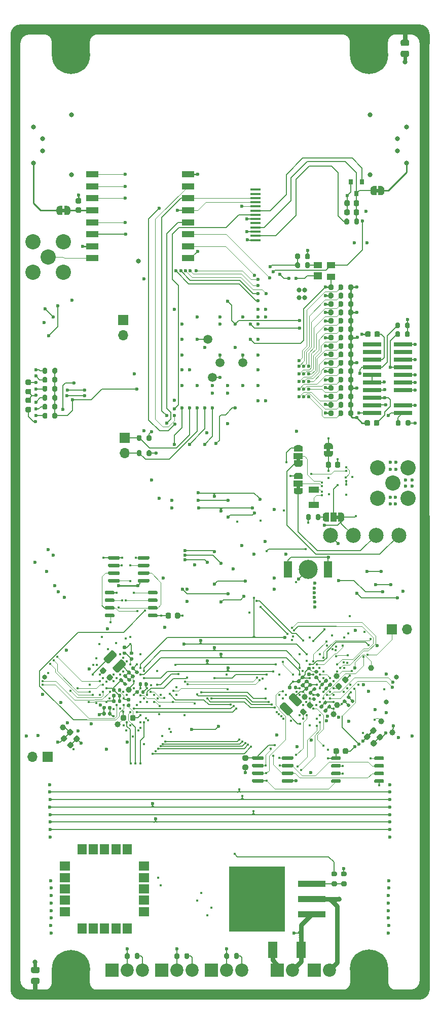
<source format=gbr>
%TF.GenerationSoftware,KiCad,Pcbnew,5.1.9-73d0e3b20d~88~ubuntu20.04.1*%
%TF.CreationDate,2021-04-18T22:57:39-05:00*%
%TF.ProjectId,FCB,4643422e-6b69-4636-9164-5f7063625858,rev?*%
%TF.SameCoordinates,Original*%
%TF.FileFunction,Copper,L4,Bot*%
%TF.FilePolarity,Positive*%
%FSLAX46Y46*%
G04 Gerber Fmt 4.6, Leading zero omitted, Abs format (unit mm)*
G04 Created by KiCad (PCBNEW 5.1.9-73d0e3b20d~88~ubuntu20.04.1) date 2021-04-18 22:57:39*
%MOMM*%
%LPD*%
G01*
G04 APERTURE LIST*
%TA.AperFunction,NonConductor*%
%ADD10C,0.300000*%
%TD*%
%TA.AperFunction,NonConductor*%
%ADD11C,0.200000*%
%TD*%
%TA.AperFunction,NonConductor*%
%ADD12C,0.150000*%
%TD*%
%TA.AperFunction,NonConductor*%
%ADD13C,0.100000*%
%TD*%
%TA.AperFunction,EtchedComponent*%
%ADD14C,0.100000*%
%TD*%
%TA.AperFunction,SMDPad,CuDef*%
%ADD15C,3.180000*%
%TD*%
%TA.AperFunction,SMDPad,CuDef*%
%ADD16R,1.400000X2.790000*%
%TD*%
%TA.AperFunction,SMDPad,CuDef*%
%ADD17C,1.000000*%
%TD*%
%TA.AperFunction,ComponentPad*%
%ADD18O,1.700000X1.700000*%
%TD*%
%TA.AperFunction,ComponentPad*%
%ADD19R,1.700000X1.700000*%
%TD*%
%TA.AperFunction,SMDPad,CuDef*%
%ADD20C,0.100000*%
%TD*%
%TA.AperFunction,SMDPad,CuDef*%
%ADD21R,1.800000X1.000000*%
%TD*%
%TA.AperFunction,SMDPad,CuDef*%
%ADD22R,2.000000X1.000000*%
%TD*%
%TA.AperFunction,SMDPad,CuDef*%
%ADD23R,0.800000X0.900000*%
%TD*%
%TA.AperFunction,SMDPad,CuDef*%
%ADD24R,4.600000X1.100000*%
%TD*%
%TA.AperFunction,SMDPad,CuDef*%
%ADD25R,9.400000X10.800000*%
%TD*%
%TA.AperFunction,SMDPad,CuDef*%
%ADD26R,1.500000X2.700000*%
%TD*%
%TA.AperFunction,SMDPad,CuDef*%
%ADD27R,1.700000X0.350000*%
%TD*%
%TA.AperFunction,ComponentPad*%
%ADD28R,2.200000X2.200000*%
%TD*%
%TA.AperFunction,ComponentPad*%
%ADD29C,2.200000*%
%TD*%
%TA.AperFunction,ComponentPad*%
%ADD30C,2.540000*%
%TD*%
%TA.AperFunction,SMDPad,CuDef*%
%ADD31R,1.800000X1.500000*%
%TD*%
%TA.AperFunction,SMDPad,CuDef*%
%ADD32R,1.500000X1.800000*%
%TD*%
%TA.AperFunction,SMDPad,CuDef*%
%ADD33R,1.400000X1.000000*%
%TD*%
%TA.AperFunction,SMDPad,CuDef*%
%ADD34R,1.400000X1.200000*%
%TD*%
%TA.AperFunction,SMDPad,CuDef*%
%ADD35C,2.500000*%
%TD*%
%TA.AperFunction,SMDPad,CuDef*%
%ADD36C,1.500000*%
%TD*%
%TA.AperFunction,SMDPad,CuDef*%
%ADD37R,1.500000X1.000000*%
%TD*%
%TA.AperFunction,SMDPad,CuDef*%
%ADD38R,1.000000X1.500000*%
%TD*%
%TA.AperFunction,SMDPad,CuDef*%
%ADD39R,3.125000X0.711000*%
%TD*%
%TA.AperFunction,ComponentPad*%
%ADD40C,0.800000*%
%TD*%
%TA.AperFunction,ComponentPad*%
%ADD41C,6.400000*%
%TD*%
%TA.AperFunction,ViaPad*%
%ADD42C,0.600000*%
%TD*%
%TA.AperFunction,ViaPad*%
%ADD43C,0.800000*%
%TD*%
%TA.AperFunction,ViaPad*%
%ADD44C,0.400000*%
%TD*%
%TA.AperFunction,Conductor*%
%ADD45C,0.150000*%
%TD*%
%TA.AperFunction,Conductor*%
%ADD46C,0.600000*%
%TD*%
%TA.AperFunction,Conductor*%
%ADD47C,0.200000*%
%TD*%
%TA.AperFunction,Conductor*%
%ADD48C,0.250000*%
%TD*%
%TA.AperFunction,Conductor*%
%ADD49C,0.800000*%
%TD*%
%TA.AperFunction,Conductor*%
%ADD50C,0.120000*%
%TD*%
%TA.AperFunction,Conductor*%
%ADD51C,0.110000*%
%TD*%
%TA.AperFunction,Conductor*%
%ADD52C,0.090000*%
%TD*%
G04 APERTURE END LIST*
D10*
X183000000Y-224600000D02*
G75*
G03*
X184500000Y-226100000I1500000J0D01*
G01*
X175500000Y-226100000D02*
G75*
G03*
X177000000Y-224600000I0J1500000D01*
G01*
D11*
G36*
X183100000Y-225300000D02*
G01*
X184100000Y-226400000D01*
X176000000Y-226300000D01*
X176900000Y-225300000D01*
X176900000Y-222400000D01*
X183100000Y-222400000D01*
X183100000Y-225300000D01*
G37*
X183100000Y-225300000D02*
X184100000Y-226400000D01*
X176000000Y-226300000D01*
X176900000Y-225300000D01*
X176900000Y-222400000D01*
X183100000Y-222400000D01*
X183100000Y-225300000D01*
D10*
X232850000Y-224549200D02*
G75*
G03*
X234350000Y-226049200I1500000J0D01*
G01*
X225350000Y-226049200D02*
G75*
G03*
X226850000Y-224549200I0J1500000D01*
G01*
D11*
G36*
X232950000Y-225249200D02*
G01*
X233950000Y-226349200D01*
X225850000Y-226249200D01*
X226750000Y-225249200D01*
X226750000Y-222349200D01*
X232950000Y-222349200D01*
X232950000Y-225249200D01*
G37*
X232950000Y-225249200D02*
X233950000Y-226349200D01*
X225850000Y-226249200D01*
X226750000Y-225249200D01*
X226750000Y-222349200D01*
X232950000Y-222349200D01*
X232950000Y-225249200D01*
D10*
X226800000Y-67900000D02*
G75*
G03*
X225300000Y-66400000I-1500000J0D01*
G01*
X234300000Y-66400000D02*
G75*
G03*
X232800000Y-67900000I0J-1500000D01*
G01*
D11*
G36*
X233800000Y-66200000D02*
G01*
X232900000Y-67200000D01*
X232900000Y-70100000D01*
X226700000Y-70100000D01*
X226700000Y-67200000D01*
X225700000Y-66100000D01*
X233800000Y-66200000D01*
G37*
X233800000Y-66200000D02*
X232900000Y-67200000D01*
X232900000Y-70100000D01*
X226700000Y-70100000D01*
X226700000Y-67200000D01*
X225700000Y-66100000D01*
X233800000Y-66200000D01*
D10*
X177000000Y-67900000D02*
G75*
G03*
X175500000Y-66400000I-1500000J0D01*
G01*
X184500000Y-66400000D02*
G75*
G03*
X183000000Y-67900000I0J-1500000D01*
G01*
D11*
G36*
X184000000Y-66200000D02*
G01*
X183100000Y-67200000D01*
X183100000Y-70100000D01*
X176900000Y-70100000D01*
X176900000Y-67200000D01*
X175900000Y-66100000D01*
X184000000Y-66200000D01*
G37*
X184000000Y-66200000D02*
X183100000Y-67200000D01*
X183100000Y-70100000D01*
X176900000Y-70100000D01*
X176900000Y-67200000D01*
X175900000Y-66100000D01*
X184000000Y-66200000D01*
D12*
G36*
X238300000Y-66500000D02*
G01*
X173100000Y-66500000D01*
X173100000Y-65000000D01*
X238300000Y-65000000D01*
X238300000Y-66500000D01*
G37*
X238300000Y-66500000D02*
X173100000Y-66500000D01*
X173100000Y-65000000D01*
X238300000Y-65000000D01*
X238300000Y-66500000D01*
X173100000Y-66500000D02*
G75*
G03*
X171500000Y-68100000I0J-1600000D01*
G01*
G36*
X173100000Y-66500000D02*
G01*
X172500000Y-66600000D01*
X172100000Y-66800000D01*
X171800000Y-67100000D01*
X171600000Y-67500000D01*
X171500000Y-68000000D01*
X170000000Y-68000000D01*
X170000000Y-66600000D01*
X170100000Y-66200000D01*
X170400000Y-65600000D01*
X170800000Y-65300000D01*
X171200000Y-65100000D01*
X171600000Y-65000000D01*
X173100000Y-65000000D01*
X173100000Y-66500000D01*
G37*
X173100000Y-66500000D02*
X172500000Y-66600000D01*
X172100000Y-66800000D01*
X171800000Y-67100000D01*
X171600000Y-67500000D01*
X171500000Y-68000000D01*
X170000000Y-68000000D01*
X170000000Y-66600000D01*
X170100000Y-66200000D01*
X170400000Y-65600000D01*
X170800000Y-65300000D01*
X171200000Y-65100000D01*
X171600000Y-65000000D01*
X173100000Y-65000000D01*
X173100000Y-66500000D01*
G36*
X238300000Y-227400000D02*
G01*
X171600000Y-227400000D01*
X171600000Y-225900000D01*
X238300000Y-225900000D01*
X238300000Y-227400000D01*
G37*
X238300000Y-227400000D02*
X171600000Y-227400000D01*
X171600000Y-225900000D01*
X238300000Y-225900000D01*
X238300000Y-227400000D01*
X239850000Y-225800000D02*
G75*
G02*
X238250000Y-227400000I-1600000J0D01*
G01*
D13*
G36*
X239850000Y-225800000D02*
G01*
X239750000Y-226200000D01*
X239550000Y-226600000D01*
X239250000Y-227000000D01*
X238650000Y-227300000D01*
X238250000Y-227400000D01*
X236850000Y-227400000D01*
X236850000Y-225900000D01*
X237350000Y-225800000D01*
X237750000Y-225600000D01*
X238050000Y-225300000D01*
X238250000Y-224900000D01*
X238350000Y-224300000D01*
X239850000Y-224300000D01*
X239850000Y-225800000D01*
G37*
X239850000Y-225800000D02*
X239750000Y-226200000D01*
X239550000Y-226600000D01*
X239250000Y-227000000D01*
X238650000Y-227300000D01*
X238250000Y-227400000D01*
X236850000Y-227400000D01*
X236850000Y-225900000D01*
X237350000Y-225800000D01*
X237750000Y-225600000D01*
X238050000Y-225300000D01*
X238250000Y-224900000D01*
X238350000Y-224300000D01*
X239850000Y-224300000D01*
X239850000Y-225800000D01*
D12*
G36*
X171600000Y-224900000D02*
G01*
X171800000Y-225300000D01*
X172100000Y-225600000D01*
X172500000Y-225800000D01*
X173000000Y-225900000D01*
X173000000Y-227400000D01*
X171600000Y-227400000D01*
X171200000Y-227300000D01*
X170600000Y-227000000D01*
X170300000Y-226600000D01*
X170100000Y-226200000D01*
X170000000Y-225800000D01*
X170000000Y-224300000D01*
X171500000Y-224300000D01*
X171600000Y-224900000D01*
G37*
X171600000Y-224900000D02*
X171800000Y-225300000D01*
X172100000Y-225600000D01*
X172500000Y-225800000D01*
X173000000Y-225900000D01*
X173000000Y-227400000D01*
X171600000Y-227400000D01*
X171200000Y-227300000D01*
X170600000Y-227000000D01*
X170300000Y-226600000D01*
X170100000Y-226200000D01*
X170000000Y-225800000D01*
X170000000Y-224300000D01*
X171500000Y-224300000D01*
X171600000Y-224900000D01*
G36*
X171500000Y-225800000D02*
G01*
X170000000Y-225800000D01*
X170000000Y-66600000D01*
X171500000Y-66600000D01*
X171500000Y-225800000D01*
G37*
X171500000Y-225800000D02*
X170000000Y-225800000D01*
X170000000Y-66600000D01*
X171500000Y-66600000D01*
X171500000Y-225800000D01*
X238350000Y-224300000D02*
G75*
G02*
X236750000Y-225900000I-1600000J0D01*
G01*
X239850000Y-66600000D02*
G75*
G03*
X238250000Y-65000000I-1600000J0D01*
G01*
G36*
X238650000Y-65100000D02*
G01*
X239250000Y-65400000D01*
X239550000Y-65800000D01*
X239750000Y-66200000D01*
X239850000Y-66600000D01*
X239850000Y-68100000D01*
X238350000Y-68100000D01*
X238250000Y-67500000D01*
X238050000Y-67100000D01*
X237750000Y-66800000D01*
X237350000Y-66600000D01*
X236850000Y-66500000D01*
X236850000Y-65000000D01*
X238250000Y-65000000D01*
X238650000Y-65100000D01*
G37*
X238650000Y-65100000D02*
X239250000Y-65400000D01*
X239550000Y-65800000D01*
X239750000Y-66200000D01*
X239850000Y-66600000D01*
X239850000Y-68100000D01*
X238350000Y-68100000D01*
X238250000Y-67500000D01*
X238050000Y-67100000D01*
X237750000Y-66800000D01*
X237350000Y-66600000D01*
X236850000Y-66500000D01*
X236850000Y-65000000D01*
X238250000Y-65000000D01*
X238650000Y-65100000D01*
X171600000Y-65000000D02*
G75*
G03*
X170000000Y-66600000I0J-1600000D01*
G01*
G36*
X239850000Y-225800000D02*
G01*
X238350000Y-225800000D01*
X238322400Y-66600000D01*
X239822400Y-66600000D01*
X239850000Y-225800000D01*
G37*
X239850000Y-225800000D02*
X238350000Y-225800000D01*
X238322400Y-66600000D01*
X239822400Y-66600000D01*
X239850000Y-225800000D01*
X238350000Y-68100000D02*
G75*
G03*
X236750000Y-66500000I-1600000J0D01*
G01*
X171500000Y-224300000D02*
G75*
G03*
X173100000Y-225900000I1600000J0D01*
G01*
X170000000Y-225800000D02*
G75*
G03*
X171600000Y-227400000I1600000J0D01*
G01*
D14*
%TO.C,JP601*%
G36*
X222725000Y-136100000D02*
G01*
X222725000Y-135600000D01*
X223325000Y-135600000D01*
X223325000Y-136100000D01*
X222725000Y-136100000D01*
G37*
%TO.C,JP106*%
G36*
X230950000Y-92320000D02*
G01*
X231450000Y-92320000D01*
X231450000Y-92920000D01*
X230950000Y-92920000D01*
X230950000Y-92320000D01*
G37*
%TO.C,JP105*%
G36*
X178510000Y-95630000D02*
G01*
X179010000Y-95630000D01*
X179010000Y-96230000D01*
X178510000Y-96230000D01*
X178510000Y-95630000D01*
G37*
%TO.C,JP606*%
G36*
X218300000Y-137750000D02*
G01*
X218300000Y-137250000D01*
X217700000Y-137250000D01*
X217700000Y-137750000D01*
X218300000Y-137750000D01*
G37*
%TO.C,JP605*%
G36*
X218300000Y-142350000D02*
G01*
X218300000Y-141850000D01*
X217700000Y-141850000D01*
X217700000Y-142350000D01*
X218300000Y-142350000D01*
G37*
%TO.C,JP602*%
G36*
X224775000Y-146750000D02*
G01*
X224275000Y-146750000D01*
X224275000Y-147350000D01*
X224775000Y-147350000D01*
X224775000Y-146750000D01*
G37*
%TD*%
D15*
%TO.P,BT601,-*%
%TO.N,GND*%
X219630000Y-155740000D03*
D16*
%TO.P,BT601,2+*%
%TO.N,/ZOE-M8Q/VBATT*%
X222995000Y-155740000D03*
%TO.P,BT601,1+*%
X216265000Y-155740000D03*
%TD*%
%TO.P,C313,2*%
%TO.N,GND*%
%TA.AperFunction,SMDPad,CuDef*%
G36*
G01*
X225706587Y-174666967D02*
X225353033Y-174313413D01*
G75*
G02*
X225353033Y-173995215I159099J159099D01*
G01*
X225671231Y-173677017D01*
G75*
G02*
X225989429Y-173677017I159099J-159099D01*
G01*
X226342983Y-174030571D01*
G75*
G02*
X226342983Y-174348769I-159099J-159099D01*
G01*
X226024785Y-174666967D01*
G75*
G02*
X225706587Y-174666967I-159099J159099D01*
G01*
G37*
%TD.AperFunction*%
%TO.P,C313,1*%
%TO.N,Net-(C313-Pad1)*%
%TA.AperFunction,SMDPad,CuDef*%
G36*
G01*
X224610571Y-175762983D02*
X224257017Y-175409429D01*
G75*
G02*
X224257017Y-175091231I159099J159099D01*
G01*
X224575215Y-174773033D01*
G75*
G02*
X224893413Y-174773033I159099J-159099D01*
G01*
X225246967Y-175126587D01*
G75*
G02*
X225246967Y-175444785I-159099J-159099D01*
G01*
X224928769Y-175762983D01*
G75*
G02*
X224610571Y-175762983I-159099J159099D01*
G01*
G37*
%TD.AperFunction*%
%TD*%
D17*
%TO.P,TP509,1*%
%TO.N,Net-(C505-Pad1)*%
X189710000Y-175840000D03*
%TD*%
%TO.P,TP504,1*%
%TO.N,Net-(C513-Pad1)*%
X187780000Y-181586000D03*
%TD*%
%TO.P,TP501,1*%
%TO.N,Net-(C509-Pad1)*%
X178640000Y-182080000D03*
%TD*%
%TO.P,R508,2*%
%TO.N,Net-(J4-Pad1)*%
%TA.AperFunction,SMDPad,CuDef*%
G36*
G01*
X191825000Y-133575000D02*
X191825000Y-134125000D01*
G75*
G02*
X191625000Y-134325000I-200000J0D01*
G01*
X191225000Y-134325000D01*
G75*
G02*
X191025000Y-134125000I0J200000D01*
G01*
X191025000Y-133575000D01*
G75*
G02*
X191225000Y-133375000I200000J0D01*
G01*
X191625000Y-133375000D01*
G75*
G02*
X191825000Y-133575000I0J-200000D01*
G01*
G37*
%TD.AperFunction*%
%TO.P,R508,1*%
%TO.N,/MPU/SYS_VDD1_3P3V*%
%TA.AperFunction,SMDPad,CuDef*%
G36*
G01*
X193475000Y-133575000D02*
X193475000Y-134125000D01*
G75*
G02*
X193275000Y-134325000I-200000J0D01*
G01*
X192875000Y-134325000D01*
G75*
G02*
X192675000Y-134125000I0J200000D01*
G01*
X192675000Y-133575000D01*
G75*
G02*
X192875000Y-133375000I200000J0D01*
G01*
X193275000Y-133375000D01*
G75*
G02*
X193475000Y-133575000I0J-200000D01*
G01*
G37*
%TD.AperFunction*%
%TD*%
%TO.P,R504,2*%
%TO.N,Net-(J4-Pad2)*%
%TA.AperFunction,SMDPad,CuDef*%
G36*
G01*
X191815000Y-136105000D02*
X191815000Y-136655000D01*
G75*
G02*
X191615000Y-136855000I-200000J0D01*
G01*
X191215000Y-136855000D01*
G75*
G02*
X191015000Y-136655000I0J200000D01*
G01*
X191015000Y-136105000D01*
G75*
G02*
X191215000Y-135905000I200000J0D01*
G01*
X191615000Y-135905000D01*
G75*
G02*
X191815000Y-136105000I0J-200000D01*
G01*
G37*
%TD.AperFunction*%
%TO.P,R504,1*%
%TO.N,/MPU/SYS_VDD1_3P3V*%
%TA.AperFunction,SMDPad,CuDef*%
G36*
G01*
X193465000Y-136105000D02*
X193465000Y-136655000D01*
G75*
G02*
X193265000Y-136855000I-200000J0D01*
G01*
X192865000Y-136855000D01*
G75*
G02*
X192665000Y-136655000I0J200000D01*
G01*
X192665000Y-136105000D01*
G75*
G02*
X192865000Y-135905000I200000J0D01*
G01*
X193265000Y-135905000D01*
G75*
G02*
X193465000Y-136105000I0J-200000D01*
G01*
G37*
%TD.AperFunction*%
%TD*%
%TO.P,R503,2*%
%TO.N,Net-(R503-Pad2)*%
%TA.AperFunction,SMDPad,CuDef*%
G36*
G01*
X219125000Y-105325000D02*
X219125000Y-104775000D01*
G75*
G02*
X219325000Y-104575000I200000J0D01*
G01*
X219725000Y-104575000D01*
G75*
G02*
X219925000Y-104775000I0J-200000D01*
G01*
X219925000Y-105325000D01*
G75*
G02*
X219725000Y-105525000I-200000J0D01*
G01*
X219325000Y-105525000D01*
G75*
G02*
X219125000Y-105325000I0J200000D01*
G01*
G37*
%TD.AperFunction*%
%TO.P,R503,1*%
%TO.N,Net-(R501-Pad2)*%
%TA.AperFunction,SMDPad,CuDef*%
G36*
G01*
X217475000Y-105325000D02*
X217475000Y-104775000D01*
G75*
G02*
X217675000Y-104575000I200000J0D01*
G01*
X218075000Y-104575000D01*
G75*
G02*
X218275000Y-104775000I0J-200000D01*
G01*
X218275000Y-105325000D01*
G75*
G02*
X218075000Y-105525000I-200000J0D01*
G01*
X217675000Y-105525000D01*
G75*
G02*
X217475000Y-105325000I0J200000D01*
G01*
G37*
%TD.AperFunction*%
%TD*%
%TO.P,R501,2*%
%TO.N,Net-(R501-Pad2)*%
%TA.AperFunction,SMDPad,CuDef*%
G36*
G01*
X218275000Y-103315000D02*
X218275000Y-103865000D01*
G75*
G02*
X218075000Y-104065000I-200000J0D01*
G01*
X217675000Y-104065000D01*
G75*
G02*
X217475000Y-103865000I0J200000D01*
G01*
X217475000Y-103315000D01*
G75*
G02*
X217675000Y-103115000I200000J0D01*
G01*
X218075000Y-103115000D01*
G75*
G02*
X218275000Y-103315000I0J-200000D01*
G01*
G37*
%TD.AperFunction*%
%TO.P,R501,1*%
%TO.N,GND*%
%TA.AperFunction,SMDPad,CuDef*%
G36*
G01*
X219925000Y-103315000D02*
X219925000Y-103865000D01*
G75*
G02*
X219725000Y-104065000I-200000J0D01*
G01*
X219325000Y-104065000D01*
G75*
G02*
X219125000Y-103865000I0J200000D01*
G01*
X219125000Y-103315000D01*
G75*
G02*
X219325000Y-103115000I200000J0D01*
G01*
X219725000Y-103115000D01*
G75*
G02*
X219925000Y-103315000I0J-200000D01*
G01*
G37*
%TD.AperFunction*%
%TD*%
D18*
%TO.P,J6,2*%
%TO.N,Net-(J6-Pad2)*%
X188720000Y-116720000D03*
D19*
%TO.P,J6,1*%
%TO.N,GND*%
X188720000Y-114180000D03*
%TD*%
D18*
%TO.P,J4,2*%
%TO.N,Net-(J4-Pad2)*%
X189030000Y-136380000D03*
D19*
%TO.P,J4,1*%
%TO.N,Net-(J4-Pad1)*%
X189030000Y-133840000D03*
%TD*%
%TO.P,R107,2*%
%TO.N,/PT3*%
%TA.AperFunction,SMDPad,CuDef*%
G36*
G01*
X206425000Y-219925000D02*
X206425000Y-220475000D01*
G75*
G02*
X206225000Y-220675000I-200000J0D01*
G01*
X205825000Y-220675000D01*
G75*
G02*
X205625000Y-220475000I0J200000D01*
G01*
X205625000Y-219925000D01*
G75*
G02*
X205825000Y-219725000I200000J0D01*
G01*
X206225000Y-219725000D01*
G75*
G02*
X206425000Y-219925000I0J-200000D01*
G01*
G37*
%TD.AperFunction*%
%TO.P,R107,1*%
%TO.N,GND*%
%TA.AperFunction,SMDPad,CuDef*%
G36*
G01*
X208075000Y-219925000D02*
X208075000Y-220475000D01*
G75*
G02*
X207875000Y-220675000I-200000J0D01*
G01*
X207475000Y-220675000D01*
G75*
G02*
X207275000Y-220475000I0J200000D01*
G01*
X207275000Y-219925000D01*
G75*
G02*
X207475000Y-219725000I200000J0D01*
G01*
X207875000Y-219725000D01*
G75*
G02*
X208075000Y-219925000I0J-200000D01*
G01*
G37*
%TD.AperFunction*%
%TD*%
%TO.P,R106,2*%
%TO.N,/PT2*%
%TA.AperFunction,SMDPad,CuDef*%
G36*
G01*
X198135000Y-219935000D02*
X198135000Y-220485000D01*
G75*
G02*
X197935000Y-220685000I-200000J0D01*
G01*
X197535000Y-220685000D01*
G75*
G02*
X197335000Y-220485000I0J200000D01*
G01*
X197335000Y-219935000D01*
G75*
G02*
X197535000Y-219735000I200000J0D01*
G01*
X197935000Y-219735000D01*
G75*
G02*
X198135000Y-219935000I0J-200000D01*
G01*
G37*
%TD.AperFunction*%
%TO.P,R106,1*%
%TO.N,GND*%
%TA.AperFunction,SMDPad,CuDef*%
G36*
G01*
X199785000Y-219935000D02*
X199785000Y-220485000D01*
G75*
G02*
X199585000Y-220685000I-200000J0D01*
G01*
X199185000Y-220685000D01*
G75*
G02*
X198985000Y-220485000I0J200000D01*
G01*
X198985000Y-219935000D01*
G75*
G02*
X199185000Y-219735000I200000J0D01*
G01*
X199585000Y-219735000D01*
G75*
G02*
X199785000Y-219935000I0J-200000D01*
G01*
G37*
%TD.AperFunction*%
%TD*%
%TO.P,R105,2*%
%TO.N,/PT1*%
%TA.AperFunction,SMDPad,CuDef*%
G36*
G01*
X189825000Y-219925000D02*
X189825000Y-220475000D01*
G75*
G02*
X189625000Y-220675000I-200000J0D01*
G01*
X189225000Y-220675000D01*
G75*
G02*
X189025000Y-220475000I0J200000D01*
G01*
X189025000Y-219925000D01*
G75*
G02*
X189225000Y-219725000I200000J0D01*
G01*
X189625000Y-219725000D01*
G75*
G02*
X189825000Y-219925000I0J-200000D01*
G01*
G37*
%TD.AperFunction*%
%TO.P,R105,1*%
%TO.N,GND*%
%TA.AperFunction,SMDPad,CuDef*%
G36*
G01*
X191475000Y-219925000D02*
X191475000Y-220475000D01*
G75*
G02*
X191275000Y-220675000I-200000J0D01*
G01*
X190875000Y-220675000D01*
G75*
G02*
X190675000Y-220475000I0J200000D01*
G01*
X190675000Y-219925000D01*
G75*
G02*
X190875000Y-219725000I200000J0D01*
G01*
X191275000Y-219725000D01*
G75*
G02*
X191475000Y-219925000I0J-200000D01*
G01*
G37*
%TD.AperFunction*%
%TD*%
%TA.AperFunction,SMDPad,CuDef*%
D20*
%TO.P,JP601,1*%
%TO.N,/3V3*%
G36*
X222275000Y-135700000D02*
G01*
X222275000Y-135200000D01*
X222275602Y-135200000D01*
X222275602Y-135175466D01*
X222280412Y-135126635D01*
X222289984Y-135078510D01*
X222304228Y-135031555D01*
X222323005Y-134986222D01*
X222346136Y-134942949D01*
X222373396Y-134902150D01*
X222404524Y-134864221D01*
X222439221Y-134829524D01*
X222477150Y-134798396D01*
X222517949Y-134771136D01*
X222561222Y-134748005D01*
X222606555Y-134729228D01*
X222653510Y-134714984D01*
X222701635Y-134705412D01*
X222750466Y-134700602D01*
X222775000Y-134700602D01*
X222775000Y-134700000D01*
X223275000Y-134700000D01*
X223275000Y-134700602D01*
X223299534Y-134700602D01*
X223348365Y-134705412D01*
X223396490Y-134714984D01*
X223443445Y-134729228D01*
X223488778Y-134748005D01*
X223532051Y-134771136D01*
X223572850Y-134798396D01*
X223610779Y-134829524D01*
X223645476Y-134864221D01*
X223676604Y-134902150D01*
X223703864Y-134942949D01*
X223726995Y-134986222D01*
X223745772Y-135031555D01*
X223760016Y-135078510D01*
X223769588Y-135126635D01*
X223774398Y-135175466D01*
X223774398Y-135200000D01*
X223775000Y-135200000D01*
X223775000Y-135700000D01*
X222275000Y-135700000D01*
G37*
%TD.AperFunction*%
%TA.AperFunction,SMDPad,CuDef*%
%TO.P,JP601,2*%
%TO.N,/ZOE-M8Q/3V3*%
G36*
X223774398Y-136500000D02*
G01*
X223774398Y-136524534D01*
X223769588Y-136573365D01*
X223760016Y-136621490D01*
X223745772Y-136668445D01*
X223726995Y-136713778D01*
X223703864Y-136757051D01*
X223676604Y-136797850D01*
X223645476Y-136835779D01*
X223610779Y-136870476D01*
X223572850Y-136901604D01*
X223532051Y-136928864D01*
X223488778Y-136951995D01*
X223443445Y-136970772D01*
X223396490Y-136985016D01*
X223348365Y-136994588D01*
X223299534Y-136999398D01*
X223275000Y-136999398D01*
X223275000Y-137000000D01*
X222775000Y-137000000D01*
X222775000Y-136999398D01*
X222750466Y-136999398D01*
X222701635Y-136994588D01*
X222653510Y-136985016D01*
X222606555Y-136970772D01*
X222561222Y-136951995D01*
X222517949Y-136928864D01*
X222477150Y-136901604D01*
X222439221Y-136870476D01*
X222404524Y-136835779D01*
X222373396Y-136797850D01*
X222346136Y-136757051D01*
X222323005Y-136713778D01*
X222304228Y-136668445D01*
X222289984Y-136621490D01*
X222280412Y-136573365D01*
X222275602Y-136524534D01*
X222275602Y-136500000D01*
X222275000Y-136500000D01*
X222275000Y-136000000D01*
X223775000Y-136000000D01*
X223775000Y-136500000D01*
X223774398Y-136500000D01*
G37*
%TD.AperFunction*%
%TD*%
D21*
%TO.P,Y601,2*%
%TO.N,Net-(U601-PadP$J8)*%
X220600000Y-145000000D03*
%TO.P,Y601,1*%
%TO.N,Net-(U601-PadP$J7)*%
X220600000Y-142500000D03*
%TD*%
D22*
%TO.P,U106,16*%
%TO.N,/TLM_DIO2*%
X183550000Y-89900000D03*
%TO.P,U106,15*%
%TO.N,/TLM_DIO1*%
X183550000Y-91900000D03*
%TO.P,U106,14*%
%TO.N,/TLM_DIO0*%
X183550000Y-93900000D03*
%TO.P,U106,13*%
%TO.N,Net-(C111-Pad1)*%
X183550000Y-95900000D03*
%TO.P,U106,12*%
%TO.N,/TLM_DIO4*%
X183550000Y-97900000D03*
%TO.P,U106,11*%
%TO.N,/TLM_DIO3*%
X183550000Y-99900000D03*
%TO.P,U106,10*%
%TO.N,GND*%
X183550000Y-101900000D03*
%TO.P,U106,9*%
%TO.N,Net-(U106-Pad9)*%
X183550000Y-103900000D03*
%TO.P,U106,8*%
%TO.N,GND*%
X199550000Y-103900000D03*
%TO.P,U106,7*%
%TO.N,/TLM_DIO5*%
X199550000Y-101900000D03*
%TO.P,U106,6*%
%TO.N,/TLM_RST*%
X199550000Y-99900000D03*
%TO.P,U106,5*%
%TO.N,/TLM_CS*%
X199550000Y-97900000D03*
%TO.P,U106,4*%
%TO.N,/MPU_SPI0_SCK*%
X199550000Y-95900000D03*
%TO.P,U106,3*%
%TO.N,/MPU_SPI0_MOSI*%
X199550000Y-93900000D03*
%TO.P,U106,2*%
%TO.N,/MPU_SPI0_MISO*%
X199550000Y-91900000D03*
%TO.P,U106,1*%
%TO.N,GND*%
X199550000Y-89900000D03*
%TD*%
%TO.P,R101,2*%
%TO.N,Net-(DISP1-Pad12)*%
%TA.AperFunction,SMDPad,CuDef*%
G36*
G01*
X226485000Y-97495000D02*
X226485000Y-98045000D01*
G75*
G02*
X226285000Y-98245000I-200000J0D01*
G01*
X225885000Y-98245000D01*
G75*
G02*
X225685000Y-98045000I0J200000D01*
G01*
X225685000Y-97495000D01*
G75*
G02*
X225885000Y-97295000I200000J0D01*
G01*
X226285000Y-97295000D01*
G75*
G02*
X226485000Y-97495000I0J-200000D01*
G01*
G37*
%TD.AperFunction*%
%TO.P,R101,1*%
%TO.N,Net-(C112-Pad1)*%
%TA.AperFunction,SMDPad,CuDef*%
G36*
G01*
X228135000Y-97495000D02*
X228135000Y-98045000D01*
G75*
G02*
X227935000Y-98245000I-200000J0D01*
G01*
X227535000Y-98245000D01*
G75*
G02*
X227335000Y-98045000I0J200000D01*
G01*
X227335000Y-97495000D01*
G75*
G02*
X227535000Y-97295000I200000J0D01*
G01*
X227935000Y-97295000D01*
G75*
G02*
X228135000Y-97495000I0J-200000D01*
G01*
G37*
%TD.AperFunction*%
%TD*%
%TA.AperFunction,SMDPad,CuDef*%
D20*
%TO.P,JP106,1*%
%TO.N,/3V3*%
G36*
X231350000Y-91870000D02*
G01*
X231850000Y-91870000D01*
X231850000Y-91870602D01*
X231874534Y-91870602D01*
X231923365Y-91875412D01*
X231971490Y-91884984D01*
X232018445Y-91899228D01*
X232063778Y-91918005D01*
X232107051Y-91941136D01*
X232147850Y-91968396D01*
X232185779Y-91999524D01*
X232220476Y-92034221D01*
X232251604Y-92072150D01*
X232278864Y-92112949D01*
X232301995Y-92156222D01*
X232320772Y-92201555D01*
X232335016Y-92248510D01*
X232344588Y-92296635D01*
X232349398Y-92345466D01*
X232349398Y-92370000D01*
X232350000Y-92370000D01*
X232350000Y-92870000D01*
X232349398Y-92870000D01*
X232349398Y-92894534D01*
X232344588Y-92943365D01*
X232335016Y-92991490D01*
X232320772Y-93038445D01*
X232301995Y-93083778D01*
X232278864Y-93127051D01*
X232251604Y-93167850D01*
X232220476Y-93205779D01*
X232185779Y-93240476D01*
X232147850Y-93271604D01*
X232107051Y-93298864D01*
X232063778Y-93321995D01*
X232018445Y-93340772D01*
X231971490Y-93355016D01*
X231923365Y-93364588D01*
X231874534Y-93369398D01*
X231850000Y-93369398D01*
X231850000Y-93370000D01*
X231350000Y-93370000D01*
X231350000Y-91870000D01*
G37*
%TD.AperFunction*%
%TA.AperFunction,SMDPad,CuDef*%
%TO.P,JP106,2*%
%TO.N,Net-(C112-Pad1)*%
G36*
X230550000Y-93369398D02*
G01*
X230525466Y-93369398D01*
X230476635Y-93364588D01*
X230428510Y-93355016D01*
X230381555Y-93340772D01*
X230336222Y-93321995D01*
X230292949Y-93298864D01*
X230252150Y-93271604D01*
X230214221Y-93240476D01*
X230179524Y-93205779D01*
X230148396Y-93167850D01*
X230121136Y-93127051D01*
X230098005Y-93083778D01*
X230079228Y-93038445D01*
X230064984Y-92991490D01*
X230055412Y-92943365D01*
X230050602Y-92894534D01*
X230050602Y-92870000D01*
X230050000Y-92870000D01*
X230050000Y-92370000D01*
X230050602Y-92370000D01*
X230050602Y-92345466D01*
X230055412Y-92296635D01*
X230064984Y-92248510D01*
X230079228Y-92201555D01*
X230098005Y-92156222D01*
X230121136Y-92112949D01*
X230148396Y-92072150D01*
X230179524Y-92034221D01*
X230214221Y-91999524D01*
X230252150Y-91968396D01*
X230292949Y-91941136D01*
X230336222Y-91918005D01*
X230381555Y-91899228D01*
X230428510Y-91884984D01*
X230476635Y-91875412D01*
X230525466Y-91870602D01*
X230550000Y-91870602D01*
X230550000Y-91870000D01*
X231050000Y-91870000D01*
X231050000Y-93370000D01*
X230550000Y-93370000D01*
X230550000Y-93369398D01*
G37*
%TD.AperFunction*%
%TD*%
D23*
%TO.P,IC101,3*%
%TO.N,Net-(C112-Pad1)*%
X227700000Y-93150000D03*
%TO.P,IC101,2*%
%TO.N,/LCD_RST*%
X228650000Y-91150000D03*
%TO.P,IC101,1*%
%TO.N,GND*%
X226750000Y-91150000D03*
%TD*%
%TO.P,C113,2*%
%TO.N,GND*%
%TA.AperFunction,SMDPad,CuDef*%
G36*
G01*
X226590000Y-94460000D02*
X226590000Y-94960000D01*
G75*
G02*
X226365000Y-95185000I-225000J0D01*
G01*
X225915000Y-95185000D01*
G75*
G02*
X225690000Y-94960000I0J225000D01*
G01*
X225690000Y-94460000D01*
G75*
G02*
X225915000Y-94235000I225000J0D01*
G01*
X226365000Y-94235000D01*
G75*
G02*
X226590000Y-94460000I0J-225000D01*
G01*
G37*
%TD.AperFunction*%
%TO.P,C113,1*%
%TO.N,Net-(C112-Pad1)*%
%TA.AperFunction,SMDPad,CuDef*%
G36*
G01*
X228140000Y-94460000D02*
X228140000Y-94960000D01*
G75*
G02*
X227915000Y-95185000I-225000J0D01*
G01*
X227465000Y-95185000D01*
G75*
G02*
X227240000Y-94960000I0J225000D01*
G01*
X227240000Y-94460000D01*
G75*
G02*
X227465000Y-94235000I225000J0D01*
G01*
X227915000Y-94235000D01*
G75*
G02*
X228140000Y-94460000I0J-225000D01*
G01*
G37*
%TD.AperFunction*%
%TD*%
%TO.P,C112,2*%
%TO.N,GND*%
%TA.AperFunction,SMDPad,CuDef*%
G36*
G01*
X226585000Y-95990000D02*
X226585000Y-96490000D01*
G75*
G02*
X226360000Y-96715000I-225000J0D01*
G01*
X225910000Y-96715000D01*
G75*
G02*
X225685000Y-96490000I0J225000D01*
G01*
X225685000Y-95990000D01*
G75*
G02*
X225910000Y-95765000I225000J0D01*
G01*
X226360000Y-95765000D01*
G75*
G02*
X226585000Y-95990000I0J-225000D01*
G01*
G37*
%TD.AperFunction*%
%TO.P,C112,1*%
%TO.N,Net-(C112-Pad1)*%
%TA.AperFunction,SMDPad,CuDef*%
G36*
G01*
X228135000Y-95990000D02*
X228135000Y-96490000D01*
G75*
G02*
X227910000Y-96715000I-225000J0D01*
G01*
X227460000Y-96715000D01*
G75*
G02*
X227235000Y-96490000I0J225000D01*
G01*
X227235000Y-95990000D01*
G75*
G02*
X227460000Y-95765000I225000J0D01*
G01*
X227910000Y-95765000D01*
G75*
G02*
X228135000Y-95990000I0J-225000D01*
G01*
G37*
%TD.AperFunction*%
%TD*%
D18*
%TO.P,J506,2*%
%TO.N,GND*%
X173560000Y-187040000D03*
D19*
%TO.P,J506,1*%
%TO.N,Net-(J506-Pad1)*%
X176100000Y-187040000D03*
%TD*%
%TO.P,R998,2*%
%TO.N,GND1*%
%TA.AperFunction,SMDPad,CuDef*%
G36*
G01*
X173624999Y-223850000D02*
X174525001Y-223850000D01*
G75*
G02*
X174775000Y-224099999I0J-249999D01*
G01*
X174775000Y-224625001D01*
G75*
G02*
X174525001Y-224875000I-249999J0D01*
G01*
X173624999Y-224875000D01*
G75*
G02*
X173375000Y-224625001I0J249999D01*
G01*
X173375000Y-224099999D01*
G75*
G02*
X173624999Y-223850000I249999J0D01*
G01*
G37*
%TD.AperFunction*%
%TO.P,R998,1*%
%TO.N,GND*%
%TA.AperFunction,SMDPad,CuDef*%
G36*
G01*
X173624999Y-222025000D02*
X174525001Y-222025000D01*
G75*
G02*
X174775000Y-222274999I0J-249999D01*
G01*
X174775000Y-222800001D01*
G75*
G02*
X174525001Y-223050000I-249999J0D01*
G01*
X173624999Y-223050000D01*
G75*
G02*
X173375000Y-222800001I0J249999D01*
G01*
X173375000Y-222274999D01*
G75*
G02*
X173624999Y-222025000I249999J0D01*
G01*
G37*
%TD.AperFunction*%
%TD*%
%TO.P,C513,1*%
%TO.N,Net-(C513-Pad1)*%
%TA.AperFunction,SMDPad,CuDef*%
G36*
G01*
X188345000Y-180770000D02*
X188345000Y-180270000D01*
G75*
G02*
X188570000Y-180045000I225000J0D01*
G01*
X189020000Y-180045000D01*
G75*
G02*
X189245000Y-180270000I0J-225000D01*
G01*
X189245000Y-180770000D01*
G75*
G02*
X189020000Y-180995000I-225000J0D01*
G01*
X188570000Y-180995000D01*
G75*
G02*
X188345000Y-180770000I0J225000D01*
G01*
G37*
%TD.AperFunction*%
%TO.P,C513,2*%
%TO.N,GND*%
%TA.AperFunction,SMDPad,CuDef*%
G36*
G01*
X189895000Y-180770000D02*
X189895000Y-180270000D01*
G75*
G02*
X190120000Y-180045000I225000J0D01*
G01*
X190570000Y-180045000D01*
G75*
G02*
X190795000Y-180270000I0J-225000D01*
G01*
X190795000Y-180770000D01*
G75*
G02*
X190570000Y-180995000I-225000J0D01*
G01*
X190120000Y-180995000D01*
G75*
G02*
X189895000Y-180770000I0J225000D01*
G01*
G37*
%TD.AperFunction*%
%TD*%
%TO.P,C528,1*%
%TO.N,/MCU_HYBRID/3V3_MCU*%
%TA.AperFunction,SMDPad,CuDef*%
G36*
G01*
X191340000Y-175070000D02*
X191340000Y-174730000D01*
G75*
G02*
X191480000Y-174590000I140000J0D01*
G01*
X191760000Y-174590000D01*
G75*
G02*
X191900000Y-174730000I0J-140000D01*
G01*
X191900000Y-175070000D01*
G75*
G02*
X191760000Y-175210000I-140000J0D01*
G01*
X191480000Y-175210000D01*
G75*
G02*
X191340000Y-175070000I0J140000D01*
G01*
G37*
%TD.AperFunction*%
%TO.P,C528,2*%
%TO.N,GND*%
%TA.AperFunction,SMDPad,CuDef*%
G36*
G01*
X192300000Y-175070000D02*
X192300000Y-174730000D01*
G75*
G02*
X192440000Y-174590000I140000J0D01*
G01*
X192720000Y-174590000D01*
G75*
G02*
X192860000Y-174730000I0J-140000D01*
G01*
X192860000Y-175070000D01*
G75*
G02*
X192720000Y-175210000I-140000J0D01*
G01*
X192440000Y-175210000D01*
G75*
G02*
X192300000Y-175070000I0J140000D01*
G01*
G37*
%TD.AperFunction*%
%TD*%
%TO.P,L503,2*%
%TO.N,Net-(C519-Pad1)*%
%TA.AperFunction,SMDPad,CuDef*%
G36*
G01*
X185883709Y-172781316D02*
X185521316Y-173143709D01*
G75*
G02*
X185211956Y-173143709I-154680J154680D01*
G01*
X184902597Y-172834350D01*
G75*
G02*
X184902597Y-172524990I154680J154680D01*
G01*
X185264990Y-172162597D01*
G75*
G02*
X185574350Y-172162597I154680J-154680D01*
G01*
X185883709Y-172471956D01*
G75*
G02*
X185883709Y-172781316I-154680J-154680D01*
G01*
G37*
%TD.AperFunction*%
%TO.P,L503,1*%
%TO.N,/MCU_HYBRID/3V3_MCU*%
%TA.AperFunction,SMDPad,CuDef*%
G36*
G01*
X186997403Y-173895010D02*
X186635010Y-174257403D01*
G75*
G02*
X186325650Y-174257403I-154680J154680D01*
G01*
X186016291Y-173948044D01*
G75*
G02*
X186016291Y-173638684I154680J154680D01*
G01*
X186378684Y-173276291D01*
G75*
G02*
X186688044Y-173276291I154680J-154680D01*
G01*
X186997403Y-173585650D01*
G75*
G02*
X186997403Y-173895010I-154680J-154680D01*
G01*
G37*
%TD.AperFunction*%
%TD*%
%TO.P,R7,2*%
%TO.N,/MPU/MMC0_DAT2*%
%TA.AperFunction,SMDPad,CuDef*%
G36*
G01*
X176075000Y-129875000D02*
X176075000Y-130425000D01*
G75*
G02*
X175875000Y-130625000I-200000J0D01*
G01*
X175475000Y-130625000D01*
G75*
G02*
X175275000Y-130425000I0J200000D01*
G01*
X175275000Y-129875000D01*
G75*
G02*
X175475000Y-129675000I200000J0D01*
G01*
X175875000Y-129675000D01*
G75*
G02*
X176075000Y-129875000I0J-200000D01*
G01*
G37*
%TD.AperFunction*%
%TO.P,R7,1*%
%TO.N,/MPU/SYS_VDD3_3P3V*%
%TA.AperFunction,SMDPad,CuDef*%
G36*
G01*
X177725000Y-129875000D02*
X177725000Y-130425000D01*
G75*
G02*
X177525000Y-130625000I-200000J0D01*
G01*
X177125000Y-130625000D01*
G75*
G02*
X176925000Y-130425000I0J200000D01*
G01*
X176925000Y-129875000D01*
G75*
G02*
X177125000Y-129675000I200000J0D01*
G01*
X177525000Y-129675000D01*
G75*
G02*
X177725000Y-129875000I0J-200000D01*
G01*
G37*
%TD.AperFunction*%
%TD*%
%TO.P,R6,2*%
%TO.N,/MPU/MMC0_DAT3*%
%TA.AperFunction,SMDPad,CuDef*%
G36*
G01*
X176075000Y-128375000D02*
X176075000Y-128925000D01*
G75*
G02*
X175875000Y-129125000I-200000J0D01*
G01*
X175475000Y-129125000D01*
G75*
G02*
X175275000Y-128925000I0J200000D01*
G01*
X175275000Y-128375000D01*
G75*
G02*
X175475000Y-128175000I200000J0D01*
G01*
X175875000Y-128175000D01*
G75*
G02*
X176075000Y-128375000I0J-200000D01*
G01*
G37*
%TD.AperFunction*%
%TO.P,R6,1*%
%TO.N,/MPU/SYS_VDD3_3P3V*%
%TA.AperFunction,SMDPad,CuDef*%
G36*
G01*
X177725000Y-128375000D02*
X177725000Y-128925000D01*
G75*
G02*
X177525000Y-129125000I-200000J0D01*
G01*
X177125000Y-129125000D01*
G75*
G02*
X176925000Y-128925000I0J200000D01*
G01*
X176925000Y-128375000D01*
G75*
G02*
X177125000Y-128175000I200000J0D01*
G01*
X177525000Y-128175000D01*
G75*
G02*
X177725000Y-128375000I0J-200000D01*
G01*
G37*
%TD.AperFunction*%
%TD*%
%TO.P,R5,2*%
%TO.N,/MPU/MMC0_CMD*%
%TA.AperFunction,SMDPad,CuDef*%
G36*
G01*
X176075000Y-126875000D02*
X176075000Y-127425000D01*
G75*
G02*
X175875000Y-127625000I-200000J0D01*
G01*
X175475000Y-127625000D01*
G75*
G02*
X175275000Y-127425000I0J200000D01*
G01*
X175275000Y-126875000D01*
G75*
G02*
X175475000Y-126675000I200000J0D01*
G01*
X175875000Y-126675000D01*
G75*
G02*
X176075000Y-126875000I0J-200000D01*
G01*
G37*
%TD.AperFunction*%
%TO.P,R5,1*%
%TO.N,/MPU/SYS_VDD3_3P3V*%
%TA.AperFunction,SMDPad,CuDef*%
G36*
G01*
X177725000Y-126875000D02*
X177725000Y-127425000D01*
G75*
G02*
X177525000Y-127625000I-200000J0D01*
G01*
X177125000Y-127625000D01*
G75*
G02*
X176925000Y-127425000I0J200000D01*
G01*
X176925000Y-126875000D01*
G75*
G02*
X177125000Y-126675000I200000J0D01*
G01*
X177525000Y-126675000D01*
G75*
G02*
X177725000Y-126875000I0J-200000D01*
G01*
G37*
%TD.AperFunction*%
%TD*%
%TO.P,R4,2*%
%TO.N,/MPU/MMC0_CLK*%
%TA.AperFunction,SMDPad,CuDef*%
G36*
G01*
X176075000Y-125375000D02*
X176075000Y-125925000D01*
G75*
G02*
X175875000Y-126125000I-200000J0D01*
G01*
X175475000Y-126125000D01*
G75*
G02*
X175275000Y-125925000I0J200000D01*
G01*
X175275000Y-125375000D01*
G75*
G02*
X175475000Y-125175000I200000J0D01*
G01*
X175875000Y-125175000D01*
G75*
G02*
X176075000Y-125375000I0J-200000D01*
G01*
G37*
%TD.AperFunction*%
%TO.P,R4,1*%
%TO.N,/MPU/SYS_VDD3_3P3V*%
%TA.AperFunction,SMDPad,CuDef*%
G36*
G01*
X177725000Y-125375000D02*
X177725000Y-125925000D01*
G75*
G02*
X177525000Y-126125000I-200000J0D01*
G01*
X177125000Y-126125000D01*
G75*
G02*
X176925000Y-125925000I0J200000D01*
G01*
X176925000Y-125375000D01*
G75*
G02*
X177125000Y-125175000I200000J0D01*
G01*
X177525000Y-125175000D01*
G75*
G02*
X177725000Y-125375000I0J-200000D01*
G01*
G37*
%TD.AperFunction*%
%TD*%
%TO.P,R3,2*%
%TO.N,/MPU/MMC0_DAT0*%
%TA.AperFunction,SMDPad,CuDef*%
G36*
G01*
X176075000Y-123875000D02*
X176075000Y-124425000D01*
G75*
G02*
X175875000Y-124625000I-200000J0D01*
G01*
X175475000Y-124625000D01*
G75*
G02*
X175275000Y-124425000I0J200000D01*
G01*
X175275000Y-123875000D01*
G75*
G02*
X175475000Y-123675000I200000J0D01*
G01*
X175875000Y-123675000D01*
G75*
G02*
X176075000Y-123875000I0J-200000D01*
G01*
G37*
%TD.AperFunction*%
%TO.P,R3,1*%
%TO.N,/MPU/SYS_VDD3_3P3V*%
%TA.AperFunction,SMDPad,CuDef*%
G36*
G01*
X177725000Y-123875000D02*
X177725000Y-124425000D01*
G75*
G02*
X177525000Y-124625000I-200000J0D01*
G01*
X177125000Y-124625000D01*
G75*
G02*
X176925000Y-124425000I0J200000D01*
G01*
X176925000Y-123875000D01*
G75*
G02*
X177125000Y-123675000I200000J0D01*
G01*
X177525000Y-123675000D01*
G75*
G02*
X177725000Y-123875000I0J-200000D01*
G01*
G37*
%TD.AperFunction*%
%TD*%
%TO.P,R2,2*%
%TO.N,/MPU/MMC0_DAT1*%
%TA.AperFunction,SMDPad,CuDef*%
G36*
G01*
X176075000Y-122375000D02*
X176075000Y-122925000D01*
G75*
G02*
X175875000Y-123125000I-200000J0D01*
G01*
X175475000Y-123125000D01*
G75*
G02*
X175275000Y-122925000I0J200000D01*
G01*
X175275000Y-122375000D01*
G75*
G02*
X175475000Y-122175000I200000J0D01*
G01*
X175875000Y-122175000D01*
G75*
G02*
X176075000Y-122375000I0J-200000D01*
G01*
G37*
%TD.AperFunction*%
%TO.P,R2,1*%
%TO.N,/MPU/SYS_VDD3_3P3V*%
%TA.AperFunction,SMDPad,CuDef*%
G36*
G01*
X177725000Y-122375000D02*
X177725000Y-122925000D01*
G75*
G02*
X177525000Y-123125000I-200000J0D01*
G01*
X177125000Y-123125000D01*
G75*
G02*
X176925000Y-122925000I0J200000D01*
G01*
X176925000Y-122375000D01*
G75*
G02*
X177125000Y-122175000I200000J0D01*
G01*
X177525000Y-122175000D01*
G75*
G02*
X177725000Y-122375000I0J-200000D01*
G01*
G37*
%TD.AperFunction*%
%TD*%
%TO.P,C2,2*%
%TO.N,GND*%
%TA.AperFunction,SMDPad,CuDef*%
G36*
G01*
X172650000Y-128675000D02*
X173150000Y-128675000D01*
G75*
G02*
X173375000Y-128900000I0J-225000D01*
G01*
X173375000Y-129350000D01*
G75*
G02*
X173150000Y-129575000I-225000J0D01*
G01*
X172650000Y-129575000D01*
G75*
G02*
X172425000Y-129350000I0J225000D01*
G01*
X172425000Y-128900000D01*
G75*
G02*
X172650000Y-128675000I225000J0D01*
G01*
G37*
%TD.AperFunction*%
%TO.P,C2,1*%
%TO.N,/MPU/SYS_VDD3_3P3V*%
%TA.AperFunction,SMDPad,CuDef*%
G36*
G01*
X172650000Y-127125000D02*
X173150000Y-127125000D01*
G75*
G02*
X173375000Y-127350000I0J-225000D01*
G01*
X173375000Y-127800000D01*
G75*
G02*
X173150000Y-128025000I-225000J0D01*
G01*
X172650000Y-128025000D01*
G75*
G02*
X172425000Y-127800000I0J225000D01*
G01*
X172425000Y-127350000D01*
G75*
G02*
X172650000Y-127125000I225000J0D01*
G01*
G37*
%TD.AperFunction*%
%TD*%
%TO.P,C1,2*%
%TO.N,GND*%
%TA.AperFunction,SMDPad,CuDef*%
G36*
G01*
X173150000Y-125025000D02*
X172650000Y-125025000D01*
G75*
G02*
X172425000Y-124800000I0J225000D01*
G01*
X172425000Y-124350000D01*
G75*
G02*
X172650000Y-124125000I225000J0D01*
G01*
X173150000Y-124125000D01*
G75*
G02*
X173375000Y-124350000I0J-225000D01*
G01*
X173375000Y-124800000D01*
G75*
G02*
X173150000Y-125025000I-225000J0D01*
G01*
G37*
%TD.AperFunction*%
%TO.P,C1,1*%
%TO.N,/MPU/SYS_VDD3_3P3V*%
%TA.AperFunction,SMDPad,CuDef*%
G36*
G01*
X173150000Y-126575000D02*
X172650000Y-126575000D01*
G75*
G02*
X172425000Y-126350000I0J225000D01*
G01*
X172425000Y-125900000D01*
G75*
G02*
X172650000Y-125675000I225000J0D01*
G01*
X173150000Y-125675000D01*
G75*
G02*
X173375000Y-125900000I0J-225000D01*
G01*
X173375000Y-126350000D01*
G75*
G02*
X173150000Y-126575000I-225000J0D01*
G01*
G37*
%TD.AperFunction*%
%TD*%
%TO.P,R104,2*%
%TO.N,/SLND_TRIG*%
%TA.AperFunction,SMDPad,CuDef*%
G36*
G01*
X224275000Y-206925000D02*
X223725000Y-206925000D01*
G75*
G02*
X223525000Y-206725000I0J200000D01*
G01*
X223525000Y-206325000D01*
G75*
G02*
X223725000Y-206125000I200000J0D01*
G01*
X224275000Y-206125000D01*
G75*
G02*
X224475000Y-206325000I0J-200000D01*
G01*
X224475000Y-206725000D01*
G75*
G02*
X224275000Y-206925000I-200000J0D01*
G01*
G37*
%TD.AperFunction*%
%TO.P,R104,1*%
%TO.N,Net-(Q101-Pad1)*%
%TA.AperFunction,SMDPad,CuDef*%
G36*
G01*
X224275000Y-208575000D02*
X223725000Y-208575000D01*
G75*
G02*
X223525000Y-208375000I0J200000D01*
G01*
X223525000Y-207975000D01*
G75*
G02*
X223725000Y-207775000I200000J0D01*
G01*
X224275000Y-207775000D01*
G75*
G02*
X224475000Y-207975000I0J-200000D01*
G01*
X224475000Y-208375000D01*
G75*
G02*
X224275000Y-208575000I-200000J0D01*
G01*
G37*
%TD.AperFunction*%
%TD*%
%TO.P,R103,2*%
%TO.N,GND*%
%TA.AperFunction,SMDPad,CuDef*%
G36*
G01*
X225875000Y-206925000D02*
X225325000Y-206925000D01*
G75*
G02*
X225125000Y-206725000I0J200000D01*
G01*
X225125000Y-206325000D01*
G75*
G02*
X225325000Y-206125000I200000J0D01*
G01*
X225875000Y-206125000D01*
G75*
G02*
X226075000Y-206325000I0J-200000D01*
G01*
X226075000Y-206725000D01*
G75*
G02*
X225875000Y-206925000I-200000J0D01*
G01*
G37*
%TD.AperFunction*%
%TO.P,R103,1*%
%TO.N,Net-(Q101-Pad1)*%
%TA.AperFunction,SMDPad,CuDef*%
G36*
G01*
X225875000Y-208575000D02*
X225325000Y-208575000D01*
G75*
G02*
X225125000Y-208375000I0J200000D01*
G01*
X225125000Y-207975000D01*
G75*
G02*
X225325000Y-207775000I200000J0D01*
G01*
X225875000Y-207775000D01*
G75*
G02*
X226075000Y-207975000I0J-200000D01*
G01*
X226075000Y-208375000D01*
G75*
G02*
X225875000Y-208575000I-200000J0D01*
G01*
G37*
%TD.AperFunction*%
%TD*%
D24*
%TO.P,Q101,1*%
%TO.N,Net-(Q101-Pad1)*%
X220275000Y-208160000D03*
%TO.P,Q101,2*%
%TO.N,GND*%
X220275000Y-210700000D03*
%TO.P,Q101,3*%
%TO.N,Net-(D101-Pad1)*%
X220275000Y-213240000D03*
D25*
%TO.P,Q101,2*%
%TO.N,GND*%
X211125000Y-210700000D03*
%TD*%
D26*
%TO.P,D102,2*%
%TO.N,Net-(D101-Pad1)*%
X218500000Y-219200000D03*
%TO.P,D102,1*%
%TO.N,Net-(D102-Pad1)*%
X213700000Y-219200000D03*
%TD*%
D27*
%TO.P,DISP1,12*%
%TO.N,Net-(DISP1-Pad12)*%
X210825000Y-100160000D03*
%TO.P,DISP1,13*%
%TO.N,GND*%
X210825000Y-100860000D03*
%TO.P,DISP1,1*%
%TO.N,N/C*%
X210825000Y-92460000D03*
%TO.P,DISP1,2*%
X210825000Y-93160000D03*
%TO.P,DISP1,3*%
%TO.N,/MPU_SPI0_MOSI*%
X210825000Y-93860000D03*
%TO.P,DISP1,4*%
%TO.N,/MPU_SPI0_SCK*%
X210825000Y-94560000D03*
%TO.P,DISP1,5*%
%TO.N,/LCD_DC*%
X210825000Y-95260000D03*
%TO.P,DISP1,6*%
%TO.N,/LCD_RST*%
X210825000Y-95960000D03*
%TO.P,DISP1,7*%
%TO.N,/LCD_CS*%
X210825000Y-96660000D03*
%TO.P,DISP1,8*%
%TO.N,GND*%
X210825000Y-97360000D03*
%TO.P,DISP1,9*%
%TO.N,N/C*%
X210825000Y-98060000D03*
%TO.P,DISP1,10*%
%TO.N,Net-(C112-Pad1)*%
X210825000Y-98760000D03*
%TO.P,DISP1,11*%
%TO.N,GND*%
X210825000Y-99460000D03*
%TD*%
D28*
%TO.P,J111,1*%
%TO.N,Net-(D102-Pad1)*%
X220670000Y-222570000D03*
D29*
%TO.P,J111,2*%
%TO.N,GND*%
X223210000Y-222570000D03*
%TD*%
D28*
%TO.P,J110,1*%
%TO.N,Net-(D102-Pad1)*%
X214500000Y-222570000D03*
D29*
%TO.P,J110,2*%
%TO.N,Net-(D101-Pad1)*%
X217040000Y-222570000D03*
%TD*%
D28*
%TO.P,J109,1*%
%TO.N,/9V_PT_SUPPLY*%
X203500000Y-222570000D03*
D29*
%TO.P,J109,2*%
%TO.N,/PT3*%
X206040000Y-222570000D03*
%TO.P,J109,3*%
%TO.N,GND*%
X208580000Y-222570000D03*
%TD*%
D28*
%TO.P,J108,1*%
%TO.N,/9V_PT_SUPPLY*%
X195200000Y-222570000D03*
D29*
%TO.P,J108,2*%
%TO.N,/PT2*%
X197740000Y-222570000D03*
%TO.P,J108,3*%
%TO.N,GND*%
X200280000Y-222570000D03*
%TD*%
D28*
%TO.P,J107,1*%
%TO.N,/9V_PT_SUPPLY*%
X186870000Y-222570000D03*
D29*
%TO.P,J107,2*%
%TO.N,/PT1*%
X189410000Y-222570000D03*
%TO.P,J107,3*%
%TO.N,GND*%
X191950000Y-222570000D03*
%TD*%
%TO.P,C531,2*%
%TO.N,GND*%
%TA.AperFunction,SMDPad,CuDef*%
G36*
G01*
X189480000Y-178150000D02*
X189820000Y-178150000D01*
G75*
G02*
X189960000Y-178290000I0J-140000D01*
G01*
X189960000Y-178570000D01*
G75*
G02*
X189820000Y-178710000I-140000J0D01*
G01*
X189480000Y-178710000D01*
G75*
G02*
X189340000Y-178570000I0J140000D01*
G01*
X189340000Y-178290000D01*
G75*
G02*
X189480000Y-178150000I140000J0D01*
G01*
G37*
%TD.AperFunction*%
%TO.P,C531,1*%
%TO.N,Net-(C517-Pad1)*%
%TA.AperFunction,SMDPad,CuDef*%
G36*
G01*
X189480000Y-177190000D02*
X189820000Y-177190000D01*
G75*
G02*
X189960000Y-177330000I0J-140000D01*
G01*
X189960000Y-177610000D01*
G75*
G02*
X189820000Y-177750000I-140000J0D01*
G01*
X189480000Y-177750000D01*
G75*
G02*
X189340000Y-177610000I0J140000D01*
G01*
X189340000Y-177330000D01*
G75*
G02*
X189480000Y-177190000I140000J0D01*
G01*
G37*
%TD.AperFunction*%
%TD*%
%TO.P,C526,2*%
%TO.N,GND*%
%TA.AperFunction,SMDPad,CuDef*%
G36*
G01*
X185830000Y-178660000D02*
X185830000Y-179000000D01*
G75*
G02*
X185690000Y-179140000I-140000J0D01*
G01*
X185410000Y-179140000D01*
G75*
G02*
X185270000Y-179000000I0J140000D01*
G01*
X185270000Y-178660000D01*
G75*
G02*
X185410000Y-178520000I140000J0D01*
G01*
X185690000Y-178520000D01*
G75*
G02*
X185830000Y-178660000I0J-140000D01*
G01*
G37*
%TD.AperFunction*%
%TO.P,C526,1*%
%TO.N,Net-(C514-Pad1)*%
%TA.AperFunction,SMDPad,CuDef*%
G36*
G01*
X186790000Y-178660000D02*
X186790000Y-179000000D01*
G75*
G02*
X186650000Y-179140000I-140000J0D01*
G01*
X186370000Y-179140000D01*
G75*
G02*
X186230000Y-179000000I0J140000D01*
G01*
X186230000Y-178660000D01*
G75*
G02*
X186370000Y-178520000I140000J0D01*
G01*
X186650000Y-178520000D01*
G75*
G02*
X186790000Y-178660000I0J-140000D01*
G01*
G37*
%TD.AperFunction*%
%TD*%
%TO.P,C520,1*%
%TO.N,GND*%
%TA.AperFunction,SMDPad,CuDef*%
G36*
G01*
X198275000Y-163220000D02*
X198275000Y-163720000D01*
G75*
G02*
X198050000Y-163945000I-225000J0D01*
G01*
X197600000Y-163945000D01*
G75*
G02*
X197375000Y-163720000I0J225000D01*
G01*
X197375000Y-163220000D01*
G75*
G02*
X197600000Y-162995000I225000J0D01*
G01*
X198050000Y-162995000D01*
G75*
G02*
X198275000Y-163220000I0J-225000D01*
G01*
G37*
%TD.AperFunction*%
%TO.P,C520,2*%
%TO.N,/MCU_HYBRID/3V3_MCU*%
%TA.AperFunction,SMDPad,CuDef*%
G36*
G01*
X196725000Y-163220000D02*
X196725000Y-163720000D01*
G75*
G02*
X196500000Y-163945000I-225000J0D01*
G01*
X196050000Y-163945000D01*
G75*
G02*
X195825000Y-163720000I0J225000D01*
G01*
X195825000Y-163220000D01*
G75*
G02*
X196050000Y-162995000I225000J0D01*
G01*
X196500000Y-162995000D01*
G75*
G02*
X196725000Y-163220000I0J-225000D01*
G01*
G37*
%TD.AperFunction*%
%TD*%
%TO.P,C517,2*%
%TO.N,GND*%
%TA.AperFunction,SMDPad,CuDef*%
G36*
G01*
X187460000Y-175710000D02*
X187460000Y-176050000D01*
G75*
G02*
X187320000Y-176190000I-140000J0D01*
G01*
X187040000Y-176190000D01*
G75*
G02*
X186900000Y-176050000I0J140000D01*
G01*
X186900000Y-175710000D01*
G75*
G02*
X187040000Y-175570000I140000J0D01*
G01*
X187320000Y-175570000D01*
G75*
G02*
X187460000Y-175710000I0J-140000D01*
G01*
G37*
%TD.AperFunction*%
%TO.P,C517,1*%
%TO.N,Net-(C517-Pad1)*%
%TA.AperFunction,SMDPad,CuDef*%
G36*
G01*
X188420000Y-175710000D02*
X188420000Y-176050000D01*
G75*
G02*
X188280000Y-176190000I-140000J0D01*
G01*
X188000000Y-176190000D01*
G75*
G02*
X187860000Y-176050000I0J140000D01*
G01*
X187860000Y-175710000D01*
G75*
G02*
X188000000Y-175570000I140000J0D01*
G01*
X188280000Y-175570000D01*
G75*
G02*
X188420000Y-175710000I0J-140000D01*
G01*
G37*
%TD.AperFunction*%
%TD*%
%TO.P,C525,2*%
%TO.N,GND*%
%TA.AperFunction,SMDPad,CuDef*%
G36*
G01*
X187860000Y-177900000D02*
X187860000Y-177560000D01*
G75*
G02*
X188000000Y-177420000I140000J0D01*
G01*
X188280000Y-177420000D01*
G75*
G02*
X188420000Y-177560000I0J-140000D01*
G01*
X188420000Y-177900000D01*
G75*
G02*
X188280000Y-178040000I-140000J0D01*
G01*
X188000000Y-178040000D01*
G75*
G02*
X187860000Y-177900000I0J140000D01*
G01*
G37*
%TD.AperFunction*%
%TO.P,C525,1*%
%TO.N,Net-(C516-Pad1)*%
%TA.AperFunction,SMDPad,CuDef*%
G36*
G01*
X186900000Y-177900000D02*
X186900000Y-177560000D01*
G75*
G02*
X187040000Y-177420000I140000J0D01*
G01*
X187320000Y-177420000D01*
G75*
G02*
X187460000Y-177560000I0J-140000D01*
G01*
X187460000Y-177900000D01*
G75*
G02*
X187320000Y-178040000I-140000J0D01*
G01*
X187040000Y-178040000D01*
G75*
G02*
X186900000Y-177900000I0J140000D01*
G01*
G37*
%TD.AperFunction*%
%TD*%
%TO.P,C516,2*%
%TO.N,GND*%
%TA.AperFunction,SMDPad,CuDef*%
G36*
G01*
X187860000Y-176980000D02*
X187860000Y-176640000D01*
G75*
G02*
X188000000Y-176500000I140000J0D01*
G01*
X188280000Y-176500000D01*
G75*
G02*
X188420000Y-176640000I0J-140000D01*
G01*
X188420000Y-176980000D01*
G75*
G02*
X188280000Y-177120000I-140000J0D01*
G01*
X188000000Y-177120000D01*
G75*
G02*
X187860000Y-176980000I0J140000D01*
G01*
G37*
%TD.AperFunction*%
%TO.P,C516,1*%
%TO.N,Net-(C516-Pad1)*%
%TA.AperFunction,SMDPad,CuDef*%
G36*
G01*
X186900000Y-176980000D02*
X186900000Y-176640000D01*
G75*
G02*
X187040000Y-176500000I140000J0D01*
G01*
X187320000Y-176500000D01*
G75*
G02*
X187460000Y-176640000I0J-140000D01*
G01*
X187460000Y-176980000D01*
G75*
G02*
X187320000Y-177120000I-140000J0D01*
G01*
X187040000Y-177120000D01*
G75*
G02*
X186900000Y-176980000I0J140000D01*
G01*
G37*
%TD.AperFunction*%
%TD*%
%TO.P,C514,2*%
%TO.N,GND*%
%TA.AperFunction,SMDPad,CuDef*%
G36*
G01*
X185830000Y-179640000D02*
X185830000Y-179980000D01*
G75*
G02*
X185690000Y-180120000I-140000J0D01*
G01*
X185410000Y-180120000D01*
G75*
G02*
X185270000Y-179980000I0J140000D01*
G01*
X185270000Y-179640000D01*
G75*
G02*
X185410000Y-179500000I140000J0D01*
G01*
X185690000Y-179500000D01*
G75*
G02*
X185830000Y-179640000I0J-140000D01*
G01*
G37*
%TD.AperFunction*%
%TO.P,C514,1*%
%TO.N,Net-(C514-Pad1)*%
%TA.AperFunction,SMDPad,CuDef*%
G36*
G01*
X186790000Y-179640000D02*
X186790000Y-179980000D01*
G75*
G02*
X186650000Y-180120000I-140000J0D01*
G01*
X186370000Y-180120000D01*
G75*
G02*
X186230000Y-179980000I0J140000D01*
G01*
X186230000Y-179640000D01*
G75*
G02*
X186370000Y-179500000I140000J0D01*
G01*
X186650000Y-179500000D01*
G75*
G02*
X186790000Y-179640000I0J-140000D01*
G01*
G37*
%TD.AperFunction*%
%TD*%
%TO.P,C530,2*%
%TO.N,GND*%
%TA.AperFunction,SMDPad,CuDef*%
G36*
G01*
X189148371Y-174551213D02*
X189388787Y-174791629D01*
G75*
G02*
X189388787Y-174989619I-98995J-98995D01*
G01*
X189190797Y-175187609D01*
G75*
G02*
X188992807Y-175187609I-98995J98995D01*
G01*
X188752391Y-174947193D01*
G75*
G02*
X188752391Y-174749203I98995J98995D01*
G01*
X188950381Y-174551213D01*
G75*
G02*
X189148371Y-174551213I98995J-98995D01*
G01*
G37*
%TD.AperFunction*%
%TO.P,C530,1*%
%TO.N,Net-(C505-Pad1)*%
%TA.AperFunction,SMDPad,CuDef*%
G36*
G01*
X189827193Y-173872391D02*
X190067609Y-174112807D01*
G75*
G02*
X190067609Y-174310797I-98995J-98995D01*
G01*
X189869619Y-174508787D01*
G75*
G02*
X189671629Y-174508787I-98995J98995D01*
G01*
X189431213Y-174268371D01*
G75*
G02*
X189431213Y-174070381I98995J98995D01*
G01*
X189629203Y-173872391D01*
G75*
G02*
X189827193Y-173872391I98995J-98995D01*
G01*
G37*
%TD.AperFunction*%
%TD*%
%TO.P,C523,1*%
%TO.N,/MCU_HYBRID/3V3_MCU*%
%TA.AperFunction,SMDPad,CuDef*%
G36*
G01*
X190820000Y-176370000D02*
X190820000Y-176030000D01*
G75*
G02*
X190960000Y-175890000I140000J0D01*
G01*
X191240000Y-175890000D01*
G75*
G02*
X191380000Y-176030000I0J-140000D01*
G01*
X191380000Y-176370000D01*
G75*
G02*
X191240000Y-176510000I-140000J0D01*
G01*
X190960000Y-176510000D01*
G75*
G02*
X190820000Y-176370000I0J140000D01*
G01*
G37*
%TD.AperFunction*%
%TO.P,C523,2*%
%TO.N,GND*%
%TA.AperFunction,SMDPad,CuDef*%
G36*
G01*
X191780000Y-176370000D02*
X191780000Y-176030000D01*
G75*
G02*
X191920000Y-175890000I140000J0D01*
G01*
X192200000Y-175890000D01*
G75*
G02*
X192340000Y-176030000I0J-140000D01*
G01*
X192340000Y-176370000D01*
G75*
G02*
X192200000Y-176510000I-140000J0D01*
G01*
X191920000Y-176510000D01*
G75*
G02*
X191780000Y-176370000I0J140000D01*
G01*
G37*
%TD.AperFunction*%
%TD*%
%TO.P,C522,2*%
%TO.N,GND*%
%TA.AperFunction,SMDPad,CuDef*%
G36*
G01*
X188498371Y-173901213D02*
X188738787Y-174141629D01*
G75*
G02*
X188738787Y-174339619I-98995J-98995D01*
G01*
X188540797Y-174537609D01*
G75*
G02*
X188342807Y-174537609I-98995J98995D01*
G01*
X188102391Y-174297193D01*
G75*
G02*
X188102391Y-174099203I98995J98995D01*
G01*
X188300381Y-173901213D01*
G75*
G02*
X188498371Y-173901213I98995J-98995D01*
G01*
G37*
%TD.AperFunction*%
%TO.P,C522,1*%
%TO.N,Net-(C505-Pad1)*%
%TA.AperFunction,SMDPad,CuDef*%
G36*
G01*
X189177193Y-173222391D02*
X189417609Y-173462807D01*
G75*
G02*
X189417609Y-173660797I-98995J-98995D01*
G01*
X189219619Y-173858787D01*
G75*
G02*
X189021629Y-173858787I-98995J98995D01*
G01*
X188781213Y-173618371D01*
G75*
G02*
X188781213Y-173420381I98995J98995D01*
G01*
X188979203Y-173222391D01*
G75*
G02*
X189177193Y-173222391I98995J-98995D01*
G01*
G37*
%TD.AperFunction*%
%TD*%
%TO.P,C512,2*%
%TO.N,GND*%
%TA.AperFunction,SMDPad,CuDef*%
G36*
G01*
X190311629Y-172568787D02*
X190071213Y-172328371D01*
G75*
G02*
X190071213Y-172130381I98995J98995D01*
G01*
X190269203Y-171932391D01*
G75*
G02*
X190467193Y-171932391I98995J-98995D01*
G01*
X190707609Y-172172807D01*
G75*
G02*
X190707609Y-172370797I-98995J-98995D01*
G01*
X190509619Y-172568787D01*
G75*
G02*
X190311629Y-172568787I-98995J98995D01*
G01*
G37*
%TD.AperFunction*%
%TO.P,C512,1*%
%TO.N,Net-(C505-Pad1)*%
%TA.AperFunction,SMDPad,CuDef*%
G36*
G01*
X189632807Y-173247609D02*
X189392391Y-173007193D01*
G75*
G02*
X189392391Y-172809203I98995J98995D01*
G01*
X189590381Y-172611213D01*
G75*
G02*
X189788371Y-172611213I98995J-98995D01*
G01*
X190028787Y-172851629D01*
G75*
G02*
X190028787Y-173049619I-98995J-98995D01*
G01*
X189830797Y-173247609D01*
G75*
G02*
X189632807Y-173247609I-98995J98995D01*
G01*
G37*
%TD.AperFunction*%
%TD*%
%TO.P,C511,1*%
%TO.N,/MCU_HYBRID/3V3_MCU*%
%TA.AperFunction,SMDPad,CuDef*%
G36*
G01*
X190290000Y-170970000D02*
X189950000Y-170970000D01*
G75*
G02*
X189810000Y-170830000I0J140000D01*
G01*
X189810000Y-170550000D01*
G75*
G02*
X189950000Y-170410000I140000J0D01*
G01*
X190290000Y-170410000D01*
G75*
G02*
X190430000Y-170550000I0J-140000D01*
G01*
X190430000Y-170830000D01*
G75*
G02*
X190290000Y-170970000I-140000J0D01*
G01*
G37*
%TD.AperFunction*%
%TO.P,C511,2*%
%TO.N,GND*%
%TA.AperFunction,SMDPad,CuDef*%
G36*
G01*
X190290000Y-170010000D02*
X189950000Y-170010000D01*
G75*
G02*
X189810000Y-169870000I0J140000D01*
G01*
X189810000Y-169590000D01*
G75*
G02*
X189950000Y-169450000I140000J0D01*
G01*
X190290000Y-169450000D01*
G75*
G02*
X190430000Y-169590000I0J-140000D01*
G01*
X190430000Y-169870000D01*
G75*
G02*
X190290000Y-170010000I-140000J0D01*
G01*
G37*
%TD.AperFunction*%
%TD*%
%TO.P,C506,1*%
%TO.N,/MCU_HYBRID/3V3_MCU*%
%TA.AperFunction,SMDPad,CuDef*%
G36*
G01*
X189120000Y-170000000D02*
X188780000Y-170000000D01*
G75*
G02*
X188640000Y-169860000I0J140000D01*
G01*
X188640000Y-169580000D01*
G75*
G02*
X188780000Y-169440000I140000J0D01*
G01*
X189120000Y-169440000D01*
G75*
G02*
X189260000Y-169580000I0J-140000D01*
G01*
X189260000Y-169860000D01*
G75*
G02*
X189120000Y-170000000I-140000J0D01*
G01*
G37*
%TD.AperFunction*%
%TO.P,C506,2*%
%TO.N,GND*%
%TA.AperFunction,SMDPad,CuDef*%
G36*
G01*
X189120000Y-169040000D02*
X188780000Y-169040000D01*
G75*
G02*
X188640000Y-168900000I0J140000D01*
G01*
X188640000Y-168620000D01*
G75*
G02*
X188780000Y-168480000I140000J0D01*
G01*
X189120000Y-168480000D01*
G75*
G02*
X189260000Y-168620000I0J-140000D01*
G01*
X189260000Y-168900000D01*
G75*
G02*
X189120000Y-169040000I-140000J0D01*
G01*
G37*
%TD.AperFunction*%
%TD*%
%TO.P,C505,2*%
%TO.N,GND*%
%TA.AperFunction,SMDPad,CuDef*%
G36*
G01*
X190961629Y-173218787D02*
X190721213Y-172978371D01*
G75*
G02*
X190721213Y-172780381I98995J98995D01*
G01*
X190919203Y-172582391D01*
G75*
G02*
X191117193Y-172582391I98995J-98995D01*
G01*
X191357609Y-172822807D01*
G75*
G02*
X191357609Y-173020797I-98995J-98995D01*
G01*
X191159619Y-173218787D01*
G75*
G02*
X190961629Y-173218787I-98995J98995D01*
G01*
G37*
%TD.AperFunction*%
%TO.P,C505,1*%
%TO.N,Net-(C505-Pad1)*%
%TA.AperFunction,SMDPad,CuDef*%
G36*
G01*
X190282807Y-173897609D02*
X190042391Y-173657193D01*
G75*
G02*
X190042391Y-173459203I98995J98995D01*
G01*
X190240381Y-173261213D01*
G75*
G02*
X190438371Y-173261213I98995J-98995D01*
G01*
X190678787Y-173501629D01*
G75*
G02*
X190678787Y-173699619I-98995J-98995D01*
G01*
X190480797Y-173897609D01*
G75*
G02*
X190282807Y-173897609I-98995J98995D01*
G01*
G37*
%TD.AperFunction*%
%TD*%
D17*
%TO.P,TP309,1*%
%TO.N,Net-(C305-Pad1)*%
X219090000Y-176990000D03*
%TD*%
%TO.P,TP308,1*%
%TO.N,/MCU_AC/3V3_MCU*%
X233690500Y-182983000D03*
%TD*%
%TO.P,TP307,1*%
%TO.N,Net-(R307-Pad2)*%
X231849000Y-181078000D03*
%TD*%
%TO.P,TP306,1*%
%TO.N,Net-(C316-Pad1)*%
X223848000Y-179871500D03*
%TD*%
%TO.P,TP305,1*%
%TO.N,Net-(C314-Pad1)*%
X224483000Y-178411000D03*
%TD*%
%TO.P,TP304,1*%
%TO.N,Net-(C313-Pad1)*%
X224390000Y-173570000D03*
%TD*%
%TO.P,TP302,1*%
%TO.N,Net-(C317-Pad1)*%
X230134500Y-172188000D03*
%TD*%
%TO.P,L501,2*%
%TO.N,Net-(L501-Pad2)*%
%TA.AperFunction,SMDPad,CuDef*%
G36*
G01*
X187622843Y-170190761D02*
X186420761Y-171392843D01*
G75*
G02*
X186067207Y-171392843I-176777J176777D01*
G01*
X185536877Y-170862513D01*
G75*
G02*
X185536877Y-170508959I176777J176777D01*
G01*
X186738959Y-169306877D01*
G75*
G02*
X187092513Y-169306877I176777J-176777D01*
G01*
X187622843Y-169837207D01*
G75*
G02*
X187622843Y-170190761I-176777J-176777D01*
G01*
G37*
%TD.AperFunction*%
%TO.P,L501,1*%
%TO.N,Net-(C505-Pad1)*%
%TA.AperFunction,SMDPad,CuDef*%
G36*
G01*
X189143123Y-171711041D02*
X187941041Y-172913123D01*
G75*
G02*
X187587487Y-172913123I-176777J176777D01*
G01*
X187057157Y-172382793D01*
G75*
G02*
X187057157Y-172029239I176777J176777D01*
G01*
X188259239Y-170827157D01*
G75*
G02*
X188612793Y-170827157I176777J-176777D01*
G01*
X189143123Y-171357487D01*
G75*
G02*
X189143123Y-171711041I-176777J-176777D01*
G01*
G37*
%TD.AperFunction*%
%TD*%
%TO.P,C331,2*%
%TO.N,GND*%
%TA.AperFunction,SMDPad,CuDef*%
G36*
G01*
X222934286Y-174385372D02*
X222693870Y-174625788D01*
G75*
G02*
X222495880Y-174625788I-98995J98995D01*
G01*
X222297890Y-174427798D01*
G75*
G02*
X222297890Y-174229808I98995J98995D01*
G01*
X222538306Y-173989392D01*
G75*
G02*
X222736296Y-173989392I98995J-98995D01*
G01*
X222934286Y-174187382D01*
G75*
G02*
X222934286Y-174385372I-98995J-98995D01*
G01*
G37*
%TD.AperFunction*%
%TO.P,C331,1*%
%TO.N,Net-(C317-Pad1)*%
%TA.AperFunction,SMDPad,CuDef*%
G36*
G01*
X223613108Y-175064194D02*
X223372692Y-175304610D01*
G75*
G02*
X223174702Y-175304610I-98995J98995D01*
G01*
X222976712Y-175106620D01*
G75*
G02*
X222976712Y-174908630I98995J98995D01*
G01*
X223217128Y-174668214D01*
G75*
G02*
X223415118Y-174668214I98995J-98995D01*
G01*
X223613108Y-174866204D01*
G75*
G02*
X223613108Y-175064194I-98995J-98995D01*
G01*
G37*
%TD.AperFunction*%
%TD*%
%TO.P,C317,2*%
%TO.N,GND*%
%TA.AperFunction,SMDPad,CuDef*%
G36*
G01*
X222283748Y-175035910D02*
X222043332Y-175276326D01*
G75*
G02*
X221845342Y-175276326I-98995J98995D01*
G01*
X221647352Y-175078336D01*
G75*
G02*
X221647352Y-174880346I98995J98995D01*
G01*
X221887768Y-174639930D01*
G75*
G02*
X222085758Y-174639930I98995J-98995D01*
G01*
X222283748Y-174837920D01*
G75*
G02*
X222283748Y-175035910I-98995J-98995D01*
G01*
G37*
%TD.AperFunction*%
%TO.P,C317,1*%
%TO.N,Net-(C317-Pad1)*%
%TA.AperFunction,SMDPad,CuDef*%
G36*
G01*
X222962570Y-175714732D02*
X222722154Y-175955148D01*
G75*
G02*
X222524164Y-175955148I-98995J98995D01*
G01*
X222326174Y-175757158D01*
G75*
G02*
X222326174Y-175559168I98995J98995D01*
G01*
X222566590Y-175318752D01*
G75*
G02*
X222764580Y-175318752I98995J-98995D01*
G01*
X222962570Y-175516742D01*
G75*
G02*
X222962570Y-175714732I-98995J-98995D01*
G01*
G37*
%TD.AperFunction*%
%TD*%
%TO.P,C328,2*%
%TO.N,GND*%
%TA.AperFunction,SMDPad,CuDef*%
G36*
G01*
X219940000Y-172560000D02*
X219600000Y-172560000D01*
G75*
G02*
X219460000Y-172420000I0J140000D01*
G01*
X219460000Y-172140000D01*
G75*
G02*
X219600000Y-172000000I140000J0D01*
G01*
X219940000Y-172000000D01*
G75*
G02*
X220080000Y-172140000I0J-140000D01*
G01*
X220080000Y-172420000D01*
G75*
G02*
X219940000Y-172560000I-140000J0D01*
G01*
G37*
%TD.AperFunction*%
%TO.P,C328,1*%
%TO.N,/MCU_AC/3V3_MCU*%
%TA.AperFunction,SMDPad,CuDef*%
G36*
G01*
X219940000Y-173520000D02*
X219600000Y-173520000D01*
G75*
G02*
X219460000Y-173380000I0J140000D01*
G01*
X219460000Y-173100000D01*
G75*
G02*
X219600000Y-172960000I140000J0D01*
G01*
X219940000Y-172960000D01*
G75*
G02*
X220080000Y-173100000I0J-140000D01*
G01*
X220080000Y-173380000D01*
G75*
G02*
X219940000Y-173520000I-140000J0D01*
G01*
G37*
%TD.AperFunction*%
%TD*%
%TO.P,C323,2*%
%TO.N,GND*%
%TA.AperFunction,SMDPad,CuDef*%
G36*
G01*
X221170000Y-173100000D02*
X220830000Y-173100000D01*
G75*
G02*
X220690000Y-172960000I0J140000D01*
G01*
X220690000Y-172680000D01*
G75*
G02*
X220830000Y-172540000I140000J0D01*
G01*
X221170000Y-172540000D01*
G75*
G02*
X221310000Y-172680000I0J-140000D01*
G01*
X221310000Y-172960000D01*
G75*
G02*
X221170000Y-173100000I-140000J0D01*
G01*
G37*
%TD.AperFunction*%
%TO.P,C323,1*%
%TO.N,/MCU_AC/3V3_MCU*%
%TA.AperFunction,SMDPad,CuDef*%
G36*
G01*
X221170000Y-174060000D02*
X220830000Y-174060000D01*
G75*
G02*
X220690000Y-173920000I0J140000D01*
G01*
X220690000Y-173640000D01*
G75*
G02*
X220830000Y-173500000I140000J0D01*
G01*
X221170000Y-173500000D01*
G75*
G02*
X221310000Y-173640000I0J-140000D01*
G01*
X221310000Y-173920000D01*
G75*
G02*
X221170000Y-174060000I-140000J0D01*
G01*
G37*
%TD.AperFunction*%
%TD*%
%TO.P,C311,2*%
%TO.N,GND*%
%TA.AperFunction,SMDPad,CuDef*%
G36*
G01*
X216850000Y-175270000D02*
X216850000Y-175610000D01*
G75*
G02*
X216710000Y-175750000I-140000J0D01*
G01*
X216430000Y-175750000D01*
G75*
G02*
X216290000Y-175610000I0J140000D01*
G01*
X216290000Y-175270000D01*
G75*
G02*
X216430000Y-175130000I140000J0D01*
G01*
X216710000Y-175130000D01*
G75*
G02*
X216850000Y-175270000I0J-140000D01*
G01*
G37*
%TD.AperFunction*%
%TO.P,C311,1*%
%TO.N,/MCU_AC/3V3_MCU*%
%TA.AperFunction,SMDPad,CuDef*%
G36*
G01*
X217810000Y-175270000D02*
X217810000Y-175610000D01*
G75*
G02*
X217670000Y-175750000I-140000J0D01*
G01*
X217390000Y-175750000D01*
G75*
G02*
X217250000Y-175610000I0J140000D01*
G01*
X217250000Y-175270000D01*
G75*
G02*
X217390000Y-175130000I140000J0D01*
G01*
X217670000Y-175130000D01*
G75*
G02*
X217810000Y-175270000I0J-140000D01*
G01*
G37*
%TD.AperFunction*%
%TD*%
%TO.P,C306,2*%
%TO.N,GND*%
%TA.AperFunction,SMDPad,CuDef*%
G36*
G01*
X221221629Y-177018787D02*
X220981213Y-176778371D01*
G75*
G02*
X220981213Y-176580381I98995J98995D01*
G01*
X221179203Y-176382391D01*
G75*
G02*
X221377193Y-176382391I98995J-98995D01*
G01*
X221617609Y-176622807D01*
G75*
G02*
X221617609Y-176820797I-98995J-98995D01*
G01*
X221419619Y-177018787D01*
G75*
G02*
X221221629Y-177018787I-98995J98995D01*
G01*
G37*
%TD.AperFunction*%
%TO.P,C306,1*%
%TO.N,/MCU_AC/3V3_MCU*%
%TA.AperFunction,SMDPad,CuDef*%
G36*
G01*
X220542807Y-177697609D02*
X220302391Y-177457193D01*
G75*
G02*
X220302391Y-177259203I98995J98995D01*
G01*
X220500381Y-177061213D01*
G75*
G02*
X220698371Y-177061213I98995J-98995D01*
G01*
X220938787Y-177301629D01*
G75*
G02*
X220938787Y-177499619I-98995J-98995D01*
G01*
X220740797Y-177697609D01*
G75*
G02*
X220542807Y-177697609I-98995J98995D01*
G01*
G37*
%TD.AperFunction*%
%TD*%
%TO.P,C325,2*%
%TO.N,GND*%
%TA.AperFunction,SMDPad,CuDef*%
G36*
G01*
X222803826Y-178040832D02*
X222563410Y-178281248D01*
G75*
G02*
X222365420Y-178281248I-98995J98995D01*
G01*
X222167430Y-178083258D01*
G75*
G02*
X222167430Y-177885268I98995J98995D01*
G01*
X222407846Y-177644852D01*
G75*
G02*
X222605836Y-177644852I98995J-98995D01*
G01*
X222803826Y-177842842D01*
G75*
G02*
X222803826Y-178040832I-98995J-98995D01*
G01*
G37*
%TD.AperFunction*%
%TO.P,C325,1*%
%TO.N,Net-(C316-Pad1)*%
%TA.AperFunction,SMDPad,CuDef*%
G36*
G01*
X223482648Y-178719654D02*
X223242232Y-178960070D01*
G75*
G02*
X223044242Y-178960070I-98995J98995D01*
G01*
X222846252Y-178762080D01*
G75*
G02*
X222846252Y-178564090I98995J98995D01*
G01*
X223086668Y-178323674D01*
G75*
G02*
X223284658Y-178323674I98995J-98995D01*
G01*
X223482648Y-178521664D01*
G75*
G02*
X223482648Y-178719654I-98995J-98995D01*
G01*
G37*
%TD.AperFunction*%
%TD*%
%TO.P,C316,2*%
%TO.N,GND*%
%TA.AperFunction,SMDPad,CuDef*%
G36*
G01*
X222153288Y-178691370D02*
X221912872Y-178931786D01*
G75*
G02*
X221714882Y-178931786I-98995J98995D01*
G01*
X221516892Y-178733796D01*
G75*
G02*
X221516892Y-178535806I98995J98995D01*
G01*
X221757308Y-178295390D01*
G75*
G02*
X221955298Y-178295390I98995J-98995D01*
G01*
X222153288Y-178493380D01*
G75*
G02*
X222153288Y-178691370I-98995J-98995D01*
G01*
G37*
%TD.AperFunction*%
%TO.P,C316,1*%
%TO.N,Net-(C316-Pad1)*%
%TA.AperFunction,SMDPad,CuDef*%
G36*
G01*
X222832110Y-179370192D02*
X222591694Y-179610608D01*
G75*
G02*
X222393704Y-179610608I-98995J98995D01*
G01*
X222195714Y-179412618D01*
G75*
G02*
X222195714Y-179214628I98995J98995D01*
G01*
X222436130Y-178974212D01*
G75*
G02*
X222634120Y-178974212I98995J-98995D01*
G01*
X222832110Y-179172202D01*
G75*
G02*
X222832110Y-179370192I-98995J-98995D01*
G01*
G37*
%TD.AperFunction*%
%TD*%
%TO.P,C326,2*%
%TO.N,GND*%
%TA.AperFunction,SMDPad,CuDef*%
G36*
G01*
X226979168Y-178033826D02*
X226738752Y-177793410D01*
G75*
G02*
X226738752Y-177595420I98995J98995D01*
G01*
X226936742Y-177397430D01*
G75*
G02*
X227134732Y-177397430I98995J-98995D01*
G01*
X227375148Y-177637846D01*
G75*
G02*
X227375148Y-177835836I-98995J-98995D01*
G01*
X227177158Y-178033826D01*
G75*
G02*
X226979168Y-178033826I-98995J98995D01*
G01*
G37*
%TD.AperFunction*%
%TO.P,C326,1*%
%TO.N,Net-(C314-Pad1)*%
%TA.AperFunction,SMDPad,CuDef*%
G36*
G01*
X226300346Y-178712648D02*
X226059930Y-178472232D01*
G75*
G02*
X226059930Y-178274242I98995J98995D01*
G01*
X226257920Y-178076252D01*
G75*
G02*
X226455910Y-178076252I98995J-98995D01*
G01*
X226696326Y-178316668D01*
G75*
G02*
X226696326Y-178514658I-98995J-98995D01*
G01*
X226498336Y-178712648D01*
G75*
G02*
X226300346Y-178712648I-98995J98995D01*
G01*
G37*
%TD.AperFunction*%
%TD*%
%TO.P,C314,2*%
%TO.N,GND*%
%TA.AperFunction,SMDPad,CuDef*%
G36*
G01*
X226328630Y-177383288D02*
X226088214Y-177142872D01*
G75*
G02*
X226088214Y-176944882I98995J98995D01*
G01*
X226286204Y-176746892D01*
G75*
G02*
X226484194Y-176746892I98995J-98995D01*
G01*
X226724610Y-176987308D01*
G75*
G02*
X226724610Y-177185298I-98995J-98995D01*
G01*
X226526620Y-177383288D01*
G75*
G02*
X226328630Y-177383288I-98995J98995D01*
G01*
G37*
%TD.AperFunction*%
%TO.P,C314,1*%
%TO.N,Net-(C314-Pad1)*%
%TA.AperFunction,SMDPad,CuDef*%
G36*
G01*
X225649808Y-178062110D02*
X225409392Y-177821694D01*
G75*
G02*
X225409392Y-177623704I98995J98995D01*
G01*
X225607382Y-177425714D01*
G75*
G02*
X225805372Y-177425714I98995J-98995D01*
G01*
X226045788Y-177666130D01*
G75*
G02*
X226045788Y-177864120I-98995J-98995D01*
G01*
X225847798Y-178062110D01*
G75*
G02*
X225649808Y-178062110I-98995J98995D01*
G01*
G37*
%TD.AperFunction*%
%TD*%
%TO.P,C330,2*%
%TO.N,GND*%
%TA.AperFunction,SMDPad,CuDef*%
G36*
G01*
X219018787Y-173818371D02*
X218778371Y-174058787D01*
G75*
G02*
X218580381Y-174058787I-98995J98995D01*
G01*
X218382391Y-173860797D01*
G75*
G02*
X218382391Y-173662807I98995J98995D01*
G01*
X218622807Y-173422391D01*
G75*
G02*
X218820797Y-173422391I98995J-98995D01*
G01*
X219018787Y-173620381D01*
G75*
G02*
X219018787Y-173818371I-98995J-98995D01*
G01*
G37*
%TD.AperFunction*%
%TO.P,C330,1*%
%TO.N,Net-(C305-Pad1)*%
%TA.AperFunction,SMDPad,CuDef*%
G36*
G01*
X219697609Y-174497193D02*
X219457193Y-174737609D01*
G75*
G02*
X219259203Y-174737609I-98995J98995D01*
G01*
X219061213Y-174539619D01*
G75*
G02*
X219061213Y-174341629I98995J98995D01*
G01*
X219301629Y-174101213D01*
G75*
G02*
X219499619Y-174101213I98995J-98995D01*
G01*
X219697609Y-174299203D01*
G75*
G02*
X219697609Y-174497193I-98995J-98995D01*
G01*
G37*
%TD.AperFunction*%
%TD*%
%TO.P,C322,2*%
%TO.N,GND*%
%TA.AperFunction,SMDPad,CuDef*%
G36*
G01*
X219701213Y-176271629D02*
X219941629Y-176031213D01*
G75*
G02*
X220139619Y-176031213I98995J-98995D01*
G01*
X220337609Y-176229203D01*
G75*
G02*
X220337609Y-176427193I-98995J-98995D01*
G01*
X220097193Y-176667609D01*
G75*
G02*
X219899203Y-176667609I-98995J98995D01*
G01*
X219701213Y-176469619D01*
G75*
G02*
X219701213Y-176271629I98995J98995D01*
G01*
G37*
%TD.AperFunction*%
%TO.P,C322,1*%
%TO.N,Net-(C305-Pad1)*%
%TA.AperFunction,SMDPad,CuDef*%
G36*
G01*
X219022391Y-175592807D02*
X219262807Y-175352391D01*
G75*
G02*
X219460797Y-175352391I98995J-98995D01*
G01*
X219658787Y-175550381D01*
G75*
G02*
X219658787Y-175748371I-98995J-98995D01*
G01*
X219418371Y-175988787D01*
G75*
G02*
X219220381Y-175988787I-98995J98995D01*
G01*
X219022391Y-175790797D01*
G75*
G02*
X219022391Y-175592807I98995J98995D01*
G01*
G37*
%TD.AperFunction*%
%TD*%
%TO.P,C312,2*%
%TO.N,GND*%
%TA.AperFunction,SMDPad,CuDef*%
G36*
G01*
X218368787Y-174468371D02*
X218128371Y-174708787D01*
G75*
G02*
X217930381Y-174708787I-98995J98995D01*
G01*
X217732391Y-174510797D01*
G75*
G02*
X217732391Y-174312807I98995J98995D01*
G01*
X217972807Y-174072391D01*
G75*
G02*
X218170797Y-174072391I98995J-98995D01*
G01*
X218368787Y-174270381D01*
G75*
G02*
X218368787Y-174468371I-98995J-98995D01*
G01*
G37*
%TD.AperFunction*%
%TO.P,C312,1*%
%TO.N,Net-(C305-Pad1)*%
%TA.AperFunction,SMDPad,CuDef*%
G36*
G01*
X219047609Y-175147193D02*
X218807193Y-175387609D01*
G75*
G02*
X218609203Y-175387609I-98995J98995D01*
G01*
X218411213Y-175189619D01*
G75*
G02*
X218411213Y-174991629I98995J98995D01*
G01*
X218651629Y-174751213D01*
G75*
G02*
X218849619Y-174751213I98995J-98995D01*
G01*
X219047609Y-174949203D01*
G75*
G02*
X219047609Y-175147193I-98995J-98995D01*
G01*
G37*
%TD.AperFunction*%
%TD*%
%TO.P,C305,2*%
%TO.N,GND*%
%TA.AperFunction,SMDPad,CuDef*%
G36*
G01*
X220351213Y-175621629D02*
X220591629Y-175381213D01*
G75*
G02*
X220789619Y-175381213I98995J-98995D01*
G01*
X220987609Y-175579203D01*
G75*
G02*
X220987609Y-175777193I-98995J-98995D01*
G01*
X220747193Y-176017609D01*
G75*
G02*
X220549203Y-176017609I-98995J98995D01*
G01*
X220351213Y-175819619D01*
G75*
G02*
X220351213Y-175621629I98995J98995D01*
G01*
G37*
%TD.AperFunction*%
%TO.P,C305,1*%
%TO.N,Net-(C305-Pad1)*%
%TA.AperFunction,SMDPad,CuDef*%
G36*
G01*
X219672391Y-174942807D02*
X219912807Y-174702391D01*
G75*
G02*
X220110797Y-174702391I98995J-98995D01*
G01*
X220308787Y-174900381D01*
G75*
G02*
X220308787Y-175098371I-98995J-98995D01*
G01*
X220068371Y-175338787D01*
G75*
G02*
X219870381Y-175338787I-98995J98995D01*
G01*
X219672391Y-175140797D01*
G75*
G02*
X219672391Y-174942807I98995J98995D01*
G01*
G37*
%TD.AperFunction*%
%TD*%
%TO.P,C111,2*%
%TO.N,GND*%
%TA.AperFunction,SMDPad,CuDef*%
G36*
G01*
X181520000Y-94775000D02*
X181020000Y-94775000D01*
G75*
G02*
X180795000Y-94550000I0J225000D01*
G01*
X180795000Y-94100000D01*
G75*
G02*
X181020000Y-93875000I225000J0D01*
G01*
X181520000Y-93875000D01*
G75*
G02*
X181745000Y-94100000I0J-225000D01*
G01*
X181745000Y-94550000D01*
G75*
G02*
X181520000Y-94775000I-225000J0D01*
G01*
G37*
%TD.AperFunction*%
%TO.P,C111,1*%
%TO.N,Net-(C111-Pad1)*%
%TA.AperFunction,SMDPad,CuDef*%
G36*
G01*
X181520000Y-96325000D02*
X181020000Y-96325000D01*
G75*
G02*
X180795000Y-96100000I0J225000D01*
G01*
X180795000Y-95650000D01*
G75*
G02*
X181020000Y-95425000I225000J0D01*
G01*
X181520000Y-95425000D01*
G75*
G02*
X181745000Y-95650000I0J-225000D01*
G01*
X181745000Y-96100000D01*
G75*
G02*
X181520000Y-96325000I-225000J0D01*
G01*
G37*
%TD.AperFunction*%
%TD*%
D30*
%TO.P,X101,ANTENNA*%
%TO.N,Net-(U106-Pad9)*%
X176200000Y-103700000D03*
%TO.P,X101,GND3*%
%TO.N,GND*%
X173660000Y-106240000D03*
%TO.P,X101,GND4*%
X178740000Y-106240000D03*
%TO.P,X101,GND2*%
X178740000Y-101160000D03*
%TO.P,X101,GND1*%
X173660000Y-101160000D03*
%TD*%
%TA.AperFunction,SMDPad,CuDef*%
D20*
%TO.P,JP105,1*%
%TO.N,Net-(C111-Pad1)*%
G36*
X178910000Y-95180000D02*
G01*
X179410000Y-95180000D01*
X179410000Y-95180602D01*
X179434534Y-95180602D01*
X179483365Y-95185412D01*
X179531490Y-95194984D01*
X179578445Y-95209228D01*
X179623778Y-95228005D01*
X179667051Y-95251136D01*
X179707850Y-95278396D01*
X179745779Y-95309524D01*
X179780476Y-95344221D01*
X179811604Y-95382150D01*
X179838864Y-95422949D01*
X179861995Y-95466222D01*
X179880772Y-95511555D01*
X179895016Y-95558510D01*
X179904588Y-95606635D01*
X179909398Y-95655466D01*
X179909398Y-95680000D01*
X179910000Y-95680000D01*
X179910000Y-96180000D01*
X179909398Y-96180000D01*
X179909398Y-96204534D01*
X179904588Y-96253365D01*
X179895016Y-96301490D01*
X179880772Y-96348445D01*
X179861995Y-96393778D01*
X179838864Y-96437051D01*
X179811604Y-96477850D01*
X179780476Y-96515779D01*
X179745779Y-96550476D01*
X179707850Y-96581604D01*
X179667051Y-96608864D01*
X179623778Y-96631995D01*
X179578445Y-96650772D01*
X179531490Y-96665016D01*
X179483365Y-96674588D01*
X179434534Y-96679398D01*
X179410000Y-96679398D01*
X179410000Y-96680000D01*
X178910000Y-96680000D01*
X178910000Y-95180000D01*
G37*
%TD.AperFunction*%
%TA.AperFunction,SMDPad,CuDef*%
%TO.P,JP105,2*%
%TO.N,/3V3*%
G36*
X178110000Y-96679398D02*
G01*
X178085466Y-96679398D01*
X178036635Y-96674588D01*
X177988510Y-96665016D01*
X177941555Y-96650772D01*
X177896222Y-96631995D01*
X177852949Y-96608864D01*
X177812150Y-96581604D01*
X177774221Y-96550476D01*
X177739524Y-96515779D01*
X177708396Y-96477850D01*
X177681136Y-96437051D01*
X177658005Y-96393778D01*
X177639228Y-96348445D01*
X177624984Y-96301490D01*
X177615412Y-96253365D01*
X177610602Y-96204534D01*
X177610602Y-96180000D01*
X177610000Y-96180000D01*
X177610000Y-95680000D01*
X177610602Y-95680000D01*
X177610602Y-95655466D01*
X177615412Y-95606635D01*
X177624984Y-95558510D01*
X177639228Y-95511555D01*
X177658005Y-95466222D01*
X177681136Y-95422949D01*
X177708396Y-95382150D01*
X177739524Y-95344221D01*
X177774221Y-95309524D01*
X177812150Y-95278396D01*
X177852949Y-95251136D01*
X177896222Y-95228005D01*
X177941555Y-95209228D01*
X177988510Y-95194984D01*
X178036635Y-95185412D01*
X178085466Y-95180602D01*
X178110000Y-95180602D01*
X178110000Y-95180000D01*
X178610000Y-95180000D01*
X178610000Y-96680000D01*
X178110000Y-96680000D01*
X178110000Y-96679398D01*
G37*
%TD.AperFunction*%
%TD*%
%TO.P,R207,1*%
%TO.N,/MPU/SYS_VDD1_3P3V*%
%TA.AperFunction,SMDPad,CuDef*%
G36*
G01*
X223050000Y-127200000D02*
X223050000Y-126650000D01*
G75*
G02*
X223250000Y-126450000I200000J0D01*
G01*
X223650000Y-126450000D01*
G75*
G02*
X223850000Y-126650000I0J-200000D01*
G01*
X223850000Y-127200000D01*
G75*
G02*
X223650000Y-127400000I-200000J0D01*
G01*
X223250000Y-127400000D01*
G75*
G02*
X223050000Y-127200000I0J200000D01*
G01*
G37*
%TD.AperFunction*%
%TO.P,R207,2*%
%TO.N,Net-(R207-Pad2)*%
%TA.AperFunction,SMDPad,CuDef*%
G36*
G01*
X224700000Y-127200000D02*
X224700000Y-126650000D01*
G75*
G02*
X224900000Y-126450000I200000J0D01*
G01*
X225300000Y-126450000D01*
G75*
G02*
X225500000Y-126650000I0J-200000D01*
G01*
X225500000Y-127200000D01*
G75*
G02*
X225300000Y-127400000I-200000J0D01*
G01*
X224900000Y-127400000D01*
G75*
G02*
X224700000Y-127200000I0J200000D01*
G01*
G37*
%TD.AperFunction*%
%TO.P,R207,3*%
%TO.N,GND*%
%TA.AperFunction,SMDPad,CuDef*%
G36*
G01*
X226350000Y-127194920D02*
X226350000Y-126644920D01*
G75*
G02*
X226550000Y-126444920I200000J0D01*
G01*
X226950000Y-126444920D01*
G75*
G02*
X227150000Y-126644920I0J-200000D01*
G01*
X227150000Y-127194920D01*
G75*
G02*
X226950000Y-127394920I-200000J0D01*
G01*
X226550000Y-127394920D01*
G75*
G02*
X226350000Y-127194920I0J200000D01*
G01*
G37*
%TD.AperFunction*%
%TD*%
%TO.P,R220,3*%
%TO.N,GND*%
%TA.AperFunction,SMDPad,CuDef*%
G36*
G01*
X226350000Y-108994920D02*
X226350000Y-108444920D01*
G75*
G02*
X226550000Y-108244920I200000J0D01*
G01*
X226950000Y-108244920D01*
G75*
G02*
X227150000Y-108444920I0J-200000D01*
G01*
X227150000Y-108994920D01*
G75*
G02*
X226950000Y-109194920I-200000J0D01*
G01*
X226550000Y-109194920D01*
G75*
G02*
X226350000Y-108994920I0J200000D01*
G01*
G37*
%TD.AperFunction*%
%TO.P,R220,2*%
%TO.N,Net-(R220-Pad2)*%
%TA.AperFunction,SMDPad,CuDef*%
G36*
G01*
X224700000Y-109000000D02*
X224700000Y-108450000D01*
G75*
G02*
X224900000Y-108250000I200000J0D01*
G01*
X225300000Y-108250000D01*
G75*
G02*
X225500000Y-108450000I0J-200000D01*
G01*
X225500000Y-109000000D01*
G75*
G02*
X225300000Y-109200000I-200000J0D01*
G01*
X224900000Y-109200000D01*
G75*
G02*
X224700000Y-109000000I0J200000D01*
G01*
G37*
%TD.AperFunction*%
%TO.P,R220,1*%
%TO.N,/MPU/SYS_VDD1_3P3V*%
%TA.AperFunction,SMDPad,CuDef*%
G36*
G01*
X223050000Y-109000000D02*
X223050000Y-108450000D01*
G75*
G02*
X223250000Y-108250000I200000J0D01*
G01*
X223650000Y-108250000D01*
G75*
G02*
X223850000Y-108450000I0J-200000D01*
G01*
X223850000Y-109000000D01*
G75*
G02*
X223650000Y-109200000I-200000J0D01*
G01*
X223250000Y-109200000D01*
G75*
G02*
X223050000Y-109000000I0J200000D01*
G01*
G37*
%TD.AperFunction*%
%TD*%
%TO.P,R219,1*%
%TO.N,/MPU/SYS_VDD1_3P3V*%
%TA.AperFunction,SMDPad,CuDef*%
G36*
G01*
X223050000Y-110400000D02*
X223050000Y-109850000D01*
G75*
G02*
X223250000Y-109650000I200000J0D01*
G01*
X223650000Y-109650000D01*
G75*
G02*
X223850000Y-109850000I0J-200000D01*
G01*
X223850000Y-110400000D01*
G75*
G02*
X223650000Y-110600000I-200000J0D01*
G01*
X223250000Y-110600000D01*
G75*
G02*
X223050000Y-110400000I0J200000D01*
G01*
G37*
%TD.AperFunction*%
%TO.P,R219,2*%
%TO.N,Net-(R219-Pad2)*%
%TA.AperFunction,SMDPad,CuDef*%
G36*
G01*
X224700000Y-110400000D02*
X224700000Y-109850000D01*
G75*
G02*
X224900000Y-109650000I200000J0D01*
G01*
X225300000Y-109650000D01*
G75*
G02*
X225500000Y-109850000I0J-200000D01*
G01*
X225500000Y-110400000D01*
G75*
G02*
X225300000Y-110600000I-200000J0D01*
G01*
X224900000Y-110600000D01*
G75*
G02*
X224700000Y-110400000I0J200000D01*
G01*
G37*
%TD.AperFunction*%
%TO.P,R219,3*%
%TO.N,GND*%
%TA.AperFunction,SMDPad,CuDef*%
G36*
G01*
X226350000Y-110394920D02*
X226350000Y-109844920D01*
G75*
G02*
X226550000Y-109644920I200000J0D01*
G01*
X226950000Y-109644920D01*
G75*
G02*
X227150000Y-109844920I0J-200000D01*
G01*
X227150000Y-110394920D01*
G75*
G02*
X226950000Y-110594920I-200000J0D01*
G01*
X226550000Y-110594920D01*
G75*
G02*
X226350000Y-110394920I0J200000D01*
G01*
G37*
%TD.AperFunction*%
%TD*%
%TO.P,R218,3*%
%TO.N,GND*%
%TA.AperFunction,SMDPad,CuDef*%
G36*
G01*
X226350000Y-111794920D02*
X226350000Y-111244920D01*
G75*
G02*
X226550000Y-111044920I200000J0D01*
G01*
X226950000Y-111044920D01*
G75*
G02*
X227150000Y-111244920I0J-200000D01*
G01*
X227150000Y-111794920D01*
G75*
G02*
X226950000Y-111994920I-200000J0D01*
G01*
X226550000Y-111994920D01*
G75*
G02*
X226350000Y-111794920I0J200000D01*
G01*
G37*
%TD.AperFunction*%
%TO.P,R218,2*%
%TO.N,Net-(R218-Pad2)*%
%TA.AperFunction,SMDPad,CuDef*%
G36*
G01*
X224700000Y-111800000D02*
X224700000Y-111250000D01*
G75*
G02*
X224900000Y-111050000I200000J0D01*
G01*
X225300000Y-111050000D01*
G75*
G02*
X225500000Y-111250000I0J-200000D01*
G01*
X225500000Y-111800000D01*
G75*
G02*
X225300000Y-112000000I-200000J0D01*
G01*
X224900000Y-112000000D01*
G75*
G02*
X224700000Y-111800000I0J200000D01*
G01*
G37*
%TD.AperFunction*%
%TO.P,R218,1*%
%TO.N,/MPU/SYS_VDD1_3P3V*%
%TA.AperFunction,SMDPad,CuDef*%
G36*
G01*
X223050000Y-111800000D02*
X223050000Y-111250000D01*
G75*
G02*
X223250000Y-111050000I200000J0D01*
G01*
X223650000Y-111050000D01*
G75*
G02*
X223850000Y-111250000I0J-200000D01*
G01*
X223850000Y-111800000D01*
G75*
G02*
X223650000Y-112000000I-200000J0D01*
G01*
X223250000Y-112000000D01*
G75*
G02*
X223050000Y-111800000I0J200000D01*
G01*
G37*
%TD.AperFunction*%
%TD*%
%TO.P,R217,3*%
%TO.N,GND*%
%TA.AperFunction,SMDPad,CuDef*%
G36*
G01*
X226350000Y-113194920D02*
X226350000Y-112644920D01*
G75*
G02*
X226550000Y-112444920I200000J0D01*
G01*
X226950000Y-112444920D01*
G75*
G02*
X227150000Y-112644920I0J-200000D01*
G01*
X227150000Y-113194920D01*
G75*
G02*
X226950000Y-113394920I-200000J0D01*
G01*
X226550000Y-113394920D01*
G75*
G02*
X226350000Y-113194920I0J200000D01*
G01*
G37*
%TD.AperFunction*%
%TO.P,R217,2*%
%TO.N,Net-(R217-Pad2)*%
%TA.AperFunction,SMDPad,CuDef*%
G36*
G01*
X224700000Y-113200000D02*
X224700000Y-112650000D01*
G75*
G02*
X224900000Y-112450000I200000J0D01*
G01*
X225300000Y-112450000D01*
G75*
G02*
X225500000Y-112650000I0J-200000D01*
G01*
X225500000Y-113200000D01*
G75*
G02*
X225300000Y-113400000I-200000J0D01*
G01*
X224900000Y-113400000D01*
G75*
G02*
X224700000Y-113200000I0J200000D01*
G01*
G37*
%TD.AperFunction*%
%TO.P,R217,1*%
%TO.N,/MPU/SYS_VDD1_3P3V*%
%TA.AperFunction,SMDPad,CuDef*%
G36*
G01*
X223050000Y-113200000D02*
X223050000Y-112650000D01*
G75*
G02*
X223250000Y-112450000I200000J0D01*
G01*
X223650000Y-112450000D01*
G75*
G02*
X223850000Y-112650000I0J-200000D01*
G01*
X223850000Y-113200000D01*
G75*
G02*
X223650000Y-113400000I-200000J0D01*
G01*
X223250000Y-113400000D01*
G75*
G02*
X223050000Y-113200000I0J200000D01*
G01*
G37*
%TD.AperFunction*%
%TD*%
%TO.P,R216,3*%
%TO.N,GND*%
%TA.AperFunction,SMDPad,CuDef*%
G36*
G01*
X226350000Y-114594920D02*
X226350000Y-114044920D01*
G75*
G02*
X226550000Y-113844920I200000J0D01*
G01*
X226950000Y-113844920D01*
G75*
G02*
X227150000Y-114044920I0J-200000D01*
G01*
X227150000Y-114594920D01*
G75*
G02*
X226950000Y-114794920I-200000J0D01*
G01*
X226550000Y-114794920D01*
G75*
G02*
X226350000Y-114594920I0J200000D01*
G01*
G37*
%TD.AperFunction*%
%TO.P,R216,2*%
%TO.N,Net-(R216-Pad2)*%
%TA.AperFunction,SMDPad,CuDef*%
G36*
G01*
X224700000Y-114600000D02*
X224700000Y-114050000D01*
G75*
G02*
X224900000Y-113850000I200000J0D01*
G01*
X225300000Y-113850000D01*
G75*
G02*
X225500000Y-114050000I0J-200000D01*
G01*
X225500000Y-114600000D01*
G75*
G02*
X225300000Y-114800000I-200000J0D01*
G01*
X224900000Y-114800000D01*
G75*
G02*
X224700000Y-114600000I0J200000D01*
G01*
G37*
%TD.AperFunction*%
%TO.P,R216,1*%
%TO.N,/MPU/SYS_VDD1_3P3V*%
%TA.AperFunction,SMDPad,CuDef*%
G36*
G01*
X223050000Y-114600000D02*
X223050000Y-114050000D01*
G75*
G02*
X223250000Y-113850000I200000J0D01*
G01*
X223650000Y-113850000D01*
G75*
G02*
X223850000Y-114050000I0J-200000D01*
G01*
X223850000Y-114600000D01*
G75*
G02*
X223650000Y-114800000I-200000J0D01*
G01*
X223250000Y-114800000D01*
G75*
G02*
X223050000Y-114600000I0J200000D01*
G01*
G37*
%TD.AperFunction*%
%TD*%
%TO.P,R215,3*%
%TO.N,GND*%
%TA.AperFunction,SMDPad,CuDef*%
G36*
G01*
X226350000Y-115994920D02*
X226350000Y-115444920D01*
G75*
G02*
X226550000Y-115244920I200000J0D01*
G01*
X226950000Y-115244920D01*
G75*
G02*
X227150000Y-115444920I0J-200000D01*
G01*
X227150000Y-115994920D01*
G75*
G02*
X226950000Y-116194920I-200000J0D01*
G01*
X226550000Y-116194920D01*
G75*
G02*
X226350000Y-115994920I0J200000D01*
G01*
G37*
%TD.AperFunction*%
%TO.P,R215,2*%
%TO.N,Net-(R215-Pad2)*%
%TA.AperFunction,SMDPad,CuDef*%
G36*
G01*
X224700000Y-116000000D02*
X224700000Y-115450000D01*
G75*
G02*
X224900000Y-115250000I200000J0D01*
G01*
X225300000Y-115250000D01*
G75*
G02*
X225500000Y-115450000I0J-200000D01*
G01*
X225500000Y-116000000D01*
G75*
G02*
X225300000Y-116200000I-200000J0D01*
G01*
X224900000Y-116200000D01*
G75*
G02*
X224700000Y-116000000I0J200000D01*
G01*
G37*
%TD.AperFunction*%
%TO.P,R215,1*%
%TO.N,/MPU/SYS_VDD1_3P3V*%
%TA.AperFunction,SMDPad,CuDef*%
G36*
G01*
X223050000Y-116000000D02*
X223050000Y-115450000D01*
G75*
G02*
X223250000Y-115250000I200000J0D01*
G01*
X223650000Y-115250000D01*
G75*
G02*
X223850000Y-115450000I0J-200000D01*
G01*
X223850000Y-116000000D01*
G75*
G02*
X223650000Y-116200000I-200000J0D01*
G01*
X223250000Y-116200000D01*
G75*
G02*
X223050000Y-116000000I0J200000D01*
G01*
G37*
%TD.AperFunction*%
%TD*%
%TO.P,R214,3*%
%TO.N,GND*%
%TA.AperFunction,SMDPad,CuDef*%
G36*
G01*
X226350000Y-117394920D02*
X226350000Y-116844920D01*
G75*
G02*
X226550000Y-116644920I200000J0D01*
G01*
X226950000Y-116644920D01*
G75*
G02*
X227150000Y-116844920I0J-200000D01*
G01*
X227150000Y-117394920D01*
G75*
G02*
X226950000Y-117594920I-200000J0D01*
G01*
X226550000Y-117594920D01*
G75*
G02*
X226350000Y-117394920I0J200000D01*
G01*
G37*
%TD.AperFunction*%
%TO.P,R214,2*%
%TO.N,Net-(R214-Pad2)*%
%TA.AperFunction,SMDPad,CuDef*%
G36*
G01*
X224700000Y-117400000D02*
X224700000Y-116850000D01*
G75*
G02*
X224900000Y-116650000I200000J0D01*
G01*
X225300000Y-116650000D01*
G75*
G02*
X225500000Y-116850000I0J-200000D01*
G01*
X225500000Y-117400000D01*
G75*
G02*
X225300000Y-117600000I-200000J0D01*
G01*
X224900000Y-117600000D01*
G75*
G02*
X224700000Y-117400000I0J200000D01*
G01*
G37*
%TD.AperFunction*%
%TO.P,R214,1*%
%TO.N,/MPU/SYS_VDD1_3P3V*%
%TA.AperFunction,SMDPad,CuDef*%
G36*
G01*
X223050000Y-117400000D02*
X223050000Y-116850000D01*
G75*
G02*
X223250000Y-116650000I200000J0D01*
G01*
X223650000Y-116650000D01*
G75*
G02*
X223850000Y-116850000I0J-200000D01*
G01*
X223850000Y-117400000D01*
G75*
G02*
X223650000Y-117600000I-200000J0D01*
G01*
X223250000Y-117600000D01*
G75*
G02*
X223050000Y-117400000I0J200000D01*
G01*
G37*
%TD.AperFunction*%
%TD*%
%TO.P,R213,3*%
%TO.N,GND*%
%TA.AperFunction,SMDPad,CuDef*%
G36*
G01*
X226350000Y-118794920D02*
X226350000Y-118244920D01*
G75*
G02*
X226550000Y-118044920I200000J0D01*
G01*
X226950000Y-118044920D01*
G75*
G02*
X227150000Y-118244920I0J-200000D01*
G01*
X227150000Y-118794920D01*
G75*
G02*
X226950000Y-118994920I-200000J0D01*
G01*
X226550000Y-118994920D01*
G75*
G02*
X226350000Y-118794920I0J200000D01*
G01*
G37*
%TD.AperFunction*%
%TO.P,R213,2*%
%TO.N,Net-(R213-Pad2)*%
%TA.AperFunction,SMDPad,CuDef*%
G36*
G01*
X224700000Y-118800000D02*
X224700000Y-118250000D01*
G75*
G02*
X224900000Y-118050000I200000J0D01*
G01*
X225300000Y-118050000D01*
G75*
G02*
X225500000Y-118250000I0J-200000D01*
G01*
X225500000Y-118800000D01*
G75*
G02*
X225300000Y-119000000I-200000J0D01*
G01*
X224900000Y-119000000D01*
G75*
G02*
X224700000Y-118800000I0J200000D01*
G01*
G37*
%TD.AperFunction*%
%TO.P,R213,1*%
%TO.N,/MPU/SYS_VDD1_3P3V*%
%TA.AperFunction,SMDPad,CuDef*%
G36*
G01*
X223050000Y-118800000D02*
X223050000Y-118250000D01*
G75*
G02*
X223250000Y-118050000I200000J0D01*
G01*
X223650000Y-118050000D01*
G75*
G02*
X223850000Y-118250000I0J-200000D01*
G01*
X223850000Y-118800000D01*
G75*
G02*
X223650000Y-119000000I-200000J0D01*
G01*
X223250000Y-119000000D01*
G75*
G02*
X223050000Y-118800000I0J200000D01*
G01*
G37*
%TD.AperFunction*%
%TD*%
%TO.P,R212,3*%
%TO.N,GND*%
%TA.AperFunction,SMDPad,CuDef*%
G36*
G01*
X226350000Y-120194920D02*
X226350000Y-119644920D01*
G75*
G02*
X226550000Y-119444920I200000J0D01*
G01*
X226950000Y-119444920D01*
G75*
G02*
X227150000Y-119644920I0J-200000D01*
G01*
X227150000Y-120194920D01*
G75*
G02*
X226950000Y-120394920I-200000J0D01*
G01*
X226550000Y-120394920D01*
G75*
G02*
X226350000Y-120194920I0J200000D01*
G01*
G37*
%TD.AperFunction*%
%TO.P,R212,2*%
%TO.N,Net-(R212-Pad2)*%
%TA.AperFunction,SMDPad,CuDef*%
G36*
G01*
X224700000Y-120200000D02*
X224700000Y-119650000D01*
G75*
G02*
X224900000Y-119450000I200000J0D01*
G01*
X225300000Y-119450000D01*
G75*
G02*
X225500000Y-119650000I0J-200000D01*
G01*
X225500000Y-120200000D01*
G75*
G02*
X225300000Y-120400000I-200000J0D01*
G01*
X224900000Y-120400000D01*
G75*
G02*
X224700000Y-120200000I0J200000D01*
G01*
G37*
%TD.AperFunction*%
%TO.P,R212,1*%
%TO.N,/MPU/SYS_VDD1_3P3V*%
%TA.AperFunction,SMDPad,CuDef*%
G36*
G01*
X223050000Y-120200000D02*
X223050000Y-119650000D01*
G75*
G02*
X223250000Y-119450000I200000J0D01*
G01*
X223650000Y-119450000D01*
G75*
G02*
X223850000Y-119650000I0J-200000D01*
G01*
X223850000Y-120200000D01*
G75*
G02*
X223650000Y-120400000I-200000J0D01*
G01*
X223250000Y-120400000D01*
G75*
G02*
X223050000Y-120200000I0J200000D01*
G01*
G37*
%TD.AperFunction*%
%TD*%
%TO.P,R211,3*%
%TO.N,GND*%
%TA.AperFunction,SMDPad,CuDef*%
G36*
G01*
X226350000Y-121594920D02*
X226350000Y-121044920D01*
G75*
G02*
X226550000Y-120844920I200000J0D01*
G01*
X226950000Y-120844920D01*
G75*
G02*
X227150000Y-121044920I0J-200000D01*
G01*
X227150000Y-121594920D01*
G75*
G02*
X226950000Y-121794920I-200000J0D01*
G01*
X226550000Y-121794920D01*
G75*
G02*
X226350000Y-121594920I0J200000D01*
G01*
G37*
%TD.AperFunction*%
%TO.P,R211,2*%
%TO.N,Net-(R211-Pad2)*%
%TA.AperFunction,SMDPad,CuDef*%
G36*
G01*
X224700000Y-121600000D02*
X224700000Y-121050000D01*
G75*
G02*
X224900000Y-120850000I200000J0D01*
G01*
X225300000Y-120850000D01*
G75*
G02*
X225500000Y-121050000I0J-200000D01*
G01*
X225500000Y-121600000D01*
G75*
G02*
X225300000Y-121800000I-200000J0D01*
G01*
X224900000Y-121800000D01*
G75*
G02*
X224700000Y-121600000I0J200000D01*
G01*
G37*
%TD.AperFunction*%
%TO.P,R211,1*%
%TO.N,/MPU/SYS_VDD1_3P3V*%
%TA.AperFunction,SMDPad,CuDef*%
G36*
G01*
X223050000Y-121600000D02*
X223050000Y-121050000D01*
G75*
G02*
X223250000Y-120850000I200000J0D01*
G01*
X223650000Y-120850000D01*
G75*
G02*
X223850000Y-121050000I0J-200000D01*
G01*
X223850000Y-121600000D01*
G75*
G02*
X223650000Y-121800000I-200000J0D01*
G01*
X223250000Y-121800000D01*
G75*
G02*
X223050000Y-121600000I0J200000D01*
G01*
G37*
%TD.AperFunction*%
%TD*%
%TO.P,R210,3*%
%TO.N,GND*%
%TA.AperFunction,SMDPad,CuDef*%
G36*
G01*
X226350000Y-122994920D02*
X226350000Y-122444920D01*
G75*
G02*
X226550000Y-122244920I200000J0D01*
G01*
X226950000Y-122244920D01*
G75*
G02*
X227150000Y-122444920I0J-200000D01*
G01*
X227150000Y-122994920D01*
G75*
G02*
X226950000Y-123194920I-200000J0D01*
G01*
X226550000Y-123194920D01*
G75*
G02*
X226350000Y-122994920I0J200000D01*
G01*
G37*
%TD.AperFunction*%
%TO.P,R210,2*%
%TO.N,Net-(R210-Pad2)*%
%TA.AperFunction,SMDPad,CuDef*%
G36*
G01*
X224700000Y-123000000D02*
X224700000Y-122450000D01*
G75*
G02*
X224900000Y-122250000I200000J0D01*
G01*
X225300000Y-122250000D01*
G75*
G02*
X225500000Y-122450000I0J-200000D01*
G01*
X225500000Y-123000000D01*
G75*
G02*
X225300000Y-123200000I-200000J0D01*
G01*
X224900000Y-123200000D01*
G75*
G02*
X224700000Y-123000000I0J200000D01*
G01*
G37*
%TD.AperFunction*%
%TO.P,R210,1*%
%TO.N,/MPU/SYS_VDD1_3P3V*%
%TA.AperFunction,SMDPad,CuDef*%
G36*
G01*
X223050000Y-123000000D02*
X223050000Y-122450000D01*
G75*
G02*
X223250000Y-122250000I200000J0D01*
G01*
X223650000Y-122250000D01*
G75*
G02*
X223850000Y-122450000I0J-200000D01*
G01*
X223850000Y-123000000D01*
G75*
G02*
X223650000Y-123200000I-200000J0D01*
G01*
X223250000Y-123200000D01*
G75*
G02*
X223050000Y-123000000I0J200000D01*
G01*
G37*
%TD.AperFunction*%
%TD*%
%TO.P,R209,1*%
%TO.N,/MPU/SYS_VDD1_3P3V*%
%TA.AperFunction,SMDPad,CuDef*%
G36*
G01*
X223050000Y-124400000D02*
X223050000Y-123850000D01*
G75*
G02*
X223250000Y-123650000I200000J0D01*
G01*
X223650000Y-123650000D01*
G75*
G02*
X223850000Y-123850000I0J-200000D01*
G01*
X223850000Y-124400000D01*
G75*
G02*
X223650000Y-124600000I-200000J0D01*
G01*
X223250000Y-124600000D01*
G75*
G02*
X223050000Y-124400000I0J200000D01*
G01*
G37*
%TD.AperFunction*%
%TO.P,R209,2*%
%TO.N,Net-(R209-Pad2)*%
%TA.AperFunction,SMDPad,CuDef*%
G36*
G01*
X224700000Y-124400000D02*
X224700000Y-123850000D01*
G75*
G02*
X224900000Y-123650000I200000J0D01*
G01*
X225300000Y-123650000D01*
G75*
G02*
X225500000Y-123850000I0J-200000D01*
G01*
X225500000Y-124400000D01*
G75*
G02*
X225300000Y-124600000I-200000J0D01*
G01*
X224900000Y-124600000D01*
G75*
G02*
X224700000Y-124400000I0J200000D01*
G01*
G37*
%TD.AperFunction*%
%TO.P,R209,3*%
%TO.N,GND*%
%TA.AperFunction,SMDPad,CuDef*%
G36*
G01*
X226350000Y-124394920D02*
X226350000Y-123844920D01*
G75*
G02*
X226550000Y-123644920I200000J0D01*
G01*
X226950000Y-123644920D01*
G75*
G02*
X227150000Y-123844920I0J-200000D01*
G01*
X227150000Y-124394920D01*
G75*
G02*
X226950000Y-124594920I-200000J0D01*
G01*
X226550000Y-124594920D01*
G75*
G02*
X226350000Y-124394920I0J200000D01*
G01*
G37*
%TD.AperFunction*%
%TD*%
%TO.P,R208,3*%
%TO.N,GND*%
%TA.AperFunction,SMDPad,CuDef*%
G36*
G01*
X226350000Y-125794920D02*
X226350000Y-125244920D01*
G75*
G02*
X226550000Y-125044920I200000J0D01*
G01*
X226950000Y-125044920D01*
G75*
G02*
X227150000Y-125244920I0J-200000D01*
G01*
X227150000Y-125794920D01*
G75*
G02*
X226950000Y-125994920I-200000J0D01*
G01*
X226550000Y-125994920D01*
G75*
G02*
X226350000Y-125794920I0J200000D01*
G01*
G37*
%TD.AperFunction*%
%TO.P,R208,2*%
%TO.N,Net-(R208-Pad2)*%
%TA.AperFunction,SMDPad,CuDef*%
G36*
G01*
X224700000Y-125800000D02*
X224700000Y-125250000D01*
G75*
G02*
X224900000Y-125050000I200000J0D01*
G01*
X225300000Y-125050000D01*
G75*
G02*
X225500000Y-125250000I0J-200000D01*
G01*
X225500000Y-125800000D01*
G75*
G02*
X225300000Y-126000000I-200000J0D01*
G01*
X224900000Y-126000000D01*
G75*
G02*
X224700000Y-125800000I0J200000D01*
G01*
G37*
%TD.AperFunction*%
%TO.P,R208,1*%
%TO.N,/MPU/SYS_VDD1_3P3V*%
%TA.AperFunction,SMDPad,CuDef*%
G36*
G01*
X223050000Y-125800000D02*
X223050000Y-125250000D01*
G75*
G02*
X223250000Y-125050000I200000J0D01*
G01*
X223650000Y-125050000D01*
G75*
G02*
X223850000Y-125250000I0J-200000D01*
G01*
X223850000Y-125800000D01*
G75*
G02*
X223650000Y-126000000I-200000J0D01*
G01*
X223250000Y-126000000D01*
G75*
G02*
X223050000Y-125800000I0J200000D01*
G01*
G37*
%TD.AperFunction*%
%TD*%
%TO.P,R206,1*%
%TO.N,/MPU/SYS_VDD1_3P3V*%
%TA.AperFunction,SMDPad,CuDef*%
G36*
G01*
X223050000Y-128600000D02*
X223050000Y-128050000D01*
G75*
G02*
X223250000Y-127850000I200000J0D01*
G01*
X223650000Y-127850000D01*
G75*
G02*
X223850000Y-128050000I0J-200000D01*
G01*
X223850000Y-128600000D01*
G75*
G02*
X223650000Y-128800000I-200000J0D01*
G01*
X223250000Y-128800000D01*
G75*
G02*
X223050000Y-128600000I0J200000D01*
G01*
G37*
%TD.AperFunction*%
%TO.P,R206,2*%
%TO.N,Net-(R206-Pad2)*%
%TA.AperFunction,SMDPad,CuDef*%
G36*
G01*
X224700000Y-128600000D02*
X224700000Y-128050000D01*
G75*
G02*
X224900000Y-127850000I200000J0D01*
G01*
X225300000Y-127850000D01*
G75*
G02*
X225500000Y-128050000I0J-200000D01*
G01*
X225500000Y-128600000D01*
G75*
G02*
X225300000Y-128800000I-200000J0D01*
G01*
X224900000Y-128800000D01*
G75*
G02*
X224700000Y-128600000I0J200000D01*
G01*
G37*
%TD.AperFunction*%
%TO.P,R206,3*%
%TO.N,GND*%
%TA.AperFunction,SMDPad,CuDef*%
G36*
G01*
X226350000Y-128594920D02*
X226350000Y-128044920D01*
G75*
G02*
X226550000Y-127844920I200000J0D01*
G01*
X226950000Y-127844920D01*
G75*
G02*
X227150000Y-128044920I0J-200000D01*
G01*
X227150000Y-128594920D01*
G75*
G02*
X226950000Y-128794920I-200000J0D01*
G01*
X226550000Y-128794920D01*
G75*
G02*
X226350000Y-128594920I0J200000D01*
G01*
G37*
%TD.AperFunction*%
%TD*%
%TO.P,R205,1*%
%TO.N,/MPU/SYS_VDD1_3P3V*%
%TA.AperFunction,SMDPad,CuDef*%
G36*
G01*
X223050000Y-130000000D02*
X223050000Y-129450000D01*
G75*
G02*
X223250000Y-129250000I200000J0D01*
G01*
X223650000Y-129250000D01*
G75*
G02*
X223850000Y-129450000I0J-200000D01*
G01*
X223850000Y-130000000D01*
G75*
G02*
X223650000Y-130200000I-200000J0D01*
G01*
X223250000Y-130200000D01*
G75*
G02*
X223050000Y-130000000I0J200000D01*
G01*
G37*
%TD.AperFunction*%
%TO.P,R205,2*%
%TO.N,Net-(R205-Pad2)*%
%TA.AperFunction,SMDPad,CuDef*%
G36*
G01*
X224700000Y-130000000D02*
X224700000Y-129450000D01*
G75*
G02*
X224900000Y-129250000I200000J0D01*
G01*
X225300000Y-129250000D01*
G75*
G02*
X225500000Y-129450000I0J-200000D01*
G01*
X225500000Y-130000000D01*
G75*
G02*
X225300000Y-130200000I-200000J0D01*
G01*
X224900000Y-130200000D01*
G75*
G02*
X224700000Y-130000000I0J200000D01*
G01*
G37*
%TD.AperFunction*%
%TO.P,R205,3*%
%TO.N,GND*%
%TA.AperFunction,SMDPad,CuDef*%
G36*
G01*
X226350000Y-129994920D02*
X226350000Y-129444920D01*
G75*
G02*
X226550000Y-129244920I200000J0D01*
G01*
X226950000Y-129244920D01*
G75*
G02*
X227150000Y-129444920I0J-200000D01*
G01*
X227150000Y-129994920D01*
G75*
G02*
X226950000Y-130194920I-200000J0D01*
G01*
X226550000Y-130194920D01*
G75*
G02*
X226350000Y-129994920I0J200000D01*
G01*
G37*
%TD.AperFunction*%
%TD*%
%TO.P,U506,1*%
%TO.N,/MCU_HYBRID/EMC_22*%
%TA.AperFunction,SMDPad,CuDef*%
G36*
G01*
X185690000Y-163595000D02*
X185690000Y-163295000D01*
G75*
G02*
X185840000Y-163145000I150000J0D01*
G01*
X187140000Y-163145000D01*
G75*
G02*
X187290000Y-163295000I0J-150000D01*
G01*
X187290000Y-163595000D01*
G75*
G02*
X187140000Y-163745000I-150000J0D01*
G01*
X185840000Y-163745000D01*
G75*
G02*
X185690000Y-163595000I0J150000D01*
G01*
G37*
%TD.AperFunction*%
%TO.P,U506,2*%
%TO.N,/MCU_HYBRID/EMC_26*%
%TA.AperFunction,SMDPad,CuDef*%
G36*
G01*
X185690000Y-162325000D02*
X185690000Y-162025000D01*
G75*
G02*
X185840000Y-161875000I150000J0D01*
G01*
X187140000Y-161875000D01*
G75*
G02*
X187290000Y-162025000I0J-150000D01*
G01*
X187290000Y-162325000D01*
G75*
G02*
X187140000Y-162475000I-150000J0D01*
G01*
X185840000Y-162475000D01*
G75*
G02*
X185690000Y-162325000I0J150000D01*
G01*
G37*
%TD.AperFunction*%
%TO.P,U506,3*%
%TO.N,/MCU_HYBRID/EMC_28*%
%TA.AperFunction,SMDPad,CuDef*%
G36*
G01*
X185690000Y-161055000D02*
X185690000Y-160755000D01*
G75*
G02*
X185840000Y-160605000I150000J0D01*
G01*
X187140000Y-160605000D01*
G75*
G02*
X187290000Y-160755000I0J-150000D01*
G01*
X187290000Y-161055000D01*
G75*
G02*
X187140000Y-161205000I-150000J0D01*
G01*
X185840000Y-161205000D01*
G75*
G02*
X185690000Y-161055000I0J150000D01*
G01*
G37*
%TD.AperFunction*%
%TO.P,U506,4*%
%TO.N,GND*%
%TA.AperFunction,SMDPad,CuDef*%
G36*
G01*
X185690000Y-159785000D02*
X185690000Y-159485000D01*
G75*
G02*
X185840000Y-159335000I150000J0D01*
G01*
X187140000Y-159335000D01*
G75*
G02*
X187290000Y-159485000I0J-150000D01*
G01*
X187290000Y-159785000D01*
G75*
G02*
X187140000Y-159935000I-150000J0D01*
G01*
X185840000Y-159935000D01*
G75*
G02*
X185690000Y-159785000I0J150000D01*
G01*
G37*
%TD.AperFunction*%
%TO.P,U506,5*%
%TO.N,/MCU_HYBRID/EMC_27*%
%TA.AperFunction,SMDPad,CuDef*%
G36*
G01*
X192890000Y-159785000D02*
X192890000Y-159485000D01*
G75*
G02*
X193040000Y-159335000I150000J0D01*
G01*
X194340000Y-159335000D01*
G75*
G02*
X194490000Y-159485000I0J-150000D01*
G01*
X194490000Y-159785000D01*
G75*
G02*
X194340000Y-159935000I-150000J0D01*
G01*
X193040000Y-159935000D01*
G75*
G02*
X192890000Y-159785000I0J150000D01*
G01*
G37*
%TD.AperFunction*%
%TO.P,U506,6*%
%TO.N,/MCU_HYBRID/EMC_25*%
%TA.AperFunction,SMDPad,CuDef*%
G36*
G01*
X192890000Y-161055000D02*
X192890000Y-160755000D01*
G75*
G02*
X193040000Y-160605000I150000J0D01*
G01*
X194340000Y-160605000D01*
G75*
G02*
X194490000Y-160755000I0J-150000D01*
G01*
X194490000Y-161055000D01*
G75*
G02*
X194340000Y-161205000I-150000J0D01*
G01*
X193040000Y-161205000D01*
G75*
G02*
X192890000Y-161055000I0J150000D01*
G01*
G37*
%TD.AperFunction*%
%TO.P,U506,7*%
%TO.N,/MCU_HYBRID/EMC_29*%
%TA.AperFunction,SMDPad,CuDef*%
G36*
G01*
X192890000Y-162325000D02*
X192890000Y-162025000D01*
G75*
G02*
X193040000Y-161875000I150000J0D01*
G01*
X194340000Y-161875000D01*
G75*
G02*
X194490000Y-162025000I0J-150000D01*
G01*
X194490000Y-162325000D01*
G75*
G02*
X194340000Y-162475000I-150000J0D01*
G01*
X193040000Y-162475000D01*
G75*
G02*
X192890000Y-162325000I0J150000D01*
G01*
G37*
%TD.AperFunction*%
%TO.P,U506,8*%
%TO.N,/MCU_HYBRID/3V3_MCU*%
%TA.AperFunction,SMDPad,CuDef*%
G36*
G01*
X192890000Y-163595000D02*
X192890000Y-163295000D01*
G75*
G02*
X193040000Y-163145000I150000J0D01*
G01*
X194340000Y-163145000D01*
G75*
G02*
X194490000Y-163295000I0J-150000D01*
G01*
X194490000Y-163595000D01*
G75*
G02*
X194340000Y-163745000I-150000J0D01*
G01*
X193040000Y-163745000D01*
G75*
G02*
X192890000Y-163595000I0J150000D01*
G01*
G37*
%TD.AperFunction*%
%TD*%
%TO.P,U504,1*%
%TO.N,/MCU_HYBRID/EMC_24*%
%TA.AperFunction,SMDPad,CuDef*%
G36*
G01*
X186220000Y-157795000D02*
X186220000Y-157495000D01*
G75*
G02*
X186370000Y-157345000I150000J0D01*
G01*
X188020000Y-157345000D01*
G75*
G02*
X188170000Y-157495000I0J-150000D01*
G01*
X188170000Y-157795000D01*
G75*
G02*
X188020000Y-157945000I-150000J0D01*
G01*
X186370000Y-157945000D01*
G75*
G02*
X186220000Y-157795000I0J150000D01*
G01*
G37*
%TD.AperFunction*%
%TO.P,U504,2*%
%TO.N,/MCU_HYBRID/EMC_26*%
%TA.AperFunction,SMDPad,CuDef*%
G36*
G01*
X186220000Y-156525000D02*
X186220000Y-156225000D01*
G75*
G02*
X186370000Y-156075000I150000J0D01*
G01*
X188020000Y-156075000D01*
G75*
G02*
X188170000Y-156225000I0J-150000D01*
G01*
X188170000Y-156525000D01*
G75*
G02*
X188020000Y-156675000I-150000J0D01*
G01*
X186370000Y-156675000D01*
G75*
G02*
X186220000Y-156525000I0J150000D01*
G01*
G37*
%TD.AperFunction*%
%TO.P,U504,3*%
%TO.N,/MCU_HYBRID/EMC_28*%
%TA.AperFunction,SMDPad,CuDef*%
G36*
G01*
X186220000Y-155255000D02*
X186220000Y-154955000D01*
G75*
G02*
X186370000Y-154805000I150000J0D01*
G01*
X188020000Y-154805000D01*
G75*
G02*
X188170000Y-154955000I0J-150000D01*
G01*
X188170000Y-155255000D01*
G75*
G02*
X188020000Y-155405000I-150000J0D01*
G01*
X186370000Y-155405000D01*
G75*
G02*
X186220000Y-155255000I0J150000D01*
G01*
G37*
%TD.AperFunction*%
%TO.P,U504,4*%
%TO.N,GND*%
%TA.AperFunction,SMDPad,CuDef*%
G36*
G01*
X186220000Y-153985000D02*
X186220000Y-153685000D01*
G75*
G02*
X186370000Y-153535000I150000J0D01*
G01*
X188020000Y-153535000D01*
G75*
G02*
X188170000Y-153685000I0J-150000D01*
G01*
X188170000Y-153985000D01*
G75*
G02*
X188020000Y-154135000I-150000J0D01*
G01*
X186370000Y-154135000D01*
G75*
G02*
X186220000Y-153985000I0J150000D01*
G01*
G37*
%TD.AperFunction*%
%TO.P,U504,5*%
%TO.N,/MCU_HYBRID/EMC_27*%
%TA.AperFunction,SMDPad,CuDef*%
G36*
G01*
X191170000Y-153985000D02*
X191170000Y-153685000D01*
G75*
G02*
X191320000Y-153535000I150000J0D01*
G01*
X192970000Y-153535000D01*
G75*
G02*
X193120000Y-153685000I0J-150000D01*
G01*
X193120000Y-153985000D01*
G75*
G02*
X192970000Y-154135000I-150000J0D01*
G01*
X191320000Y-154135000D01*
G75*
G02*
X191170000Y-153985000I0J150000D01*
G01*
G37*
%TD.AperFunction*%
%TO.P,U504,6*%
%TO.N,/MCU_HYBRID/EMC_25*%
%TA.AperFunction,SMDPad,CuDef*%
G36*
G01*
X191170000Y-155255000D02*
X191170000Y-154955000D01*
G75*
G02*
X191320000Y-154805000I150000J0D01*
G01*
X192970000Y-154805000D01*
G75*
G02*
X193120000Y-154955000I0J-150000D01*
G01*
X193120000Y-155255000D01*
G75*
G02*
X192970000Y-155405000I-150000J0D01*
G01*
X191320000Y-155405000D01*
G75*
G02*
X191170000Y-155255000I0J150000D01*
G01*
G37*
%TD.AperFunction*%
%TO.P,U504,7*%
%TO.N,/MCU_HYBRID/EMC_29*%
%TA.AperFunction,SMDPad,CuDef*%
G36*
G01*
X191170000Y-156525000D02*
X191170000Y-156225000D01*
G75*
G02*
X191320000Y-156075000I150000J0D01*
G01*
X192970000Y-156075000D01*
G75*
G02*
X193120000Y-156225000I0J-150000D01*
G01*
X193120000Y-156525000D01*
G75*
G02*
X192970000Y-156675000I-150000J0D01*
G01*
X191320000Y-156675000D01*
G75*
G02*
X191170000Y-156525000I0J150000D01*
G01*
G37*
%TD.AperFunction*%
%TO.P,U504,8*%
%TO.N,/MCU_HYBRID/3V3_MCU*%
%TA.AperFunction,SMDPad,CuDef*%
G36*
G01*
X191170000Y-157795000D02*
X191170000Y-157495000D01*
G75*
G02*
X191320000Y-157345000I150000J0D01*
G01*
X192970000Y-157345000D01*
G75*
G02*
X193120000Y-157495000I0J-150000D01*
G01*
X193120000Y-157795000D01*
G75*
G02*
X192970000Y-157945000I-150000J0D01*
G01*
X191320000Y-157945000D01*
G75*
G02*
X191170000Y-157795000I0J150000D01*
G01*
G37*
%TD.AperFunction*%
%TD*%
%TO.P,U306,8*%
%TO.N,/MCU_AC/3V3_MCU*%
%TA.AperFunction,SMDPad,CuDef*%
G36*
G01*
X225100000Y-187095000D02*
X225100000Y-187395000D01*
G75*
G02*
X224950000Y-187545000I-150000J0D01*
G01*
X223650000Y-187545000D01*
G75*
G02*
X223500000Y-187395000I0J150000D01*
G01*
X223500000Y-187095000D01*
G75*
G02*
X223650000Y-186945000I150000J0D01*
G01*
X224950000Y-186945000D01*
G75*
G02*
X225100000Y-187095000I0J-150000D01*
G01*
G37*
%TD.AperFunction*%
%TO.P,U306,7*%
%TO.N,/MCU_AC/EMC_29*%
%TA.AperFunction,SMDPad,CuDef*%
G36*
G01*
X225100000Y-188365000D02*
X225100000Y-188665000D01*
G75*
G02*
X224950000Y-188815000I-150000J0D01*
G01*
X223650000Y-188815000D01*
G75*
G02*
X223500000Y-188665000I0J150000D01*
G01*
X223500000Y-188365000D01*
G75*
G02*
X223650000Y-188215000I150000J0D01*
G01*
X224950000Y-188215000D01*
G75*
G02*
X225100000Y-188365000I0J-150000D01*
G01*
G37*
%TD.AperFunction*%
%TO.P,U306,6*%
%TO.N,/MCU_AC/EMC_25*%
%TA.AperFunction,SMDPad,CuDef*%
G36*
G01*
X225100000Y-189635000D02*
X225100000Y-189935000D01*
G75*
G02*
X224950000Y-190085000I-150000J0D01*
G01*
X223650000Y-190085000D01*
G75*
G02*
X223500000Y-189935000I0J150000D01*
G01*
X223500000Y-189635000D01*
G75*
G02*
X223650000Y-189485000I150000J0D01*
G01*
X224950000Y-189485000D01*
G75*
G02*
X225100000Y-189635000I0J-150000D01*
G01*
G37*
%TD.AperFunction*%
%TO.P,U306,5*%
%TO.N,/MCU_AC/EMC_27*%
%TA.AperFunction,SMDPad,CuDef*%
G36*
G01*
X225100000Y-190905000D02*
X225100000Y-191205000D01*
G75*
G02*
X224950000Y-191355000I-150000J0D01*
G01*
X223650000Y-191355000D01*
G75*
G02*
X223500000Y-191205000I0J150000D01*
G01*
X223500000Y-190905000D01*
G75*
G02*
X223650000Y-190755000I150000J0D01*
G01*
X224950000Y-190755000D01*
G75*
G02*
X225100000Y-190905000I0J-150000D01*
G01*
G37*
%TD.AperFunction*%
%TO.P,U306,4*%
%TO.N,GND*%
%TA.AperFunction,SMDPad,CuDef*%
G36*
G01*
X232300000Y-190905000D02*
X232300000Y-191205000D01*
G75*
G02*
X232150000Y-191355000I-150000J0D01*
G01*
X230850000Y-191355000D01*
G75*
G02*
X230700000Y-191205000I0J150000D01*
G01*
X230700000Y-190905000D01*
G75*
G02*
X230850000Y-190755000I150000J0D01*
G01*
X232150000Y-190755000D01*
G75*
G02*
X232300000Y-190905000I0J-150000D01*
G01*
G37*
%TD.AperFunction*%
%TO.P,U306,3*%
%TO.N,/MCU_AC/EMC_28*%
%TA.AperFunction,SMDPad,CuDef*%
G36*
G01*
X232300000Y-189635000D02*
X232300000Y-189935000D01*
G75*
G02*
X232150000Y-190085000I-150000J0D01*
G01*
X230850000Y-190085000D01*
G75*
G02*
X230700000Y-189935000I0J150000D01*
G01*
X230700000Y-189635000D01*
G75*
G02*
X230850000Y-189485000I150000J0D01*
G01*
X232150000Y-189485000D01*
G75*
G02*
X232300000Y-189635000I0J-150000D01*
G01*
G37*
%TD.AperFunction*%
%TO.P,U306,2*%
%TO.N,/MCU_AC/EMC_26*%
%TA.AperFunction,SMDPad,CuDef*%
G36*
G01*
X232300000Y-188365000D02*
X232300000Y-188665000D01*
G75*
G02*
X232150000Y-188815000I-150000J0D01*
G01*
X230850000Y-188815000D01*
G75*
G02*
X230700000Y-188665000I0J150000D01*
G01*
X230700000Y-188365000D01*
G75*
G02*
X230850000Y-188215000I150000J0D01*
G01*
X232150000Y-188215000D01*
G75*
G02*
X232300000Y-188365000I0J-150000D01*
G01*
G37*
%TD.AperFunction*%
%TO.P,U306,1*%
%TO.N,/MCU_AC/EMC_22*%
%TA.AperFunction,SMDPad,CuDef*%
G36*
G01*
X232300000Y-187095000D02*
X232300000Y-187395000D01*
G75*
G02*
X232150000Y-187545000I-150000J0D01*
G01*
X230850000Y-187545000D01*
G75*
G02*
X230700000Y-187395000I0J150000D01*
G01*
X230700000Y-187095000D01*
G75*
G02*
X230850000Y-186945000I150000J0D01*
G01*
X232150000Y-186945000D01*
G75*
G02*
X232300000Y-187095000I0J-150000D01*
G01*
G37*
%TD.AperFunction*%
%TD*%
%TO.P,U304,8*%
%TO.N,/MCU_AC/3V3_MCU*%
%TA.AperFunction,SMDPad,CuDef*%
G36*
G01*
X212225000Y-187045000D02*
X212225000Y-187345000D01*
G75*
G02*
X212075000Y-187495000I-150000J0D01*
G01*
X210425000Y-187495000D01*
G75*
G02*
X210275000Y-187345000I0J150000D01*
G01*
X210275000Y-187045000D01*
G75*
G02*
X210425000Y-186895000I150000J0D01*
G01*
X212075000Y-186895000D01*
G75*
G02*
X212225000Y-187045000I0J-150000D01*
G01*
G37*
%TD.AperFunction*%
%TO.P,U304,7*%
%TO.N,/MCU_AC/EMC_29*%
%TA.AperFunction,SMDPad,CuDef*%
G36*
G01*
X212225000Y-188315000D02*
X212225000Y-188615000D01*
G75*
G02*
X212075000Y-188765000I-150000J0D01*
G01*
X210425000Y-188765000D01*
G75*
G02*
X210275000Y-188615000I0J150000D01*
G01*
X210275000Y-188315000D01*
G75*
G02*
X210425000Y-188165000I150000J0D01*
G01*
X212075000Y-188165000D01*
G75*
G02*
X212225000Y-188315000I0J-150000D01*
G01*
G37*
%TD.AperFunction*%
%TO.P,U304,6*%
%TO.N,/MCU_AC/EMC_25*%
%TA.AperFunction,SMDPad,CuDef*%
G36*
G01*
X212225000Y-189585000D02*
X212225000Y-189885000D01*
G75*
G02*
X212075000Y-190035000I-150000J0D01*
G01*
X210425000Y-190035000D01*
G75*
G02*
X210275000Y-189885000I0J150000D01*
G01*
X210275000Y-189585000D01*
G75*
G02*
X210425000Y-189435000I150000J0D01*
G01*
X212075000Y-189435000D01*
G75*
G02*
X212225000Y-189585000I0J-150000D01*
G01*
G37*
%TD.AperFunction*%
%TO.P,U304,5*%
%TO.N,/MCU_AC/EMC_27*%
%TA.AperFunction,SMDPad,CuDef*%
G36*
G01*
X212225000Y-190855000D02*
X212225000Y-191155000D01*
G75*
G02*
X212075000Y-191305000I-150000J0D01*
G01*
X210425000Y-191305000D01*
G75*
G02*
X210275000Y-191155000I0J150000D01*
G01*
X210275000Y-190855000D01*
G75*
G02*
X210425000Y-190705000I150000J0D01*
G01*
X212075000Y-190705000D01*
G75*
G02*
X212225000Y-190855000I0J-150000D01*
G01*
G37*
%TD.AperFunction*%
%TO.P,U304,4*%
%TO.N,GND*%
%TA.AperFunction,SMDPad,CuDef*%
G36*
G01*
X217175000Y-190855000D02*
X217175000Y-191155000D01*
G75*
G02*
X217025000Y-191305000I-150000J0D01*
G01*
X215375000Y-191305000D01*
G75*
G02*
X215225000Y-191155000I0J150000D01*
G01*
X215225000Y-190855000D01*
G75*
G02*
X215375000Y-190705000I150000J0D01*
G01*
X217025000Y-190705000D01*
G75*
G02*
X217175000Y-190855000I0J-150000D01*
G01*
G37*
%TD.AperFunction*%
%TO.P,U304,3*%
%TO.N,/MCU_AC/EMC_28*%
%TA.AperFunction,SMDPad,CuDef*%
G36*
G01*
X217175000Y-189585000D02*
X217175000Y-189885000D01*
G75*
G02*
X217025000Y-190035000I-150000J0D01*
G01*
X215375000Y-190035000D01*
G75*
G02*
X215225000Y-189885000I0J150000D01*
G01*
X215225000Y-189585000D01*
G75*
G02*
X215375000Y-189435000I150000J0D01*
G01*
X217025000Y-189435000D01*
G75*
G02*
X217175000Y-189585000I0J-150000D01*
G01*
G37*
%TD.AperFunction*%
%TO.P,U304,2*%
%TO.N,/MCU_AC/EMC_26*%
%TA.AperFunction,SMDPad,CuDef*%
G36*
G01*
X217175000Y-188315000D02*
X217175000Y-188615000D01*
G75*
G02*
X217025000Y-188765000I-150000J0D01*
G01*
X215375000Y-188765000D01*
G75*
G02*
X215225000Y-188615000I0J150000D01*
G01*
X215225000Y-188315000D01*
G75*
G02*
X215375000Y-188165000I150000J0D01*
G01*
X217025000Y-188165000D01*
G75*
G02*
X217175000Y-188315000I0J-150000D01*
G01*
G37*
%TD.AperFunction*%
%TO.P,U304,1*%
%TO.N,/MCU_AC/EMC_24*%
%TA.AperFunction,SMDPad,CuDef*%
G36*
G01*
X217175000Y-187045000D02*
X217175000Y-187345000D01*
G75*
G02*
X217025000Y-187495000I-150000J0D01*
G01*
X215375000Y-187495000D01*
G75*
G02*
X215225000Y-187345000I0J150000D01*
G01*
X215225000Y-187045000D01*
G75*
G02*
X215375000Y-186895000I150000J0D01*
G01*
X217025000Y-186895000D01*
G75*
G02*
X217175000Y-187045000I0J-150000D01*
G01*
G37*
%TD.AperFunction*%
%TD*%
D31*
%TO.P,U105,1*%
%TO.N,Net-(U105-Pad1)*%
X179050000Y-212820000D03*
%TO.P,U105,2*%
%TO.N,Net-(U105-Pad2)*%
X179050000Y-210920000D03*
%TO.P,U105,3*%
%TO.N,Net-(U105-Pad3)*%
X179050000Y-209020000D03*
%TO.P,U105,4*%
%TO.N,Net-(U105-Pad1)*%
X179050000Y-207120000D03*
%TO.P,U105,5*%
X179050000Y-205220000D03*
D32*
%TO.P,U105,6*%
X181850000Y-202420000D03*
%TO.P,U105,7*%
%TO.N,Net-(U105-Pad7)*%
X183750000Y-202420000D03*
%TO.P,U105,8*%
%TO.N,Net-(U105-Pad8)*%
X185650000Y-202420000D03*
%TO.P,U105,9*%
%TO.N,Net-(U105-Pad9)*%
X187550000Y-202420000D03*
%TO.P,U105,10*%
%TO.N,Net-(U105-Pad1)*%
X189450000Y-202420000D03*
D31*
%TO.P,U105,11*%
X192250000Y-205220000D03*
%TO.P,U105,12*%
%TO.N,Net-(U105-Pad12)*%
X192250000Y-207120000D03*
%TO.P,U105,13*%
%TO.N,Net-(U105-Pad13)*%
X192250000Y-209020000D03*
%TO.P,U105,14*%
%TO.N,Net-(U105-Pad14)*%
X192250000Y-210920000D03*
%TO.P,U105,15*%
%TO.N,Net-(U105-Pad1)*%
X192250000Y-212820000D03*
D32*
%TO.P,U105,16*%
X189450000Y-215620000D03*
%TO.P,U105,17*%
%TO.N,Net-(U105-Pad17)*%
X187550000Y-215620000D03*
%TO.P,U105,18*%
%TO.N,Net-(U105-Pad18)*%
X185650000Y-215620000D03*
%TO.P,U105,19*%
%TO.N,Net-(U105-Pad19)*%
X183750000Y-215620000D03*
%TO.P,U105,20*%
%TO.N,Net-(U105-Pad1)*%
X181850000Y-215620000D03*
%TD*%
D33*
%TO.P,U1,4*%
%TO.N,/MPU/SYS_VDD1_3P3V*%
X223440000Y-106970000D03*
%TO.P,U1,3*%
%TO.N,Net-(SW501-Pad2)*%
X223440000Y-105070000D03*
%TO.P,U1,2*%
%TO.N,Net-(R503-Pad2)*%
X221240000Y-105070000D03*
D34*
%TO.P,U1,1*%
%TO.N,GND*%
X221240000Y-106790000D03*
%TD*%
D35*
%TO.P,TP604,1*%
%TO.N,GND*%
X223340000Y-150090000D03*
%TD*%
%TO.P,TP603,1*%
%TO.N,/ZOE-M8Q/UART_RXD*%
X234770000Y-150090000D03*
%TD*%
%TO.P,TP602,1*%
%TO.N,/ZOE-M8Q/UART_TXD*%
X230960000Y-150090000D03*
%TD*%
%TO.P,TP601,1*%
%TO.N,/ZOE-M8Q/3V3*%
X227150000Y-150090000D03*
%TD*%
D36*
%TO.P,TP17,1*%
%TO.N,/MPU/SYS_RTC_1P8V*%
X208750000Y-121300000D03*
%TD*%
%TO.P,TP16,1*%
%TO.N,/MPU/SYS_VDD_1P8V*%
X203650000Y-123750000D03*
%TD*%
%TO.P,TP15,1*%
%TO.N,/MPU/SYS_VDD3_3P3V*%
X204900000Y-121300000D03*
%TD*%
%TO.P,TP13,1*%
%TO.N,/MPU/SYS_VDD1_3P3V*%
X202900000Y-117450000D03*
%TD*%
%TO.P,R602,2*%
%TO.N,GND*%
%TA.AperFunction,SMDPad,CuDef*%
G36*
G01*
X220075000Y-146775000D02*
X220075000Y-147325000D01*
G75*
G02*
X219875000Y-147525000I-200000J0D01*
G01*
X219475000Y-147525000D01*
G75*
G02*
X219275000Y-147325000I0J200000D01*
G01*
X219275000Y-146775000D01*
G75*
G02*
X219475000Y-146575000I200000J0D01*
G01*
X219875000Y-146575000D01*
G75*
G02*
X220075000Y-146775000I0J-200000D01*
G01*
G37*
%TD.AperFunction*%
%TO.P,R602,1*%
%TO.N,Net-(JP602-Pad3)*%
%TA.AperFunction,SMDPad,CuDef*%
G36*
G01*
X221725000Y-146775000D02*
X221725000Y-147325000D01*
G75*
G02*
X221525000Y-147525000I-200000J0D01*
G01*
X221125000Y-147525000D01*
G75*
G02*
X220925000Y-147325000I0J200000D01*
G01*
X220925000Y-146775000D01*
G75*
G02*
X221125000Y-146575000I200000J0D01*
G01*
X221525000Y-146575000D01*
G75*
G02*
X221725000Y-146775000I0J-200000D01*
G01*
G37*
%TD.AperFunction*%
%TD*%
%TO.P,R203,2*%
%TO.N,/MPU/SYS_VDD1_3P3V*%
%TA.AperFunction,SMDPad,CuDef*%
G36*
G01*
X235825000Y-116825000D02*
X235825000Y-116275000D01*
G75*
G02*
X236025000Y-116075000I200000J0D01*
G01*
X236425000Y-116075000D01*
G75*
G02*
X236625000Y-116275000I0J-200000D01*
G01*
X236625000Y-116825000D01*
G75*
G02*
X236425000Y-117025000I-200000J0D01*
G01*
X236025000Y-117025000D01*
G75*
G02*
X235825000Y-116825000I0J200000D01*
G01*
G37*
%TD.AperFunction*%
%TO.P,R203,1*%
%TO.N,/MPU/JTAG_EMU1*%
%TA.AperFunction,SMDPad,CuDef*%
G36*
G01*
X234175000Y-116825000D02*
X234175000Y-116275000D01*
G75*
G02*
X234375000Y-116075000I200000J0D01*
G01*
X234775000Y-116075000D01*
G75*
G02*
X234975000Y-116275000I0J-200000D01*
G01*
X234975000Y-116825000D01*
G75*
G02*
X234775000Y-117025000I-200000J0D01*
G01*
X234375000Y-117025000D01*
G75*
G02*
X234175000Y-116825000I0J200000D01*
G01*
G37*
%TD.AperFunction*%
%TD*%
%TO.P,R202,2*%
%TO.N,GND*%
%TA.AperFunction,SMDPad,CuDef*%
G36*
G01*
X235925000Y-131625000D02*
X235925000Y-131075000D01*
G75*
G02*
X236125000Y-130875000I200000J0D01*
G01*
X236525000Y-130875000D01*
G75*
G02*
X236725000Y-131075000I0J-200000D01*
G01*
X236725000Y-131625000D01*
G75*
G02*
X236525000Y-131825000I-200000J0D01*
G01*
X236125000Y-131825000D01*
G75*
G02*
X235925000Y-131625000I0J200000D01*
G01*
G37*
%TD.AperFunction*%
%TO.P,R202,1*%
%TO.N,/MPU/JTAG_TRSTN*%
%TA.AperFunction,SMDPad,CuDef*%
G36*
G01*
X234275000Y-131625000D02*
X234275000Y-131075000D01*
G75*
G02*
X234475000Y-130875000I200000J0D01*
G01*
X234875000Y-130875000D01*
G75*
G02*
X235075000Y-131075000I0J-200000D01*
G01*
X235075000Y-131625000D01*
G75*
G02*
X234875000Y-131825000I-200000J0D01*
G01*
X234475000Y-131825000D01*
G75*
G02*
X234275000Y-131625000I0J200000D01*
G01*
G37*
%TD.AperFunction*%
%TD*%
%TO.P,R201,2*%
%TO.N,/MPU/JTAG_EMU0*%
%TA.AperFunction,SMDPad,CuDef*%
G36*
G01*
X234975000Y-114825000D02*
X234975000Y-115375000D01*
G75*
G02*
X234775000Y-115575000I-200000J0D01*
G01*
X234375000Y-115575000D01*
G75*
G02*
X234175000Y-115375000I0J200000D01*
G01*
X234175000Y-114825000D01*
G75*
G02*
X234375000Y-114625000I200000J0D01*
G01*
X234775000Y-114625000D01*
G75*
G02*
X234975000Y-114825000I0J-200000D01*
G01*
G37*
%TD.AperFunction*%
%TO.P,R201,1*%
%TO.N,/MPU/SYS_VDD1_3P3V*%
%TA.AperFunction,SMDPad,CuDef*%
G36*
G01*
X236625000Y-114825000D02*
X236625000Y-115375000D01*
G75*
G02*
X236425000Y-115575000I-200000J0D01*
G01*
X236025000Y-115575000D01*
G75*
G02*
X235825000Y-115375000I0J200000D01*
G01*
X235825000Y-114825000D01*
G75*
G02*
X236025000Y-114625000I200000J0D01*
G01*
X236425000Y-114625000D01*
G75*
G02*
X236625000Y-114825000I0J-200000D01*
G01*
G37*
%TD.AperFunction*%
%TD*%
%TO.P,R999,2*%
%TO.N,GND1*%
%TA.AperFunction,SMDPad,CuDef*%
G36*
G01*
X236250001Y-68500000D02*
X235349999Y-68500000D01*
G75*
G02*
X235100000Y-68250001I0J249999D01*
G01*
X235100000Y-67724999D01*
G75*
G02*
X235349999Y-67475000I249999J0D01*
G01*
X236250001Y-67475000D01*
G75*
G02*
X236500000Y-67724999I0J-249999D01*
G01*
X236500000Y-68250001D01*
G75*
G02*
X236250001Y-68500000I-249999J0D01*
G01*
G37*
%TD.AperFunction*%
%TO.P,R999,1*%
%TO.N,GND*%
%TA.AperFunction,SMDPad,CuDef*%
G36*
G01*
X236250001Y-70325000D02*
X235349999Y-70325000D01*
G75*
G02*
X235100000Y-70075001I0J249999D01*
G01*
X235100000Y-69549999D01*
G75*
G02*
X235349999Y-69300000I249999J0D01*
G01*
X236250001Y-69300000D01*
G75*
G02*
X236500000Y-69549999I0J-249999D01*
G01*
X236500000Y-70075001D01*
G75*
G02*
X236250001Y-70325000I-249999J0D01*
G01*
G37*
%TD.AperFunction*%
%TD*%
%TO.P,L303,2*%
%TO.N,Net-(C319-Pad1)*%
%TA.AperFunction,SMDPad,CuDef*%
G36*
G01*
X218961316Y-179026291D02*
X219323709Y-179388684D01*
G75*
G02*
X219323709Y-179698044I-154680J-154680D01*
G01*
X219014350Y-180007403D01*
G75*
G02*
X218704990Y-180007403I-154680J154680D01*
G01*
X218342597Y-179645010D01*
G75*
G02*
X218342597Y-179335650I154680J154680D01*
G01*
X218651956Y-179026291D01*
G75*
G02*
X218961316Y-179026291I154680J-154680D01*
G01*
G37*
%TD.AperFunction*%
%TO.P,L303,1*%
%TO.N,/MCU_AC/3V3_MCU*%
%TA.AperFunction,SMDPad,CuDef*%
G36*
G01*
X220075010Y-177912597D02*
X220437403Y-178274990D01*
G75*
G02*
X220437403Y-178584350I-154680J-154680D01*
G01*
X220128044Y-178893709D01*
G75*
G02*
X219818684Y-178893709I-154680J154680D01*
G01*
X219456291Y-178531316D01*
G75*
G02*
X219456291Y-178221956I154680J154680D01*
G01*
X219765650Y-177912597D01*
G75*
G02*
X220075010Y-177912597I154680J-154680D01*
G01*
G37*
%TD.AperFunction*%
%TD*%
%TO.P,L301,2*%
%TO.N,Net-(L301-Pad2)*%
%TA.AperFunction,SMDPad,CuDef*%
G36*
G01*
X215830761Y-177967157D02*
X217032843Y-179169239D01*
G75*
G02*
X217032843Y-179522793I-176777J-176777D01*
G01*
X216502513Y-180053123D01*
G75*
G02*
X216148959Y-180053123I-176777J176777D01*
G01*
X214946877Y-178851041D01*
G75*
G02*
X214946877Y-178497487I176777J176777D01*
G01*
X215477207Y-177967157D01*
G75*
G02*
X215830761Y-177967157I176777J-176777D01*
G01*
G37*
%TD.AperFunction*%
%TO.P,L301,1*%
%TO.N,Net-(C305-Pad1)*%
%TA.AperFunction,SMDPad,CuDef*%
G36*
G01*
X217351041Y-176446877D02*
X218553123Y-177648959D01*
G75*
G02*
X218553123Y-178002513I-176777J-176777D01*
G01*
X218022793Y-178532843D01*
G75*
G02*
X217669239Y-178532843I-176777J176777D01*
G01*
X216467157Y-177330761D01*
G75*
G02*
X216467157Y-176977207I176777J176777D01*
G01*
X216997487Y-176446877D01*
G75*
G02*
X217351041Y-176446877I176777J-176777D01*
G01*
G37*
%TD.AperFunction*%
%TD*%
%TA.AperFunction,SMDPad,CuDef*%
D20*
%TO.P,JP606,1*%
%TO.N,/ZOE-M8Q/UART_RXD*%
G36*
X218750000Y-137600000D02*
G01*
X218750000Y-138150000D01*
X218749398Y-138150000D01*
X218749398Y-138174534D01*
X218744588Y-138223365D01*
X218735016Y-138271490D01*
X218720772Y-138318445D01*
X218701995Y-138363778D01*
X218678864Y-138407051D01*
X218651604Y-138447850D01*
X218620476Y-138485779D01*
X218585779Y-138520476D01*
X218547850Y-138551604D01*
X218507051Y-138578864D01*
X218463778Y-138601995D01*
X218418445Y-138620772D01*
X218371490Y-138635016D01*
X218323365Y-138644588D01*
X218274534Y-138649398D01*
X218250000Y-138649398D01*
X218250000Y-138650000D01*
X217750000Y-138650000D01*
X217750000Y-138649398D01*
X217725466Y-138649398D01*
X217676635Y-138644588D01*
X217628510Y-138635016D01*
X217581555Y-138620772D01*
X217536222Y-138601995D01*
X217492949Y-138578864D01*
X217452150Y-138551604D01*
X217414221Y-138520476D01*
X217379524Y-138485779D01*
X217348396Y-138447850D01*
X217321136Y-138407051D01*
X217298005Y-138363778D01*
X217279228Y-138318445D01*
X217264984Y-138271490D01*
X217255412Y-138223365D01*
X217250602Y-138174534D01*
X217250602Y-138150000D01*
X217250000Y-138150000D01*
X217250000Y-137600000D01*
X218750000Y-137600000D01*
G37*
%TD.AperFunction*%
D37*
%TO.P,JP606,2*%
%TO.N,Net-(JP606-Pad2)*%
X218000000Y-136850000D03*
%TA.AperFunction,SMDPad,CuDef*%
D20*
%TO.P,JP606,3*%
%TO.N,/SNS_SPI_MOSI*%
G36*
X217250602Y-135550000D02*
G01*
X217250602Y-135525466D01*
X217255412Y-135476635D01*
X217264984Y-135428510D01*
X217279228Y-135381555D01*
X217298005Y-135336222D01*
X217321136Y-135292949D01*
X217348396Y-135252150D01*
X217379524Y-135214221D01*
X217414221Y-135179524D01*
X217452150Y-135148396D01*
X217492949Y-135121136D01*
X217536222Y-135098005D01*
X217581555Y-135079228D01*
X217628510Y-135064984D01*
X217676635Y-135055412D01*
X217725466Y-135050602D01*
X217750000Y-135050602D01*
X217750000Y-135050000D01*
X218250000Y-135050000D01*
X218250000Y-135050602D01*
X218274534Y-135050602D01*
X218323365Y-135055412D01*
X218371490Y-135064984D01*
X218418445Y-135079228D01*
X218463778Y-135098005D01*
X218507051Y-135121136D01*
X218547850Y-135148396D01*
X218585779Y-135179524D01*
X218620476Y-135214221D01*
X218651604Y-135252150D01*
X218678864Y-135292949D01*
X218701995Y-135336222D01*
X218720772Y-135381555D01*
X218735016Y-135428510D01*
X218744588Y-135476635D01*
X218749398Y-135525466D01*
X218749398Y-135550000D01*
X218750000Y-135550000D01*
X218750000Y-136100000D01*
X217250000Y-136100000D01*
X217250000Y-135550000D01*
X217250602Y-135550000D01*
G37*
%TD.AperFunction*%
%TD*%
%TA.AperFunction,SMDPad,CuDef*%
%TO.P,JP605,1*%
%TO.N,/ZOE-M8Q/UART_TXD*%
G36*
X218750000Y-142200000D02*
G01*
X218750000Y-142750000D01*
X218749398Y-142750000D01*
X218749398Y-142774534D01*
X218744588Y-142823365D01*
X218735016Y-142871490D01*
X218720772Y-142918445D01*
X218701995Y-142963778D01*
X218678864Y-143007051D01*
X218651604Y-143047850D01*
X218620476Y-143085779D01*
X218585779Y-143120476D01*
X218547850Y-143151604D01*
X218507051Y-143178864D01*
X218463778Y-143201995D01*
X218418445Y-143220772D01*
X218371490Y-143235016D01*
X218323365Y-143244588D01*
X218274534Y-143249398D01*
X218250000Y-143249398D01*
X218250000Y-143250000D01*
X217750000Y-143250000D01*
X217750000Y-143249398D01*
X217725466Y-143249398D01*
X217676635Y-143244588D01*
X217628510Y-143235016D01*
X217581555Y-143220772D01*
X217536222Y-143201995D01*
X217492949Y-143178864D01*
X217452150Y-143151604D01*
X217414221Y-143120476D01*
X217379524Y-143085779D01*
X217348396Y-143047850D01*
X217321136Y-143007051D01*
X217298005Y-142963778D01*
X217279228Y-142918445D01*
X217264984Y-142871490D01*
X217255412Y-142823365D01*
X217250602Y-142774534D01*
X217250602Y-142750000D01*
X217250000Y-142750000D01*
X217250000Y-142200000D01*
X218750000Y-142200000D01*
G37*
%TD.AperFunction*%
D37*
%TO.P,JP605,2*%
%TO.N,Net-(JP605-Pad2)*%
X218000000Y-141450000D03*
%TA.AperFunction,SMDPad,CuDef*%
D20*
%TO.P,JP605,3*%
%TO.N,/SNS_SPI_MISO*%
G36*
X217250602Y-140150000D02*
G01*
X217250602Y-140125466D01*
X217255412Y-140076635D01*
X217264984Y-140028510D01*
X217279228Y-139981555D01*
X217298005Y-139936222D01*
X217321136Y-139892949D01*
X217348396Y-139852150D01*
X217379524Y-139814221D01*
X217414221Y-139779524D01*
X217452150Y-139748396D01*
X217492949Y-139721136D01*
X217536222Y-139698005D01*
X217581555Y-139679228D01*
X217628510Y-139664984D01*
X217676635Y-139655412D01*
X217725466Y-139650602D01*
X217750000Y-139650602D01*
X217750000Y-139650000D01*
X218250000Y-139650000D01*
X218250000Y-139650602D01*
X218274534Y-139650602D01*
X218323365Y-139655412D01*
X218371490Y-139664984D01*
X218418445Y-139679228D01*
X218463778Y-139698005D01*
X218507051Y-139721136D01*
X218547850Y-139748396D01*
X218585779Y-139779524D01*
X218620476Y-139814221D01*
X218651604Y-139852150D01*
X218678864Y-139892949D01*
X218701995Y-139936222D01*
X218720772Y-139981555D01*
X218735016Y-140028510D01*
X218744588Y-140076635D01*
X218749398Y-140125466D01*
X218749398Y-140150000D01*
X218750000Y-140150000D01*
X218750000Y-140700000D01*
X217250000Y-140700000D01*
X217250000Y-140150000D01*
X217250602Y-140150000D01*
G37*
%TD.AperFunction*%
%TD*%
%TA.AperFunction,SMDPad,CuDef*%
%TO.P,JP602,1*%
%TO.N,/ZOE-M8Q/3V3*%
G36*
X224625000Y-146300000D02*
G01*
X225175000Y-146300000D01*
X225175000Y-146300602D01*
X225199534Y-146300602D01*
X225248365Y-146305412D01*
X225296490Y-146314984D01*
X225343445Y-146329228D01*
X225388778Y-146348005D01*
X225432051Y-146371136D01*
X225472850Y-146398396D01*
X225510779Y-146429524D01*
X225545476Y-146464221D01*
X225576604Y-146502150D01*
X225603864Y-146542949D01*
X225626995Y-146586222D01*
X225645772Y-146631555D01*
X225660016Y-146678510D01*
X225669588Y-146726635D01*
X225674398Y-146775466D01*
X225674398Y-146800000D01*
X225675000Y-146800000D01*
X225675000Y-147300000D01*
X225674398Y-147300000D01*
X225674398Y-147324534D01*
X225669588Y-147373365D01*
X225660016Y-147421490D01*
X225645772Y-147468445D01*
X225626995Y-147513778D01*
X225603864Y-147557051D01*
X225576604Y-147597850D01*
X225545476Y-147635779D01*
X225510779Y-147670476D01*
X225472850Y-147701604D01*
X225432051Y-147728864D01*
X225388778Y-147751995D01*
X225343445Y-147770772D01*
X225296490Y-147785016D01*
X225248365Y-147794588D01*
X225199534Y-147799398D01*
X225175000Y-147799398D01*
X225175000Y-147800000D01*
X224625000Y-147800000D01*
X224625000Y-146300000D01*
G37*
%TD.AperFunction*%
D38*
%TO.P,JP602,2*%
%TO.N,Net-(JP602-Pad2)*%
X223875000Y-147050000D03*
%TA.AperFunction,SMDPad,CuDef*%
D20*
%TO.P,JP602,3*%
%TO.N,Net-(JP602-Pad3)*%
G36*
X222575000Y-147799398D02*
G01*
X222550466Y-147799398D01*
X222501635Y-147794588D01*
X222453510Y-147785016D01*
X222406555Y-147770772D01*
X222361222Y-147751995D01*
X222317949Y-147728864D01*
X222277150Y-147701604D01*
X222239221Y-147670476D01*
X222204524Y-147635779D01*
X222173396Y-147597850D01*
X222146136Y-147557051D01*
X222123005Y-147513778D01*
X222104228Y-147468445D01*
X222089984Y-147421490D01*
X222080412Y-147373365D01*
X222075602Y-147324534D01*
X222075602Y-147300000D01*
X222075000Y-147300000D01*
X222075000Y-146800000D01*
X222075602Y-146800000D01*
X222075602Y-146775466D01*
X222080412Y-146726635D01*
X222089984Y-146678510D01*
X222104228Y-146631555D01*
X222123005Y-146586222D01*
X222146136Y-146542949D01*
X222173396Y-146502150D01*
X222204524Y-146464221D01*
X222239221Y-146429524D01*
X222277150Y-146398396D01*
X222317949Y-146371136D01*
X222361222Y-146348005D01*
X222406555Y-146329228D01*
X222453510Y-146314984D01*
X222501635Y-146305412D01*
X222550466Y-146300602D01*
X222575000Y-146300602D01*
X222575000Y-146300000D01*
X223125000Y-146300000D01*
X223125000Y-147800000D01*
X222575000Y-147800000D01*
X222575000Y-147799398D01*
G37*
%TD.AperFunction*%
%TD*%
D18*
%TO.P,J306,2*%
%TO.N,GND*%
X236130000Y-165750000D03*
D19*
%TO.P,J306,1*%
%TO.N,Net-(J306-Pad1)*%
X233590000Y-165750000D03*
%TD*%
%TO.P,C601,2*%
%TO.N,GND*%
%TA.AperFunction,SMDPad,CuDef*%
G36*
G01*
X224125000Y-138575000D02*
X224125000Y-138075000D01*
G75*
G02*
X224350000Y-137850000I225000J0D01*
G01*
X224800000Y-137850000D01*
G75*
G02*
X225025000Y-138075000I0J-225000D01*
G01*
X225025000Y-138575000D01*
G75*
G02*
X224800000Y-138800000I-225000J0D01*
G01*
X224350000Y-138800000D01*
G75*
G02*
X224125000Y-138575000I0J225000D01*
G01*
G37*
%TD.AperFunction*%
%TO.P,C601,1*%
%TO.N,/ZOE-M8Q/3V3*%
%TA.AperFunction,SMDPad,CuDef*%
G36*
G01*
X222575000Y-138575000D02*
X222575000Y-138075000D01*
G75*
G02*
X222800000Y-137850000I225000J0D01*
G01*
X223250000Y-137850000D01*
G75*
G02*
X223475000Y-138075000I0J-225000D01*
G01*
X223475000Y-138575000D01*
G75*
G02*
X223250000Y-138800000I-225000J0D01*
G01*
X222800000Y-138800000D01*
G75*
G02*
X222575000Y-138575000I0J225000D01*
G01*
G37*
%TD.AperFunction*%
%TD*%
%TO.P,C515,1*%
%TO.N,Net-(C509-Pad1)*%
%TA.AperFunction,SMDPad,CuDef*%
G36*
G01*
X179389009Y-182772563D02*
X179742563Y-182419009D01*
G75*
G02*
X180060761Y-182419009I159099J-159099D01*
G01*
X180378959Y-182737207D01*
G75*
G02*
X180378959Y-183055405I-159099J-159099D01*
G01*
X180025405Y-183408959D01*
G75*
G02*
X179707207Y-183408959I-159099J159099D01*
G01*
X179389009Y-183090761D01*
G75*
G02*
X179389009Y-182772563I159099J159099D01*
G01*
G37*
%TD.AperFunction*%
%TO.P,C515,2*%
%TO.N,GND*%
%TA.AperFunction,SMDPad,CuDef*%
G36*
G01*
X180485025Y-183868579D02*
X180838579Y-183515025D01*
G75*
G02*
X181156777Y-183515025I159099J-159099D01*
G01*
X181474975Y-183833223D01*
G75*
G02*
X181474975Y-184151421I-159099J-159099D01*
G01*
X181121421Y-184504975D01*
G75*
G02*
X180803223Y-184504975I-159099J159099D01*
G01*
X180485025Y-184186777D01*
G75*
G02*
X180485025Y-183868579I159099J159099D01*
G01*
G37*
%TD.AperFunction*%
%TD*%
%TO.P,C509,1*%
%TO.N,Net-(C509-Pad1)*%
%TA.AperFunction,SMDPad,CuDef*%
G36*
G01*
X178347017Y-183810571D02*
X178700571Y-183457017D01*
G75*
G02*
X179018769Y-183457017I159099J-159099D01*
G01*
X179336967Y-183775215D01*
G75*
G02*
X179336967Y-184093413I-159099J-159099D01*
G01*
X178983413Y-184446967D01*
G75*
G02*
X178665215Y-184446967I-159099J159099D01*
G01*
X178347017Y-184128769D01*
G75*
G02*
X178347017Y-183810571I159099J159099D01*
G01*
G37*
%TD.AperFunction*%
%TO.P,C509,2*%
%TO.N,GND*%
%TA.AperFunction,SMDPad,CuDef*%
G36*
G01*
X179443033Y-184906587D02*
X179796587Y-184553033D01*
G75*
G02*
X180114785Y-184553033I159099J-159099D01*
G01*
X180432983Y-184871231D01*
G75*
G02*
X180432983Y-185189429I-159099J-159099D01*
G01*
X180079429Y-185542983D01*
G75*
G02*
X179761231Y-185542983I-159099J159099D01*
G01*
X179443033Y-185224785D01*
G75*
G02*
X179443033Y-184906587I159099J159099D01*
G01*
G37*
%TD.AperFunction*%
%TD*%
%TO.P,C321,2*%
%TO.N,/MCU_AC/3V3_MCU*%
%TA.AperFunction,SMDPad,CuDef*%
G36*
G01*
X209400000Y-187650000D02*
X208900000Y-187650000D01*
G75*
G02*
X208675000Y-187425000I0J225000D01*
G01*
X208675000Y-186975000D01*
G75*
G02*
X208900000Y-186750000I225000J0D01*
G01*
X209400000Y-186750000D01*
G75*
G02*
X209625000Y-186975000I0J-225000D01*
G01*
X209625000Y-187425000D01*
G75*
G02*
X209400000Y-187650000I-225000J0D01*
G01*
G37*
%TD.AperFunction*%
%TO.P,C321,1*%
%TO.N,GND*%
%TA.AperFunction,SMDPad,CuDef*%
G36*
G01*
X209400000Y-189200000D02*
X208900000Y-189200000D01*
G75*
G02*
X208675000Y-188975000I0J225000D01*
G01*
X208675000Y-188525000D01*
G75*
G02*
X208900000Y-188300000I225000J0D01*
G01*
X209400000Y-188300000D01*
G75*
G02*
X209625000Y-188525000I0J-225000D01*
G01*
X209625000Y-188975000D01*
G75*
G02*
X209400000Y-189200000I-225000J0D01*
G01*
G37*
%TD.AperFunction*%
%TD*%
%TO.P,C320,2*%
%TO.N,/MCU_AC/3V3_MCU*%
%TA.AperFunction,SMDPad,CuDef*%
G36*
G01*
X224775000Y-185800000D02*
X224775000Y-186300000D01*
G75*
G02*
X224550000Y-186525000I-225000J0D01*
G01*
X224100000Y-186525000D01*
G75*
G02*
X223875000Y-186300000I0J225000D01*
G01*
X223875000Y-185800000D01*
G75*
G02*
X224100000Y-185575000I225000J0D01*
G01*
X224550000Y-185575000D01*
G75*
G02*
X224775000Y-185800000I0J-225000D01*
G01*
G37*
%TD.AperFunction*%
%TO.P,C320,1*%
%TO.N,GND*%
%TA.AperFunction,SMDPad,CuDef*%
G36*
G01*
X226325000Y-185800000D02*
X226325000Y-186300000D01*
G75*
G02*
X226100000Y-186525000I-225000J0D01*
G01*
X225650000Y-186525000D01*
G75*
G02*
X225425000Y-186300000I0J225000D01*
G01*
X225425000Y-185800000D01*
G75*
G02*
X225650000Y-185575000I225000J0D01*
G01*
X226100000Y-185575000D01*
G75*
G02*
X226325000Y-185800000I0J-225000D01*
G01*
G37*
%TD.AperFunction*%
%TD*%
%TO.P,C315,1*%
%TO.N,Net-(C309-Pad1)*%
%TA.AperFunction,SMDPad,CuDef*%
G36*
G01*
X231082983Y-184889429D02*
X230729429Y-185242983D01*
G75*
G02*
X230411231Y-185242983I-159099J159099D01*
G01*
X230093033Y-184924785D01*
G75*
G02*
X230093033Y-184606587I159099J159099D01*
G01*
X230446587Y-184253033D01*
G75*
G02*
X230764785Y-184253033I159099J-159099D01*
G01*
X231082983Y-184571231D01*
G75*
G02*
X231082983Y-184889429I-159099J-159099D01*
G01*
G37*
%TD.AperFunction*%
%TO.P,C315,2*%
%TO.N,GND*%
%TA.AperFunction,SMDPad,CuDef*%
G36*
G01*
X229986967Y-183793413D02*
X229633413Y-184146967D01*
G75*
G02*
X229315215Y-184146967I-159099J159099D01*
G01*
X228997017Y-183828769D01*
G75*
G02*
X228997017Y-183510571I159099J159099D01*
G01*
X229350571Y-183157017D01*
G75*
G02*
X229668769Y-183157017I159099J-159099D01*
G01*
X229986967Y-183475215D01*
G75*
G02*
X229986967Y-183793413I-159099J-159099D01*
G01*
G37*
%TD.AperFunction*%
%TD*%
%TO.P,C309,1*%
%TO.N,Net-(C309-Pad1)*%
%TA.AperFunction,SMDPad,CuDef*%
G36*
G01*
X232111441Y-183863471D02*
X231757887Y-184217025D01*
G75*
G02*
X231439689Y-184217025I-159099J159099D01*
G01*
X231121491Y-183898827D01*
G75*
G02*
X231121491Y-183580629I159099J159099D01*
G01*
X231475045Y-183227075D01*
G75*
G02*
X231793243Y-183227075I159099J-159099D01*
G01*
X232111441Y-183545273D01*
G75*
G02*
X232111441Y-183863471I-159099J-159099D01*
G01*
G37*
%TD.AperFunction*%
%TO.P,C309,2*%
%TO.N,GND*%
%TA.AperFunction,SMDPad,CuDef*%
G36*
G01*
X231015425Y-182767455D02*
X230661871Y-183121009D01*
G75*
G02*
X230343673Y-183121009I-159099J159099D01*
G01*
X230025475Y-182802811D01*
G75*
G02*
X230025475Y-182484613I159099J159099D01*
G01*
X230379029Y-182131059D01*
G75*
G02*
X230697227Y-182131059I159099J-159099D01*
G01*
X231015425Y-182449257D01*
G75*
G02*
X231015425Y-182767455I-159099J-159099D01*
G01*
G37*
%TD.AperFunction*%
%TD*%
%TO.P,C202,2*%
%TO.N,GND*%
%TA.AperFunction,SMDPad,CuDef*%
G36*
G01*
X229975000Y-131100000D02*
X229975000Y-131600000D01*
G75*
G02*
X229750000Y-131825000I-225000J0D01*
G01*
X229300000Y-131825000D01*
G75*
G02*
X229075000Y-131600000I0J225000D01*
G01*
X229075000Y-131100000D01*
G75*
G02*
X229300000Y-130875000I225000J0D01*
G01*
X229750000Y-130875000D01*
G75*
G02*
X229975000Y-131100000I0J-225000D01*
G01*
G37*
%TD.AperFunction*%
%TO.P,C202,1*%
%TO.N,/MPU/SYS_VDD1_3P3V*%
%TA.AperFunction,SMDPad,CuDef*%
G36*
G01*
X231525000Y-131100000D02*
X231525000Y-131600000D01*
G75*
G02*
X231300000Y-131825000I-225000J0D01*
G01*
X230850000Y-131825000D01*
G75*
G02*
X230625000Y-131600000I0J225000D01*
G01*
X230625000Y-131100000D01*
G75*
G02*
X230850000Y-130875000I225000J0D01*
G01*
X231300000Y-130875000D01*
G75*
G02*
X231525000Y-131100000I0J-225000D01*
G01*
G37*
%TD.AperFunction*%
%TD*%
%TO.P,C201,2*%
%TO.N,GND*%
%TA.AperFunction,SMDPad,CuDef*%
G36*
G01*
X230075000Y-116300000D02*
X230075000Y-116800000D01*
G75*
G02*
X229850000Y-117025000I-225000J0D01*
G01*
X229400000Y-117025000D01*
G75*
G02*
X229175000Y-116800000I0J225000D01*
G01*
X229175000Y-116300000D01*
G75*
G02*
X229400000Y-116075000I225000J0D01*
G01*
X229850000Y-116075000D01*
G75*
G02*
X230075000Y-116300000I0J-225000D01*
G01*
G37*
%TD.AperFunction*%
%TO.P,C201,1*%
%TO.N,/MPU/SYS_RESETN*%
%TA.AperFunction,SMDPad,CuDef*%
G36*
G01*
X231625000Y-116300000D02*
X231625000Y-116800000D01*
G75*
G02*
X231400000Y-117025000I-225000J0D01*
G01*
X230950000Y-117025000D01*
G75*
G02*
X230725000Y-116800000I0J225000D01*
G01*
X230725000Y-116300000D01*
G75*
G02*
X230950000Y-116075000I225000J0D01*
G01*
X231400000Y-116075000D01*
G75*
G02*
X231625000Y-116300000I0J-225000D01*
G01*
G37*
%TD.AperFunction*%
%TD*%
D30*
%TO.P,X601,ANTENNA*%
%TO.N,Net-(FB601-Pad1)*%
X233800000Y-141360000D03*
%TO.P,X601,GND3*%
%TO.N,GND*%
X231260000Y-138820000D03*
%TO.P,X601,GND4*%
X231260000Y-143900000D03*
%TO.P,X601,GND2*%
X236340000Y-143900000D03*
%TO.P,X601,GND1*%
X236340000Y-138820000D03*
%TD*%
D39*
%TO.P,J201,20*%
%TO.N,GND*%
X235453000Y-118235000D03*
%TO.P,J201,19*%
%TO.N,/MPU/JTAG_EMU4*%
X230297000Y-118235000D03*
%TO.P,J201,18*%
%TO.N,/MPU/JTAG_EMU3*%
X235453000Y-119505000D03*
%TO.P,J201,17*%
%TO.N,/MPU/JTAG_EMU2*%
X230297000Y-119505000D03*
%TO.P,J201,16*%
%TO.N,GND*%
X235453000Y-120775000D03*
%TO.P,J201,15*%
%TO.N,/MPU/SYS_RESETN*%
X230297000Y-120775000D03*
%TO.P,J201,14*%
%TO.N,/MPU/JTAG_EMU1*%
X235453000Y-122045000D03*
%TO.P,J201,13*%
%TO.N,/MPU/JTAG_EMU0*%
X230297000Y-122045000D03*
%TO.P,J201,12*%
%TO.N,GND*%
X235453000Y-123315000D03*
%TO.P,J201,11*%
%TO.N,/MPU/JTAG_TCK*%
X230297000Y-123315000D03*
%TO.P,J201,10*%
%TO.N,GND*%
X235453000Y-124585000D03*
%TO.P,J201,09*%
%TO.N,/MPU/JTAG_TCK*%
X230297000Y-124585000D03*
%TO.P,J201,08*%
%TO.N,GND*%
X235453000Y-125855000D03*
%TO.P,J201,07*%
%TO.N,/MPU/JTAG_TDO*%
X230297000Y-125855000D03*
%TO.P,J201,05*%
%TO.N,/MPU/SYS_VDD1_3P3V*%
X230297000Y-127125000D03*
%TO.P,J201,04*%
%TO.N,GND*%
X235453000Y-128395000D03*
%TO.P,J201,03*%
%TO.N,/MPU/JTAG_TDI*%
X230297000Y-128395000D03*
%TO.P,J201,02*%
%TO.N,/MPU/JTAG_TRSTN*%
X235453000Y-129665000D03*
%TO.P,J201,01*%
%TO.N,/MPU/JTAG_TMS*%
X230297000Y-129665000D03*
%TD*%
D40*
%TO.P,REF\u002A\u002A,1*%
%TO.N,N/C*%
X231547056Y-68302944D03*
X229850000Y-67600000D03*
X228152944Y-68302944D03*
X227450000Y-70000000D03*
X228152944Y-71697056D03*
X229850000Y-72400000D03*
X231547056Y-71697056D03*
X232250000Y-70000000D03*
D41*
X229850000Y-70000000D03*
%TD*%
D40*
%TO.P,REF\u002A\u002A,1*%
%TO.N,N/C*%
X181697056Y-68302944D03*
X180000000Y-67600000D03*
X178302944Y-68302944D03*
X177600000Y-70000000D03*
X178302944Y-71697056D03*
X180000000Y-72400000D03*
X181697056Y-71697056D03*
X182400000Y-70000000D03*
D41*
X180000000Y-70000000D03*
%TD*%
D40*
%TO.P,REF\u002A\u002A,1*%
%TO.N,N/C*%
X181697056Y-220702944D03*
X180000000Y-220000000D03*
X178302944Y-220702944D03*
X177600000Y-222400000D03*
X178302944Y-224097056D03*
X180000000Y-224800000D03*
X181697056Y-224097056D03*
X182400000Y-222400000D03*
D41*
X180000000Y-222400000D03*
%TD*%
D40*
%TO.P,REF\u002A\u002A,1*%
%TO.N,N/C*%
X231547056Y-220652144D03*
X229850000Y-219949200D03*
X228152944Y-220652144D03*
X227450000Y-222349200D03*
X228152944Y-224046256D03*
X229850000Y-224749200D03*
X231547056Y-224046256D03*
X232250000Y-222349200D03*
D41*
X229850000Y-222349200D03*
%TD*%
D42*
%TO.N,/MPU/SYS_VDD2_3P3V*%
X207450000Y-114900000D03*
X206175000Y-111100000D03*
X218210000Y-114260000D03*
D43*
%TO.N,GND*%
X174050000Y-221175000D03*
X209800000Y-209450000D03*
D42*
X211300000Y-114900000D03*
X211300000Y-117450000D03*
X198600000Y-114900000D03*
X198600000Y-117450000D03*
X207450000Y-118725000D03*
X202375000Y-118725000D03*
X197300000Y-112375000D03*
X211275000Y-112375000D03*
X212550000Y-112375000D03*
X211275000Y-127625000D03*
X212550000Y-127625000D03*
X197300000Y-127600000D03*
X235900000Y-140900000D03*
X237000000Y-140900000D03*
X235900000Y-141900000D03*
X237000000Y-141900000D03*
D44*
X226000000Y-143350000D03*
D43*
X234400000Y-173700000D03*
D44*
X219930000Y-181790000D03*
X214840000Y-173310000D03*
X214840000Y-176690000D03*
X221620000Y-175570000D03*
X220500000Y-176700000D03*
X218230000Y-180090000D03*
X221620000Y-180090000D03*
X223890000Y-177830000D03*
X223320000Y-176130000D03*
X221620000Y-169910000D03*
X219930000Y-167110000D03*
X218230000Y-169910000D03*
D42*
X226410000Y-181100000D03*
X230820000Y-179090000D03*
D44*
X219920000Y-173860000D03*
X189360000Y-176700000D03*
X184840000Y-176700000D03*
X188230000Y-169920000D03*
X191620000Y-169920000D03*
X195010000Y-176700000D03*
X223050000Y-140500000D03*
X223100000Y-143250006D03*
X226020000Y-141050000D03*
X226020000Y-141630000D03*
D42*
X233400000Y-139100000D03*
X234300000Y-139100000D03*
X233400000Y-137900000D03*
X234300000Y-137900000D03*
X233400000Y-143700000D03*
X234200000Y-143700000D03*
X233400000Y-144800000D03*
X234200000Y-144800000D03*
X227400000Y-185300000D03*
D44*
X228000004Y-175000000D03*
D43*
X180100000Y-80000000D03*
X180100000Y-90000000D03*
X230000000Y-80000000D03*
X230000000Y-90000000D03*
D42*
X203650000Y-125075000D03*
X206200000Y-125075000D03*
X199850000Y-122525000D03*
X198600000Y-125075000D03*
X211300000Y-122525000D03*
X211275000Y-125100000D03*
X198600000Y-120000000D03*
X211300000Y-120000000D03*
X201125000Y-125075000D03*
X208750000Y-125100000D03*
X204925000Y-113650000D03*
X204925000Y-114875000D03*
X212550000Y-113650000D03*
X211275000Y-113650000D03*
X201125000Y-113675000D03*
X208725000Y-113650000D03*
X203650000Y-126350000D03*
X206200000Y-126350000D03*
X237550000Y-128400000D03*
X237550000Y-125850000D03*
X237550000Y-124600000D03*
X237550000Y-123300000D03*
X237550000Y-120800000D03*
X237550000Y-118250000D03*
X237550000Y-131350000D03*
X227750000Y-130450000D03*
X227800000Y-108700000D03*
X227850000Y-117100000D03*
X228650000Y-116550000D03*
X227800000Y-121300000D03*
X227800000Y-112900000D03*
X227800000Y-125500000D03*
X220100000Y-189600000D03*
X217800000Y-185350000D03*
X224720000Y-180410000D03*
X232690000Y-173200000D03*
X228760000Y-184400000D03*
X237050000Y-183540000D03*
D44*
X226620000Y-173480000D03*
D42*
X214420000Y-183340000D03*
D44*
X226800000Y-176220000D03*
X217090000Y-174450000D03*
X232325000Y-175785036D03*
D42*
X185930000Y-185730000D03*
X184761706Y-179960021D03*
D44*
X183130000Y-175000000D03*
X176220000Y-173050000D03*
D42*
X181190000Y-182680000D03*
D44*
X224450000Y-172740002D03*
X194450000Y-172729998D03*
D43*
X224800000Y-210700000D03*
D42*
X225600000Y-205600000D03*
D43*
X212340000Y-209450000D03*
X209800000Y-211990000D03*
X212340000Y-211990000D03*
D42*
X174150000Y-124600000D03*
X192250000Y-132650000D03*
X175550000Y-114650000D03*
X192250000Y-107300000D03*
X217650000Y-107250000D03*
X217700000Y-132750000D03*
X174100000Y-131150000D03*
D44*
X185399998Y-173870000D03*
X190490000Y-175570000D03*
D42*
X222700000Y-181000000D03*
X235470000Y-159390000D03*
D44*
X187167270Y-179030498D03*
X191620000Y-180100000D03*
D42*
X183090000Y-172380000D03*
D43*
X235800000Y-71200000D03*
D44*
X195275000Y-183500000D03*
X189920000Y-168210000D03*
X212580000Y-175630000D03*
X197600000Y-176650000D03*
X231500000Y-191725000D03*
D42*
X233300000Y-191625000D03*
X233300000Y-200375000D03*
X233075000Y-215100000D03*
X176675000Y-215100000D03*
X209175000Y-189625000D03*
X217625000Y-191000000D03*
D44*
X224600000Y-137400000D03*
X219650000Y-148000000D03*
X187650000Y-159650000D03*
X188550000Y-153850000D03*
D42*
X174045000Y-154605000D03*
D44*
X226600000Y-163550000D03*
X223600000Y-166750000D03*
X226300000Y-166450000D03*
D42*
X172600000Y-183500000D03*
X232700000Y-179600000D03*
X196900000Y-144250000D03*
X196900000Y-145550000D03*
X194800000Y-143900000D03*
D44*
X207800000Y-147800000D03*
D42*
X213999998Y-145750000D03*
X210600000Y-153200000D03*
X215950000Y-153200000D03*
X207100000Y-155650000D03*
X200700000Y-155000000D03*
X199450000Y-159050000D03*
X199405000Y-161095000D03*
X213950000Y-157200000D03*
X213950000Y-159050000D03*
D44*
X215600000Y-145950000D03*
X189250000Y-182600000D03*
X191050000Y-171600000D03*
X192750000Y-175550000D03*
D42*
X179250000Y-169200000D03*
X178350000Y-177950000D03*
X183380000Y-181490000D03*
X229700000Y-176100000D03*
X226140000Y-93470000D03*
X180210000Y-110860000D03*
X209420000Y-97350000D03*
X209440000Y-99450000D03*
X209450000Y-100850000D03*
X201200000Y-89899999D03*
X181970000Y-101910000D03*
X181270000Y-93330000D03*
D44*
X197640000Y-175380000D03*
D42*
X219530000Y-102610000D03*
X227370000Y-101320000D03*
X229510000Y-101320000D03*
X229330000Y-96040000D03*
X201200000Y-102750000D03*
X202720000Y-133000000D03*
X175280000Y-176560000D03*
X176480000Y-191620000D03*
X176520000Y-200370000D03*
D44*
X184223990Y-178029980D03*
X198650000Y-163460000D03*
X185420000Y-153830000D03*
D42*
X181685000Y-184715000D03*
D44*
X185980000Y-175570000D03*
D42*
X224679996Y-151430000D03*
X218030000Y-157340000D03*
D44*
X211690000Y-147610000D03*
D42*
X195680000Y-165380000D03*
D44*
X212070000Y-173930000D03*
D42*
X189400000Y-184530000D03*
%TO.N,/MPU/SYS_VOUT*%
X210000000Y-114900000D03*
X218200000Y-115550000D03*
%TO.N,/MPU/SYS_VDD1_3P3V*%
X232400000Y-127150000D03*
X222550000Y-110150000D03*
X222550000Y-108700000D03*
X222550000Y-111550000D03*
X222550000Y-112950000D03*
X222550000Y-114350000D03*
X222550000Y-115700000D03*
X222550000Y-117150000D03*
X222550000Y-118550000D03*
X222550000Y-119950000D03*
X222550000Y-121400000D03*
X222550000Y-122750000D03*
X222550000Y-124150000D03*
X222550000Y-125450000D03*
X222550000Y-126900000D03*
X222550000Y-128205011D03*
X222550000Y-129650000D03*
X210000000Y-117450000D03*
X201150000Y-117450000D03*
X193480000Y-132790000D03*
X194290000Y-136370000D03*
X236240000Y-114090000D03*
%TO.N,/MPU/SYS_VDD3_3P3V*%
X204950000Y-120000000D03*
X174150000Y-126750000D03*
X191000000Y-125700000D03*
X180300000Y-127500000D03*
%TO.N,/MPU/SYS_VDD_1P8V*%
X204950000Y-123750000D03*
X206180000Y-131430000D03*
%TO.N,/MPU/SYS_RTC_1P8V*%
X208750000Y-120000000D03*
D43*
%TO.N,/MPU/USB5V*%
X218100000Y-109200000D03*
X219050000Y-109200000D03*
X191250000Y-104350000D03*
D44*
%TO.N,/ZOE-M8Q/3V3*%
X227600000Y-146900002D03*
X223000000Y-139350000D03*
D42*
X222380000Y-148420000D03*
%TO.N,Net-(J4-Pad2)*%
X201130000Y-128830000D03*
%TO.N,Net-(J4-Pad1)*%
X199820000Y-128830000D03*
%TO.N,/MPU/JTAG_EMU1*%
X233400000Y-122050000D03*
%TO.N,/MPU/JTAG_EMU0*%
X228249998Y-123050000D03*
%TO.N,/MPU/JTAG_TCK*%
X232350000Y-124550000D03*
%TO.N,/MPU/JTAG_TDO*%
X232399980Y-125800000D03*
%TO.N,/MPU/JTAG_TDI*%
X232600000Y-128350000D03*
%TO.N,/MPU/JTAG_TRSTN*%
X233000000Y-130100000D03*
%TO.N,/MPU/JTAG_TMS*%
X228100000Y-129700000D03*
D44*
%TO.N,/MCU_AC/AD_B0_11*%
X221620000Y-173300000D03*
X225670000Y-167090000D03*
X221040000Y-178400000D03*
X223330000Y-173870000D03*
D42*
%TO.N,/ZOE-M8Q/VBATT*%
X223000000Y-153770000D03*
%TO.N,Net-(TP7-Pad1)*%
X198600000Y-128800000D03*
X197300000Y-134900000D03*
%TO.N,Net-(TP8-Pad1)*%
X202400000Y-128800000D03*
X199850000Y-134900000D03*
%TO.N,Net-(TP9-Pad1)*%
X203650000Y-128800000D03*
X202350000Y-134900000D03*
%TO.N,Net-(TP10-Pad1)*%
X207500000Y-128850000D03*
X204274998Y-134775000D03*
%TO.N,Net-(TP11-Pad1)*%
X198600000Y-122500000D03*
X190650000Y-123200000D03*
%TO.N,/MPU/USB0_DP*%
X177100000Y-113700000D03*
X175700002Y-112350000D03*
%TO.N,/MPU/USB0_ID*%
X177860000Y-111820000D03*
X176300000Y-116850000D03*
D44*
%TO.N,/MCU_AC/AD_B0_09*%
X226250000Y-170050000D03*
X224330000Y-170258841D03*
%TO.N,/MCU_AC/AD_B0_08*%
X230100000Y-167340000D03*
X222190000Y-170490002D03*
%TO.N,/MCU_AC/AD_B0_04*%
X221056371Y-171613629D03*
X225410000Y-168470000D03*
%TO.N,/MCU_AC/B0_13*%
X219920000Y-171599998D03*
X229720000Y-168380000D03*
%TO.N,/MCU_AC/POR_B*%
X222190000Y-177260000D03*
X228850000Y-170350000D03*
%TO.N,/MCU_AC/EMC_24*%
X214825000Y-187200000D03*
%TO.N,/MCU_AC/EMC_26*%
X214900000Y-188475000D03*
%TO.N,/MCU_AC/EMC_25*%
X215400000Y-176125000D03*
X225450000Y-189800000D03*
X212640000Y-189735000D03*
%TO.N,/MCU_AC/EMC_27*%
X212750001Y-191000001D03*
%TO.N,/MCU_AC/EMC_22*%
X230075000Y-187250000D03*
%TO.N,/MCU_AC/EMC_29*%
X212575000Y-188450000D03*
X213425000Y-185650000D03*
X225450000Y-188525000D03*
%TO.N,/MCU_AC/EMC_28*%
X213775000Y-186850000D03*
%TO.N,Net-(C305-Pad1)*%
X218790000Y-176130000D03*
X221050000Y-175010000D03*
D42*
%TO.N,Net-(C309-Pad1)*%
X234700000Y-183800000D03*
X232600000Y-183050000D03*
X222900000Y-180250000D03*
D44*
%TO.N,Net-(C313-Pad1)*%
X223880772Y-175560772D03*
X226896000Y-172696000D03*
%TO.N,Net-(C314-Pad1)*%
X225280000Y-178190002D03*
%TO.N,Net-(C316-Pad1)*%
X223880000Y-178990000D03*
%TO.N,Net-(C317-Pad1)*%
X222190000Y-176140000D03*
D42*
X227440000Y-172220000D03*
%TO.N,Net-(C318-Pad1)*%
X228860000Y-174940000D03*
D44*
X223880000Y-176700000D03*
%TO.N,Net-(C319-Pad1)*%
X218790000Y-180650000D03*
%TO.N,Net-(J301-Pad2)*%
X223320000Y-177260000D03*
D42*
X233700000Y-175400000D03*
D44*
%TO.N,Net-(J301-Pad3)*%
X222750000Y-176700000D03*
D42*
X233800000Y-174600000D03*
D44*
%TO.N,Net-(J302-Pad1)*%
X214440002Y-179540000D03*
D42*
X220720000Y-162000002D03*
D44*
%TO.N,Net-(J302-Pad2)*%
X215490000Y-180650000D03*
D42*
X220710000Y-159660000D03*
%TO.N,Net-(J302-Pad3)*%
X220710000Y-158880000D03*
X229490000Y-156110000D03*
X231825000Y-156110000D03*
D44*
X219350000Y-177830002D03*
%TO.N,Net-(J302-Pad5)*%
X214768491Y-179920282D03*
D42*
X220720000Y-161180000D03*
X233420000Y-158290000D03*
X230950000Y-158300000D03*
D44*
%TO.N,Net-(J302-Pad7)*%
X215131955Y-180248924D03*
D42*
X220710000Y-160440000D03*
X227800000Y-159750000D03*
X234570000Y-160490000D03*
D44*
%TO.N,Net-(J302-Pad8)*%
X216790000Y-181000000D03*
D42*
X220750000Y-158090000D03*
X224760000Y-157590000D03*
X232110000Y-159520000D03*
D44*
%TO.N,Net-(J306-Pad1)*%
X229600000Y-170000000D03*
%TO.N,Net-(L301-Pad2)*%
X218270000Y-181500000D03*
%TO.N,Net-(R307-Pad2)*%
X230706000Y-180824000D03*
X221625000Y-177825000D03*
X228775000Y-183050000D03*
%TO.N,Net-(U301-PadP4)*%
X218450000Y-189170000D03*
X221630000Y-181240000D03*
%TO.N,Net-(U301-PadN4)*%
X222920000Y-185820000D03*
X221050000Y-180675000D03*
%TO.N,Net-(U301-PadL4)*%
X220500000Y-178960000D03*
X222190000Y-185130000D03*
%TO.N,Net-(U301-PadP3)*%
X217890000Y-188600000D03*
X221060000Y-181800000D03*
%TO.N,Net-(U301-PadL3)*%
X219360000Y-180080000D03*
X217650000Y-186700000D03*
%TO.N,Net-(C505-Pad1)*%
X190490000Y-174430000D03*
D42*
%TO.N,Net-(C509-Pad1)*%
X174510000Y-183460000D03*
X184937917Y-178399581D03*
X177850000Y-184560000D03*
D44*
%TO.N,Net-(C513-Pad1)*%
X188790000Y-179460000D03*
%TO.N,Net-(C514-Pad1)*%
X187120000Y-180249990D03*
%TO.N,Net-(C516-Pad1)*%
X185950000Y-177820000D03*
X182954000Y-177850000D03*
%TO.N,Net-(C517-Pad1)*%
X188800000Y-177260000D03*
X192229990Y-184870000D03*
%TO.N,Net-(C518-Pad1)*%
X188230000Y-178970000D03*
X191300000Y-182610000D03*
%TO.N,Net-(C519-Pad1)*%
X184830000Y-173300000D03*
%TO.N,Net-(D602-Pad2)*%
X225900000Y-140400000D03*
X226000000Y-138750000D03*
%TO.N,Net-(J501-Pad2)*%
X186530000Y-176130000D03*
X175280000Y-174350000D03*
%TO.N,Net-(J501-Pad3)*%
X187660000Y-178410000D03*
X175260000Y-175000000D03*
D42*
%TO.N,Net-(J502-Pad8)*%
X176250000Y-152425000D03*
D44*
X183785787Y-171689213D03*
%TO.N,Net-(J502-Pad7)*%
X184275000Y-170550000D03*
D42*
X177050000Y-153375000D03*
D44*
%TO.N,Net-(J502-Pad5)*%
X184358748Y-171691252D03*
D42*
X175975000Y-156060000D03*
%TO.N,Net-(J502-Pad3)*%
X177350000Y-158450000D03*
D44*
X187162550Y-173320367D03*
D42*
%TO.N,Net-(J502-Pad2)*%
X177900000Y-159475000D03*
D44*
X184730002Y-168170000D03*
%TO.N,Net-(J502-Pad1)*%
X185190000Y-167000000D03*
D42*
X178925000Y-160450000D03*
D44*
%TO.N,Net-(JP602-Pad2)*%
X224600000Y-141700000D03*
%TO.N,Net-(JP605-Pad2)*%
X221950000Y-141850000D03*
%TO.N,Net-(JP606-Pad2)*%
X221950000Y-141325000D03*
%TO.N,Net-(L501-Pad2)*%
X183700000Y-173300000D03*
D42*
%TO.N,Net-(R205-Pad2)*%
X219700000Y-127000000D03*
%TO.N,Net-(R206-Pad2)*%
X218900000Y-127000000D03*
%TO.N,Net-(R207-Pad2)*%
X218100000Y-127000000D03*
%TO.N,Net-(R208-Pad2)*%
X219700000Y-125700000D03*
%TO.N,Net-(R209-Pad2)*%
X218900000Y-125700000D03*
%TO.N,Net-(R210-Pad2)*%
X218100000Y-125700000D03*
%TO.N,Net-(R211-Pad2)*%
X219700000Y-124400000D03*
%TO.N,Net-(R212-Pad2)*%
X218900000Y-124400000D03*
%TO.N,Net-(R213-Pad2)*%
X218100000Y-124400000D03*
%TO.N,Net-(R214-Pad2)*%
X219700001Y-123200001D03*
%TO.N,Net-(R215-Pad2)*%
X218900004Y-123200000D03*
%TO.N,Net-(R216-Pad2)*%
X218100000Y-123175000D03*
%TO.N,Net-(R217-Pad2)*%
X219700000Y-121900000D03*
%TO.N,Net-(R218-Pad2)*%
X218900000Y-121900000D03*
%TO.N,Net-(R219-Pad2)*%
X218100000Y-121900000D03*
%TO.N,Net-(R220-Pad2)*%
X218100000Y-120999998D03*
D44*
%TO.N,/MCU_HYBRID/AD_B0_11*%
X185970000Y-174440000D03*
X191619371Y-176762747D03*
X197050000Y-177875000D03*
X200675000Y-178125000D03*
%TO.N,Net-(R507-Pad2)*%
X188790000Y-176130000D03*
D42*
X179430000Y-181330000D03*
D44*
%TO.N,/MCU_HYBRID/AD_B0_10*%
X194840000Y-178510000D03*
X193881571Y-177828427D03*
%TO.N,/MCU_HYBRID/AD_B0_08*%
X194483140Y-177308165D03*
X196740000Y-182840000D03*
%TO.N,/MCU_HYBRID/AD_B0_07*%
X194740000Y-179910000D03*
X193890000Y-176690000D03*
%TO.N,/MCU_HYBRID/AD_B0_04*%
X193299565Y-176197426D03*
X195579974Y-177197064D03*
%TO.N,/MCU_HYBRID/B0_13*%
X196440000Y-182330000D03*
X193389810Y-175070698D03*
%TO.N,/MCU_HYBRID/POR_B*%
X186464308Y-177292655D03*
X191620000Y-182220000D03*
%TO.N,Net-(U501-PadP4)*%
X183700000Y-176700000D03*
X176580000Y-171490000D03*
%TO.N,Net-(U501-PadN4)*%
X185400000Y-176130000D03*
X179977505Y-176022495D03*
%TO.N,Net-(U501-PadL4)*%
X185400000Y-175000000D03*
X181160000Y-175570000D03*
%TO.N,Net-(U501-PadP3)*%
X177150000Y-170930000D03*
X183140000Y-176130000D03*
%TO.N,Net-(U501-PadL3)*%
X177720000Y-170360000D03*
X184830000Y-174430000D03*
%TO.N,/MCU_HYBRID/EMC_24*%
X189360000Y-171049998D03*
X189930000Y-167040000D03*
X189930000Y-157670000D03*
%TO.N,/MCU_HYBRID/EMC_26*%
X191100000Y-162690000D03*
%TO.N,/MCU_HYBRID/EMC_25*%
X188790000Y-170480000D03*
X189170000Y-167280000D03*
X189950000Y-155100000D03*
X189150000Y-160900000D03*
%TO.N,/MCU_HYBRID/EMC_27*%
X190850000Y-153850000D03*
X190500000Y-159650000D03*
%TO.N,/MCU_HYBRID/EMC_22*%
X186650002Y-164600000D03*
%TO.N,/MCU_HYBRID/EMC_29*%
X188000000Y-162150000D03*
%TO.N,/MCU_HYBRID/EMC_28*%
X188600006Y-160900000D03*
X188500010Y-155100000D03*
%TO.N,Net-(U601-PadP$J7)*%
X221950000Y-142850000D03*
%TO.N,Net-(U601-PadP$J8)*%
X221950000Y-143400000D03*
D43*
%TO.N,/3V3*%
X173750000Y-88000000D03*
X173750000Y-82000000D03*
X236100000Y-82000000D03*
X236100000Y-88000000D03*
D42*
X193450000Y-140900000D03*
X195450000Y-157200000D03*
X208550000Y-151800000D03*
X212450000Y-151100000D03*
D44*
X223050000Y-133900000D03*
D43*
%TO.N,/5V*%
X218100000Y-110500000D03*
X219050000Y-110500000D03*
X175300000Y-84000000D03*
X175300000Y-86000000D03*
X232700000Y-177900000D03*
X234550000Y-86000000D03*
X234550000Y-84000000D03*
X175625000Y-173725000D03*
D42*
%TO.N,/MPU_SPI0_SCK*%
X197410000Y-131550000D03*
X194740000Y-95590000D03*
X197850000Y-95890000D03*
%TO.N,/MPU_SPI0_MISO*%
X197320000Y-130130000D03*
%TO.N,/TLM_CS*%
X196020000Y-131360000D03*
%TO.N,/MPU_SPI0_MOSI*%
X196030000Y-130150000D03*
%TO.N,/TLM_DIO2*%
X189100000Y-89890000D03*
X211270000Y-107400000D03*
X200920000Y-105970000D03*
%TO.N,/TLM_DIO1*%
X189110000Y-91890000D03*
X211290000Y-108460000D03*
X199910001Y-105969999D03*
%TO.N,/TLM_DIO0*%
X212590000Y-109790000D03*
X189110000Y-93889999D03*
X199180000Y-105990000D03*
%TO.N,/TLM_DIO4*%
X211290000Y-109810000D03*
X189120000Y-97900000D03*
X198389998Y-106020000D03*
%TO.N,/TLM_DIO3*%
X211250000Y-110940000D03*
X197540000Y-106020000D03*
X189130000Y-99910000D03*
%TO.N,/TLM_DIO5*%
X210660000Y-106730000D03*
%TO.N,/TLM_RST*%
X213180000Y-107164000D03*
D44*
%TO.N,/LSM9_CS_AG*%
X217100000Y-173300000D03*
X191620000Y-172170000D03*
X210590000Y-160500002D03*
X215428101Y-171178103D03*
D42*
X215760000Y-167080000D03*
%TO.N,/SNS_SPI_MISO*%
X205100000Y-146050000D03*
D44*
X191625000Y-173300000D03*
X218230000Y-173300000D03*
D42*
X210330000Y-145530000D03*
X201334990Y-145525000D03*
X205100000Y-154730000D03*
X199050008Y-153360000D03*
X205100000Y-169910000D03*
X208890000Y-160290000D03*
X205100000Y-161200000D03*
D44*
X216700000Y-140150000D03*
%TO.N,/SNS_SPI_MOSI*%
X192200000Y-173875000D03*
D42*
X210670000Y-146350000D03*
X206250000Y-147080000D03*
X201315015Y-144275015D03*
X206250000Y-159850000D03*
X206250000Y-172150002D03*
D44*
X213800000Y-172740000D03*
D42*
X198650000Y-159050006D03*
X206250000Y-144275002D03*
D44*
X216050000Y-137900000D03*
X218759271Y-172660379D03*
D42*
%TO.N,/SNS_SPI_SCK*%
X203975006Y-143550006D03*
D44*
X192190000Y-172730000D03*
X218230000Y-172170000D03*
D42*
X201320000Y-143019998D03*
X203970000Y-152839998D03*
X199050000Y-152670000D03*
X203970000Y-168770000D03*
X203970000Y-158190000D03*
X209160001Y-157670000D03*
X211649990Y-144075000D03*
D44*
X226000000Y-139350000D03*
X220200000Y-139850000D03*
D42*
%TO.N,/MS5611_CS*%
X201670000Y-167650000D03*
X198870000Y-168210000D03*
D44*
X219360000Y-169910000D03*
%TO.N,/KX122_CS*%
X191060000Y-179520000D03*
X224307024Y-168672249D03*
X226129058Y-171320566D03*
X207599998Y-178925000D03*
%TO.N,/LSM9_CS_M*%
X211020000Y-161000000D03*
X190490000Y-178960000D03*
X207200000Y-178500000D03*
X218770000Y-167590000D03*
D42*
%TO.N,/MPU/MMC0_DAT1*%
X174150000Y-122450000D03*
%TO.N,/MPU/MMC0_DAT0*%
X174150000Y-123500000D03*
%TO.N,/MPU/MMC0_CLK*%
X174150000Y-125700000D03*
X179400000Y-125900000D03*
X182349996Y-125900000D03*
%TO.N,/MPU/MMC0_CMD*%
X174150000Y-127900000D03*
X179350000Y-126800000D03*
X182349998Y-126800002D03*
%TO.N,/MPU/MMC0_DAT3*%
X174150000Y-129000000D03*
%TO.N,/MPU/MMC0_DAT2*%
X174150000Y-130100000D03*
X180500000Y-124650000D03*
X178650000Y-129100000D03*
%TO.N,/MPU9250_CS*%
X202825000Y-154599992D03*
D44*
X194450000Y-175000000D03*
D42*
X199049998Y-154140000D03*
D44*
X219360000Y-171040000D03*
D42*
X202820000Y-171020000D03*
D44*
X214240000Y-171619998D03*
X197459998Y-171690000D03*
X197980000Y-173180000D03*
%TO.N,/MCU_AC__UART1_TX*%
X225590000Y-176130000D03*
X227360000Y-175670000D03*
D42*
X228090000Y-184880000D03*
D44*
X206000000Y-173270000D03*
%TO.N,/B2B_I2C_SDA*%
X191060000Y-178390000D03*
X194600000Y-185625000D03*
X223875000Y-174425000D03*
X225625000Y-172150000D03*
D42*
X233075000Y-207625000D03*
X176680000Y-207630000D03*
D44*
X194600000Y-207170000D03*
X224210006Y-169230000D03*
X225610000Y-171250002D03*
X209585197Y-185014805D03*
%TO.N,/B2B_I2C_SCL*%
X195000000Y-208420000D03*
X191620000Y-177830000D03*
X195000000Y-185225000D03*
X222200000Y-173850000D03*
D42*
X233080000Y-208870000D03*
X176690000Y-208880000D03*
D44*
X223720000Y-169020000D03*
X209125000Y-184750010D03*
%TO.N,/MCU_AC_UART1_RX*%
X220470000Y-172170000D03*
X212720000Y-173300000D03*
X203969998Y-173860000D03*
%TO.N,/MCU_AC_SPI2_MOSI*%
X215960000Y-176700000D03*
X229040000Y-166170000D03*
%TO.N,/MCU_HYB_UART1_TX*%
X188800000Y-178400000D03*
X192390000Y-162660000D03*
%TO.N,/MCU_HYB_UART1_RX*%
X192750000Y-176700000D03*
X199410000Y-173830000D03*
%TO.N,/MCU_HYB_SPI2_MOSI*%
X199025000Y-180075000D03*
X187587500Y-168037500D03*
D42*
%TO.N,/B2B_GPIO1*%
X176520000Y-199120000D03*
X233290000Y-199120000D03*
%TO.N,/B2B_SPI_CS2*%
X194150000Y-197310000D03*
X176520000Y-197870000D03*
X233295000Y-197875000D03*
D44*
X194150000Y-186060000D03*
X192936580Y-180896100D03*
%TO.N,/B2B_SPI_CS1*%
X210525000Y-196060000D03*
D42*
X176520000Y-196620000D03*
X233290000Y-196620000D03*
D44*
X224470000Y-171580000D03*
X217250000Y-165960000D03*
D42*
%TO.N,/B2B_SPI_SCK*%
X193700000Y-194810000D03*
X176505000Y-195375000D03*
X233280000Y-195370000D03*
D44*
X193700000Y-186480000D03*
X225020000Y-172160000D03*
X216930000Y-165520000D03*
X210125000Y-185300000D03*
X192580000Y-180560000D03*
%TO.N,/B2B_SPI_MISO*%
X208650000Y-193560000D03*
D42*
X176515000Y-194125000D03*
X233290000Y-194120000D03*
D44*
X192190000Y-177260000D03*
X195380000Y-184850000D03*
X208650000Y-184450000D03*
X222781137Y-168423873D03*
X222180000Y-172740000D03*
D42*
%TO.N,/B2B_SPI_MOSI*%
X176495000Y-192875000D03*
X233285000Y-192875000D03*
D44*
X192760000Y-177820000D03*
X195795846Y-184445363D03*
X220500000Y-171050000D03*
X222675000Y-167750000D03*
X208125000Y-192400000D03*
X208124996Y-184149996D03*
X221546380Y-172169836D03*
D42*
%TO.N,/9V_PT_SUPPLY*%
X176700000Y-216380000D03*
X233070000Y-216370000D03*
D44*
%TO.N,/B2B_SERVO4*%
X202820000Y-213440000D03*
D42*
X233070000Y-213870000D03*
X176700000Y-213880000D03*
D44*
X188240000Y-173300000D03*
X218790000Y-178390000D03*
X202820000Y-177300000D03*
X214050000Y-178825000D03*
%TO.N,/B2B_SERVO3*%
X203510000Y-212180000D03*
D42*
X233070000Y-212630000D03*
X176700000Y-212620000D03*
D44*
X187650000Y-173870000D03*
X218240772Y-176700772D03*
X203510011Y-177299854D03*
X213541515Y-178320493D03*
%TO.N,/B2B_SERVO2*%
X201120000Y-210940000D03*
D42*
X233070000Y-211380000D03*
X176700000Y-211370000D03*
D44*
X188790000Y-172740000D03*
X217670000Y-176130000D03*
X201075000Y-176574996D03*
X213012004Y-177837013D03*
%TO.N,/B2B_SERVO1*%
X201790000Y-209670000D03*
D42*
X233070000Y-210120000D03*
X176690000Y-210120000D03*
D44*
X215400000Y-177260000D03*
X186230000Y-169020000D03*
X201790002Y-176250000D03*
X212500000Y-177275000D03*
D42*
%TO.N,Net-(D101-Pad1)*%
X217300000Y-216350000D03*
D44*
%TO.N,/SLND_TRIG*%
X197120000Y-175990000D03*
X206210000Y-175750000D03*
X207350000Y-203210000D03*
X220510000Y-167660000D03*
X222370000Y-165770000D03*
X217660000Y-157850000D03*
D42*
%TO.N,/MCU_AC/3V3_MCU*%
X220150000Y-184250000D03*
X233890000Y-181820000D03*
D44*
X220490000Y-173300000D03*
X218230000Y-175560000D03*
X219920000Y-177270000D03*
X226710000Y-175020000D03*
X226160000Y-175570000D03*
X221630002Y-174440000D03*
D42*
X227500000Y-165900000D03*
X231198206Y-168448206D03*
D44*
X214075000Y-185025000D03*
X222925000Y-187250000D03*
D42*
%TO.N,/LCD_CS*%
X197270000Y-129000000D03*
%TO.N,/LCD_DC*%
X208544500Y-95226000D03*
D44*
%TO.N,/ZOE_CS*%
X196530000Y-176520000D03*
X206680000Y-178320000D03*
X209800000Y-162970000D03*
X227060000Y-140350000D03*
X219230000Y-152400000D03*
X212673201Y-152753201D03*
X216180000Y-166480000D03*
X211700000Y-162000000D03*
%TO.N,/PT1*%
X189360000Y-181230000D03*
X190054999Y-188065001D03*
D42*
X189430000Y-219000000D03*
D44*
%TO.N,/PT2*%
X189930000Y-179520000D03*
X190820000Y-188080000D03*
D42*
X197740000Y-218970000D03*
D44*
%TO.N,/PT3*%
X192200000Y-181260000D03*
X191610000Y-188070000D03*
D42*
X206020000Y-218980000D03*
D44*
%TO.N,/INTER_MCU_UART_TX*%
X217130000Y-166910000D03*
X211119990Y-173793555D03*
X199100000Y-174500000D03*
%TO.N,/INTER_MCU_UART_RX*%
X216910000Y-167530000D03*
X211500000Y-174210000D03*
X199530000Y-174880000D03*
%TO.N,/MCU_HYBRID/3V3_MCU*%
X189920000Y-181790000D03*
X188800000Y-181790000D03*
X189930000Y-171600000D03*
X187100000Y-174430000D03*
X191620000Y-175560000D03*
X190490000Y-176710000D03*
X190390000Y-183600000D03*
X191648094Y-181211906D03*
D42*
X200160000Y-182460000D03*
X191200000Y-158490000D03*
X187950000Y-158490000D03*
X186150000Y-165660000D03*
X204690000Y-181890000D03*
D44*
X195120000Y-163470000D03*
X180430001Y-185760001D03*
D42*
%TO.N,Net-(R501-Pad2)*%
X213290000Y-105340000D03*
%TO.N,Net-(SW501-Pad2)*%
X213790000Y-106180000D03*
X228690000Y-97650000D03*
%TO.N,Net-(TP18-Pad1)*%
X216410000Y-107250000D03*
X214880000Y-106590000D03*
%TD*%
D45*
%TO.N,/MPU/SYS_VDD2_3P3V*%
X207450000Y-114900000D02*
X206825000Y-114275000D01*
X206825000Y-114275000D02*
X206825000Y-111750000D01*
X206825000Y-111750000D02*
X206175000Y-111100000D01*
X208090000Y-114260000D02*
X207450000Y-114900000D01*
X218210000Y-114260000D02*
X208090000Y-114260000D01*
D46*
%TO.N,GND*%
X174050000Y-222562500D02*
X174050000Y-221275000D01*
D45*
X226020000Y-141050000D02*
X226020000Y-141630000D01*
D47*
X237545000Y-128395000D02*
X237550000Y-128400000D01*
X235453000Y-128395000D02*
X237545000Y-128395000D01*
X237545000Y-125855000D02*
X237550000Y-125850000D01*
X235453000Y-125855000D02*
X237545000Y-125855000D01*
X237535000Y-124585000D02*
X237550000Y-124600000D01*
X235453000Y-124585000D02*
X237535000Y-124585000D01*
X237535000Y-123315000D02*
X237550000Y-123300000D01*
X235453000Y-123315000D02*
X237535000Y-123315000D01*
X237525000Y-120775000D02*
X237550000Y-120800000D01*
X235453000Y-120775000D02*
X237525000Y-120775000D01*
X237535000Y-118235000D02*
X237550000Y-118250000D01*
X235453000Y-118235000D02*
X237535000Y-118235000D01*
D45*
X236325000Y-131350000D02*
X237550000Y-131350000D01*
D48*
X226750000Y-108719920D02*
X226750000Y-129719920D01*
X226750000Y-129719920D02*
X226750000Y-130200000D01*
X227000000Y-130450000D02*
X227750000Y-130450000D01*
X226750000Y-130200000D02*
X227000000Y-130450000D01*
X228650000Y-131350000D02*
X227750000Y-130450000D01*
X229525000Y-131350000D02*
X228650000Y-131350000D01*
X227780080Y-108719920D02*
X227800000Y-108700000D01*
X226750000Y-108719920D02*
X227780080Y-108719920D01*
X227830080Y-117119920D02*
X227850000Y-117100000D01*
X226750000Y-117119920D02*
X227830080Y-117119920D01*
X229625000Y-116550000D02*
X228650000Y-116550000D01*
X227780080Y-121319920D02*
X227800000Y-121300000D01*
X226750000Y-121319920D02*
X227780080Y-121319920D01*
X227780080Y-112919920D02*
X227800000Y-112900000D01*
X226750000Y-112919920D02*
X227780080Y-112919920D01*
X227780080Y-125519920D02*
X227800000Y-125500000D01*
X226750000Y-125519920D02*
X227780080Y-125519920D01*
X229494492Y-183651992D02*
X230520450Y-182626034D01*
D47*
X229491992Y-183651992D02*
X229494492Y-183651992D01*
X229491992Y-183668008D02*
X228760000Y-184400000D01*
X229491992Y-183651992D02*
X229491992Y-183668008D01*
X227056950Y-177715628D02*
X226406412Y-177065090D01*
X226406412Y-176613588D02*
X226800000Y-176220000D01*
X226406412Y-177065090D02*
X226406412Y-176613588D01*
D45*
X221835090Y-178613588D02*
X222485628Y-177963050D01*
X223888427Y-177828427D02*
X223890000Y-177830000D01*
X222620251Y-177828427D02*
X223888427Y-177828427D01*
X222485628Y-177963050D02*
X222620251Y-177828427D01*
X222616088Y-174307590D02*
X221965550Y-174958128D01*
X221640000Y-175550000D02*
X221620000Y-175570000D01*
X218700589Y-173740589D02*
X218050589Y-174390589D01*
X218700589Y-173740589D02*
X218820000Y-173860000D01*
D47*
X219770000Y-172320000D02*
X219920000Y-172170000D01*
X216570000Y-174970000D02*
X217090000Y-174450000D01*
X216570000Y-175440000D02*
X216570000Y-174970000D01*
X217991178Y-174450000D02*
X217090000Y-174450000D01*
X218050589Y-174390589D02*
X217991178Y-174450000D01*
X220500589Y-176700589D02*
X220500000Y-176700000D01*
X221299411Y-176700589D02*
X220500589Y-176700589D01*
X221630000Y-175560000D02*
X221620000Y-175570000D01*
X221630000Y-175293678D02*
X221630000Y-175560000D01*
X221965550Y-174958128D02*
X221630000Y-175293678D01*
X219910000Y-173850000D02*
X219920000Y-173860000D01*
X218830000Y-173850000D02*
X219910000Y-173850000D01*
X218820000Y-173860000D02*
X218830000Y-173850000D01*
X179941992Y-185048008D02*
X180980000Y-184010000D01*
X179938008Y-185048008D02*
X179941992Y-185048008D01*
D49*
X224480000Y-221300000D02*
X224480000Y-211930000D01*
X223250000Y-210700000D02*
X220275000Y-210700000D01*
X223210000Y-222570000D02*
X224480000Y-221300000D01*
X223900000Y-211150000D02*
X224350000Y-210700000D01*
X223700000Y-211150000D02*
X223900000Y-211150000D01*
X224350000Y-210700000D02*
X224800000Y-210700000D01*
X223250000Y-210700000D02*
X224350000Y-210700000D01*
X224480000Y-211930000D02*
X223700000Y-211150000D01*
X223700000Y-211150000D02*
X223250000Y-210700000D01*
D47*
X225600000Y-206525000D02*
X225600000Y-205600000D01*
D45*
X172925000Y-124600000D02*
X172900000Y-124575000D01*
D47*
X174150000Y-124600000D02*
X172925000Y-124600000D01*
X172900000Y-129125000D02*
X172900000Y-130300000D01*
X173750000Y-131150000D02*
X174100000Y-131150000D01*
X172900000Y-130300000D02*
X173750000Y-131150000D01*
D45*
X190405000Y-180520000D02*
X191193224Y-180520000D01*
X184911685Y-180110000D02*
X184761706Y-179960021D01*
X185550000Y-179130000D02*
X185550000Y-179171727D01*
X191200000Y-180520000D02*
X191193224Y-180520000D01*
X191620000Y-180100000D02*
X191200000Y-180520000D01*
D46*
X235800000Y-69812500D02*
X235800000Y-71100000D01*
D50*
X199550000Y-103900000D02*
X198664000Y-103900000D01*
D45*
X188140000Y-177730000D02*
X188140000Y-176810000D01*
X187210000Y-175880000D02*
X188140000Y-176810000D01*
X187180000Y-175880000D02*
X187210000Y-175880000D01*
D47*
X188420589Y-174219411D02*
X189070589Y-174869411D01*
D45*
X189930000Y-168220000D02*
X189920000Y-168210000D01*
X189370000Y-168760000D02*
X189920000Y-168210000D01*
X188950000Y-168760000D02*
X189370000Y-168760000D01*
X190119999Y-168409999D02*
X189920000Y-168210000D01*
X190120000Y-169730000D02*
X190119999Y-168409999D01*
D47*
X226650000Y-186050000D02*
X227400000Y-185300000D01*
X225875000Y-186050000D02*
X226650000Y-186050000D01*
X231500000Y-191055000D02*
X231500000Y-191725000D01*
X209150000Y-189600000D02*
X209175000Y-189625000D01*
X209150000Y-188750000D02*
X209150000Y-189600000D01*
X217620000Y-191005000D02*
X217625000Y-191000000D01*
X216200000Y-191005000D02*
X217620000Y-191005000D01*
X224575000Y-137425000D02*
X224600000Y-137400000D01*
X224575000Y-138325000D02*
X224575000Y-137425000D01*
D45*
X219675000Y-147050000D02*
X219675000Y-147975000D01*
X219675000Y-147975000D02*
X219650000Y-148000000D01*
D47*
X186490000Y-159635000D02*
X187635000Y-159635000D01*
X187635000Y-159635000D02*
X187650000Y-159650000D01*
X188535000Y-153835000D02*
X188550000Y-153850000D01*
X187195000Y-153835000D02*
X188535000Y-153835000D01*
D45*
X190389411Y-172250589D02*
X191039411Y-172900589D01*
X190399411Y-172250589D02*
X191050000Y-171600000D01*
X190389411Y-172250589D02*
X190399411Y-172250589D01*
X192600000Y-174900000D02*
X192580000Y-174900000D01*
X192600000Y-175400000D02*
X192600000Y-174900000D01*
X192750000Y-175550000D02*
X192600000Y-175400000D01*
D47*
X199385000Y-220210000D02*
X200030000Y-220210000D01*
X200280000Y-220460000D02*
X200280000Y-222570000D01*
X200030000Y-220210000D02*
X200280000Y-220460000D01*
X207675000Y-220200000D02*
X208290000Y-220200000D01*
X208580000Y-220490000D02*
X208580000Y-222570000D01*
X208290000Y-220200000D02*
X208580000Y-220490000D01*
X191075000Y-220200000D02*
X191670000Y-220200000D01*
X191950000Y-220480000D02*
X191950000Y-222570000D01*
X191670000Y-220200000D02*
X191950000Y-220480000D01*
D50*
X190350000Y-180515000D02*
X190345000Y-180520000D01*
X190350000Y-179410000D02*
X190350000Y-180515000D01*
X189650000Y-178710000D02*
X190350000Y-179410000D01*
X189650000Y-178430000D02*
X189650000Y-178710000D01*
D45*
X185550000Y-179810000D02*
X185550000Y-179171727D01*
X184911727Y-179810000D02*
X184761706Y-179960021D01*
X185550000Y-179810000D02*
X184911727Y-179810000D01*
X192410000Y-175890000D02*
X192750000Y-175550000D01*
X192400000Y-175890000D02*
X192410000Y-175890000D01*
X192090000Y-176200000D02*
X192400000Y-175890000D01*
X192060000Y-176200000D02*
X192090000Y-176200000D01*
D50*
X220310000Y-172820000D02*
X221000000Y-172820000D01*
X219770000Y-172280000D02*
X220310000Y-172820000D01*
D45*
X226135000Y-94715000D02*
X226140000Y-94710000D01*
X226135000Y-96240000D02*
X226135000Y-94715000D01*
X226750000Y-91150000D02*
X226750000Y-92860000D01*
X226140000Y-93470000D02*
X226140000Y-94710000D01*
X226750000Y-92860000D02*
X226140000Y-93470000D01*
D47*
X220019411Y-176349411D02*
X220669411Y-175699411D01*
X220149411Y-176349411D02*
X220500000Y-176700000D01*
X220019411Y-176349411D02*
X220149411Y-176349411D01*
D45*
X209430000Y-97360000D02*
X209420000Y-97350000D01*
X210825000Y-97360000D02*
X209430000Y-97360000D01*
X209450000Y-99460000D02*
X209440000Y-99450000D01*
X210825000Y-99460000D02*
X209450000Y-99460000D01*
X209460000Y-100860000D02*
X209450000Y-100850000D01*
X210825000Y-100860000D02*
X209460000Y-100860000D01*
D48*
X201199999Y-89900000D02*
X201200000Y-89899999D01*
X199550000Y-89900000D02*
X201199999Y-89900000D01*
X181980000Y-101900000D02*
X181970000Y-101910000D01*
X183550000Y-101900000D02*
X181980000Y-101900000D01*
X181270000Y-94325000D02*
X181270000Y-93330000D01*
D47*
X187180000Y-175460000D02*
X188420589Y-174219411D01*
X187180000Y-175880000D02*
X187180000Y-175460000D01*
D45*
X219525000Y-102615000D02*
X219530000Y-102610000D01*
X219525000Y-103590000D02*
X219525000Y-102615000D01*
X217660000Y-107260000D02*
X217650000Y-107250000D01*
D47*
X219050000Y-107260000D02*
X217660000Y-107260000D01*
X219520000Y-106790000D02*
X219050000Y-107260000D01*
X221240000Y-106790000D02*
X219520000Y-106790000D01*
X200050000Y-103900000D02*
X201200000Y-102750000D01*
D50*
X199550000Y-103900000D02*
X200050000Y-103900000D01*
D45*
X225848008Y-174171992D02*
X225928008Y-174171992D01*
X225928008Y-174171992D02*
X226620000Y-173480000D01*
X198640000Y-163470000D02*
X198650000Y-163460000D01*
X197825000Y-163470000D02*
X198640000Y-163470000D01*
D47*
X187190000Y-153830000D02*
X187195000Y-153835000D01*
X185420000Y-153830000D02*
X187190000Y-153830000D01*
X180980000Y-184010000D02*
X181685000Y-184715000D01*
D45*
X190480000Y-175580000D02*
X190490000Y-175570000D01*
X186870000Y-175570000D02*
X185980000Y-175570000D01*
X187180000Y-175880000D02*
X186870000Y-175570000D01*
D47*
X223340000Y-150090000D02*
X224679996Y-151429996D01*
X224679996Y-151429996D02*
X224679996Y-151430000D01*
D45*
X219630000Y-155740000D02*
X218030000Y-157340000D01*
D47*
X219183631Y-173257547D02*
X219183631Y-172866369D01*
X219183631Y-172866369D02*
X219770000Y-172280000D01*
X218700589Y-173740589D02*
X219183631Y-173257547D01*
D45*
%TO.N,/MPU/SYS_VOUT*%
X210650000Y-115550000D02*
X218200000Y-115550000D01*
X210000000Y-114900000D02*
X210650000Y-115550000D01*
D48*
%TO.N,/MPU/SYS_VDD1_3P3V*%
X232375000Y-127125000D02*
X232400000Y-127150000D01*
X230297000Y-127125000D02*
X232375000Y-127125000D01*
D45*
X233000000Y-127150000D02*
X232400000Y-127150000D01*
X233350000Y-127500000D02*
X233000000Y-127150000D01*
X233350000Y-128600000D02*
X233350000Y-127500000D01*
X232450000Y-129500000D02*
X233350000Y-128600000D01*
X232450000Y-130000000D02*
X232450000Y-129500000D01*
X231100000Y-131350000D02*
X232450000Y-130000000D01*
D48*
X222575000Y-110125000D02*
X222550000Y-110150000D01*
X223450000Y-110125000D02*
X222575000Y-110125000D01*
X223450000Y-108725000D02*
X222575000Y-108725000D01*
X222575000Y-108725000D02*
X222550000Y-108700000D01*
X222575000Y-111525000D02*
X222550000Y-111550000D01*
X223450000Y-111525000D02*
X222575000Y-111525000D01*
X223450000Y-112925000D02*
X222575000Y-112925000D01*
X222575000Y-112925000D02*
X222550000Y-112950000D01*
X222575000Y-114325000D02*
X222550000Y-114350000D01*
X223450000Y-114325000D02*
X222575000Y-114325000D01*
X222575000Y-115725000D02*
X222550000Y-115700000D01*
X223450000Y-115725000D02*
X222575000Y-115725000D01*
X222575000Y-117125000D02*
X222550000Y-117150000D01*
X223450000Y-117125000D02*
X222575000Y-117125000D01*
X222575000Y-118525000D02*
X222550000Y-118550000D01*
X223450000Y-118525000D02*
X222575000Y-118525000D01*
X222575000Y-119925000D02*
X222550000Y-119950000D01*
X223450000Y-119925000D02*
X222575000Y-119925000D01*
X222625000Y-121325000D02*
X222550000Y-121400000D01*
X223450000Y-121325000D02*
X222625000Y-121325000D01*
X222575000Y-122725000D02*
X222550000Y-122750000D01*
X223450000Y-122725000D02*
X222575000Y-122725000D01*
X222575000Y-124125000D02*
X222550000Y-124150000D01*
X223450000Y-124125000D02*
X222575000Y-124125000D01*
X222625000Y-125525000D02*
X222550000Y-125450000D01*
X223450000Y-125525000D02*
X222625000Y-125525000D01*
X222575000Y-126925000D02*
X222550000Y-126900000D01*
X223450000Y-126925000D02*
X222575000Y-126925000D01*
X222669989Y-128325000D02*
X222550000Y-128205011D01*
X223450000Y-128325000D02*
X222669989Y-128325000D01*
X222625000Y-129725000D02*
X222550000Y-129650000D01*
X223450000Y-129725000D02*
X222625000Y-129725000D01*
D47*
X218900000Y-112350000D02*
X222550000Y-108700000D01*
X218900000Y-117550000D02*
X218900000Y-112350000D01*
X218350000Y-118100000D02*
X218900000Y-117550000D01*
X210650000Y-118100000D02*
X218350000Y-118100000D01*
X210000000Y-117450000D02*
X210650000Y-118100000D01*
D45*
X201150000Y-117450000D02*
X202900000Y-117450000D01*
X223440000Y-108715000D02*
X223450000Y-108725000D01*
D47*
X223440000Y-106970000D02*
X223440000Y-108715000D01*
D45*
X193075000Y-133195000D02*
X193480000Y-132790000D01*
X193075000Y-133850000D02*
X193075000Y-133195000D01*
X194280000Y-136380000D02*
X194290000Y-136370000D01*
X193065000Y-136380000D02*
X194280000Y-136380000D01*
D47*
X236225000Y-115100000D02*
X236225000Y-116550000D01*
X236225000Y-114105000D02*
X236240000Y-114090000D01*
X236225000Y-115100000D02*
X236225000Y-114105000D01*
D45*
%TO.N,/MPU/SYS_VDD3_3P3V*%
X204950000Y-121250000D02*
X204900000Y-121300000D01*
X204950000Y-120000000D02*
X204950000Y-121250000D01*
X172900000Y-126160000D02*
X172900000Y-126125000D01*
X173544993Y-126804993D02*
X172900000Y-126160000D01*
X173549986Y-126800000D02*
X173544993Y-126804993D01*
X174100000Y-126800000D02*
X173549986Y-126800000D01*
X174150000Y-126750000D02*
X174100000Y-126800000D01*
X173549986Y-126800000D02*
X173549986Y-126800014D01*
X172900000Y-127450000D02*
X172900000Y-127575000D01*
X173549986Y-126800014D02*
X172900000Y-127450000D01*
D47*
X191000000Y-125700000D02*
X185200000Y-125700000D01*
X185200000Y-125700000D02*
X183400000Y-127500000D01*
X183400000Y-127500000D02*
X180300000Y-127500000D01*
X177325000Y-130150000D02*
X179450000Y-130150000D01*
X180300000Y-129300000D02*
X180300000Y-127500000D01*
X179450000Y-130150000D02*
X180300000Y-129300000D01*
X177325000Y-130150000D02*
X177325000Y-122650000D01*
D45*
%TO.N,/MPU/SYS_VDD_1P8V*%
X204950000Y-123750000D02*
X203650000Y-123750000D01*
%TO.N,/MPU/SYS_RTC_1P8V*%
X208750000Y-120000000D02*
X208750000Y-121300000D01*
%TO.N,/MPU/SYS_RESETN*%
X231175000Y-116550000D02*
X231850000Y-116550000D01*
X231850000Y-116550000D02*
X232350000Y-117050000D01*
X232350000Y-120434500D02*
X232009500Y-120775000D01*
X232009500Y-120775000D02*
X230297000Y-120775000D01*
X232350000Y-117050000D02*
X232350000Y-120434500D01*
D47*
%TO.N,/ZOE-M8Q/3V3*%
X223000000Y-138350000D02*
X223025000Y-138325000D01*
X223000000Y-139350000D02*
X223000000Y-138350000D01*
X223025000Y-138325000D02*
X223025000Y-136500000D01*
X227450002Y-147050000D02*
X227600000Y-146900002D01*
X225175000Y-147050000D02*
X227450002Y-147050000D01*
D45*
X225175000Y-147797592D02*
X224552592Y-148420000D01*
X224552592Y-148420000D02*
X222380000Y-148420000D01*
X225175000Y-147050000D02*
X225175000Y-147797592D01*
X225175000Y-148115000D02*
X225175000Y-147050000D01*
X227150000Y-150090000D02*
X225175000Y-148115000D01*
%TO.N,Net-(J4-Pad2)*%
X192435000Y-137400000D02*
X191415000Y-136380000D01*
X201130000Y-132710000D02*
X196440000Y-137400000D01*
X196440000Y-137400000D02*
X192435000Y-137400000D01*
X201130000Y-128830000D02*
X201130000Y-132710000D01*
X191415000Y-136380000D02*
X189030000Y-136380000D01*
%TO.N,Net-(J4-Pad1)*%
X192525000Y-134950000D02*
X191425000Y-133850000D01*
X192530000Y-134950000D02*
X192525000Y-134950000D01*
X193110000Y-135530000D02*
X192530000Y-134950000D01*
X197640000Y-135530000D02*
X193110000Y-135530000D01*
X199830000Y-133340000D02*
X197640000Y-135530000D01*
X199830000Y-131219424D02*
X199830000Y-133340000D01*
X199820000Y-131209424D02*
X199830000Y-131219424D01*
X199820000Y-128830000D02*
X199820000Y-131209424D01*
X189420000Y-133840000D02*
X189440000Y-133860000D01*
X189030000Y-133840000D02*
X189420000Y-133840000D01*
X189040000Y-133850000D02*
X189030000Y-133840000D01*
X191425000Y-133850000D02*
X189040000Y-133850000D01*
%TO.N,/MPU/JTAG_EMU1*%
X235453000Y-122045000D02*
X233405000Y-122045000D01*
X233405000Y-122045000D02*
X233400000Y-122050000D01*
X234575000Y-116550000D02*
X234500000Y-116550000D01*
X233400000Y-117650000D02*
X233400000Y-122050000D01*
X234500000Y-116550000D02*
X233400000Y-117650000D01*
%TO.N,/MPU/JTAG_EMU0*%
X234575000Y-115100000D02*
X232850000Y-116825000D01*
X232850000Y-121204500D02*
X232009500Y-122045000D01*
X232009500Y-122045000D02*
X230297000Y-122045000D01*
X232850000Y-116825000D02*
X232850000Y-121204500D01*
X228249998Y-122450002D02*
X228249998Y-123050000D01*
X228655000Y-122045000D02*
X228249998Y-122450002D01*
X230297000Y-122045000D02*
X228655000Y-122045000D01*
%TO.N,/MPU/JTAG_TCK*%
X230297000Y-123315000D02*
X230297000Y-124585000D01*
X230297000Y-124585000D02*
X232315000Y-124585000D01*
X232315000Y-124585000D02*
X232350000Y-124550000D01*
%TO.N,/MPU/JTAG_TDO*%
X230297000Y-125855000D02*
X232344980Y-125855000D01*
X232344980Y-125855000D02*
X232399980Y-125800000D01*
%TO.N,/MPU/JTAG_TDI*%
X230342000Y-128350000D02*
X230297000Y-128395000D01*
X232600000Y-128350000D02*
X230342000Y-128350000D01*
%TO.N,/MPU/JTAG_TRSTN*%
X233435000Y-129665000D02*
X235453000Y-129665000D01*
X233000000Y-130100000D02*
X233435000Y-129665000D01*
X234675000Y-130443000D02*
X235453000Y-129665000D01*
X234675000Y-131350000D02*
X234675000Y-130443000D01*
%TO.N,/MPU/JTAG_TMS*%
X230262000Y-129700000D02*
X230297000Y-129665000D01*
X228100000Y-129700000D02*
X230262000Y-129700000D01*
%TO.N,/ZOE-M8Q/UART_TXD*%
X221150000Y-152650000D02*
X228400000Y-152650000D01*
X218000000Y-149500000D02*
X221150000Y-152650000D01*
X228400000Y-152650000D02*
X230960000Y-150090000D01*
X218000000Y-142750000D02*
X218000000Y-149500000D01*
%TO.N,/ZOE-M8Q/UART_RXD*%
X220950000Y-153250000D02*
X231610000Y-153250000D01*
X216100000Y-148400000D02*
X220950000Y-153250000D01*
X216100000Y-139400000D02*
X216100000Y-148400000D01*
X217350000Y-138150000D02*
X216100000Y-139400000D01*
X231610000Y-153250000D02*
X234770000Y-150090000D01*
X218000000Y-138150000D02*
X217350000Y-138150000D01*
D49*
%TO.N,GND1*%
X174050000Y-224387500D02*
X174050000Y-226150000D01*
X235800000Y-67987500D02*
X235800000Y-66225000D01*
D50*
%TO.N,/MCU_AC/AD_B0_11*%
X223330000Y-173870000D02*
X222760000Y-173300000D01*
X222760000Y-173300000D02*
X221620000Y-173300000D01*
D45*
%TO.N,/ZOE-M8Q/VBATT*%
X222995000Y-153775000D02*
X223000000Y-153770000D01*
X222995000Y-155740000D02*
X222995000Y-153775000D01*
X216750000Y-153770000D02*
X223000000Y-153770000D01*
X216265000Y-154255000D02*
X216750000Y-153770000D01*
X216265000Y-155740000D02*
X216265000Y-154255000D01*
%TO.N,Net-(TP7-Pad1)*%
X197300000Y-133390000D02*
X197300000Y-134900000D01*
X198580000Y-128820000D02*
X198580000Y-132110000D01*
X198580000Y-132110000D02*
X197300000Y-133390000D01*
X198600000Y-128800000D02*
X198580000Y-128820000D01*
%TO.N,Net-(TP8-Pad1)*%
X202400000Y-132350000D02*
X199850000Y-134900000D01*
X202400000Y-128800000D02*
X202400000Y-132350000D01*
%TO.N,Net-(TP9-Pad1)*%
X203660000Y-133590000D02*
X202350000Y-134900000D01*
X203660000Y-128810000D02*
X203660000Y-133590000D01*
X203650000Y-128800000D02*
X203660000Y-128810000D01*
%TO.N,Net-(TP10-Pad1)*%
X204798000Y-134251998D02*
X204274998Y-134775000D01*
X204798000Y-130277000D02*
X204798000Y-134251998D01*
X205051000Y-130024000D02*
X204798000Y-130277000D01*
X205814000Y-130024000D02*
X205051000Y-130024000D01*
X206988000Y-128850000D02*
X205814000Y-130024000D01*
X207500000Y-128850000D02*
X206988000Y-128850000D01*
%TO.N,/MPU/USB0_DP*%
X177100000Y-113700000D02*
X175750000Y-112350000D01*
X175750000Y-112350000D02*
X175700002Y-112350000D01*
%TO.N,/MPU/USB0_ID*%
X177860000Y-115290000D02*
X176300000Y-116850000D01*
X177860000Y-111820000D02*
X177860000Y-115290000D01*
D50*
%TO.N,/MCU_AC/AD_B0_09*%
X226250000Y-170050000D02*
X224538841Y-170050000D01*
X224538841Y-170050000D02*
X224330000Y-170258841D01*
%TO.N,/MCU_AC/AD_B0_08*%
X222190000Y-169510000D02*
X222190000Y-170490002D01*
X224120000Y-167580000D02*
X222190000Y-169510000D01*
X229860000Y-167580000D02*
X224120000Y-167580000D01*
X230100000Y-167340000D02*
X229860000Y-167580000D01*
%TO.N,/MCU_AC/AD_B0_04*%
X225410000Y-168752842D02*
X225410000Y-168470000D01*
X224071998Y-169829998D02*
X224332844Y-169829998D01*
X221056371Y-171613629D02*
X222288367Y-171613629D01*
X224332844Y-169829998D02*
X225410000Y-168752842D01*
X222288367Y-171613629D02*
X224071998Y-169829998D01*
D45*
%TO.N,/MCU_AC/B0_13*%
X220490204Y-171599998D02*
X219920000Y-171599998D01*
X222190204Y-171030000D02*
X221060202Y-171030000D01*
X222750000Y-170470204D02*
X222190204Y-171030000D01*
X221060202Y-171030000D02*
X220490204Y-171599998D01*
X222750000Y-169449798D02*
X222750000Y-170470204D01*
X224289798Y-167910000D02*
X222750000Y-169449798D01*
X229250000Y-167910000D02*
X224289798Y-167910000D01*
X229720000Y-168380000D02*
X229250000Y-167910000D01*
D50*
%TO.N,/MCU_AC/POR_B*%
X228850000Y-171800000D02*
X228850000Y-170350000D01*
X227560000Y-173090000D02*
X228850000Y-171800000D01*
X225840000Y-173090000D02*
X227560000Y-173090000D01*
X222190000Y-176740000D02*
X225840000Y-173090000D01*
X222190000Y-177260000D02*
X222190000Y-176740000D01*
%TO.N,/MCU_AC/EMC_24*%
X216195000Y-187200000D02*
X216200000Y-187195000D01*
X214825000Y-187200000D02*
X216195000Y-187200000D01*
%TO.N,/MCU_AC/EMC_26*%
X214910000Y-188465000D02*
X214900000Y-188475000D01*
X216200000Y-188465000D02*
X214910000Y-188465000D01*
X216940000Y-188465000D02*
X216200000Y-188465000D01*
X218650000Y-190175000D02*
X216940000Y-188465000D01*
X220800000Y-190175000D02*
X218650000Y-190175000D01*
X223100000Y-187875000D02*
X220800000Y-190175000D01*
X229650000Y-187875000D02*
X223100000Y-187875000D01*
X230290000Y-188515000D02*
X229650000Y-187875000D01*
X231500000Y-188515000D02*
X230290000Y-188515000D01*
%TO.N,/MCU_AC/EMC_25*%
X212640000Y-189735000D02*
X211250000Y-189735000D01*
X213100000Y-186825000D02*
X213100000Y-189275000D01*
X213100000Y-189275000D02*
X212640000Y-189735000D01*
X214750000Y-179100000D02*
X215840001Y-180190001D01*
X214750000Y-178866312D02*
X214750000Y-179100000D01*
X215840001Y-184084999D02*
X213100000Y-186825000D01*
X214275000Y-178391312D02*
X214750000Y-178866312D01*
X215840001Y-180190001D02*
X215840001Y-184084999D01*
X214250000Y-176675000D02*
X214275000Y-176700000D01*
X214800000Y-176125000D02*
X214250000Y-176675000D01*
X215400000Y-176125000D02*
X214800000Y-176125000D01*
X225435000Y-189785000D02*
X225450000Y-189800000D01*
X224300000Y-189785000D02*
X225435000Y-189785000D01*
X214275000Y-176700000D02*
X214275000Y-178391312D01*
D45*
%TO.N,/MCU_AC/EMC_27*%
X211250000Y-191005000D02*
X212620000Y-191005000D01*
D47*
X212620000Y-191005000D02*
X212625000Y-191000000D01*
X212625000Y-191000000D02*
X212750000Y-191000000D01*
X212750000Y-191000000D02*
X212750001Y-191000001D01*
D50*
X212750001Y-191000001D02*
X214100000Y-192350000D01*
X223005000Y-192350000D02*
X224300000Y-191055000D01*
X214100000Y-192350000D02*
X223005000Y-192350000D01*
%TO.N,/MCU_AC/EMC_22*%
X231495000Y-187250000D02*
X231500000Y-187245000D01*
X230075000Y-187250000D02*
X231495000Y-187250000D01*
%TO.N,/MCU_AC/EMC_29*%
X211250000Y-188465000D02*
X212560000Y-188465000D01*
X212560000Y-188465000D02*
X212575000Y-188450000D01*
X212575000Y-186681998D02*
X213425000Y-185831998D01*
X213425000Y-185831998D02*
X213425000Y-185650000D01*
X212575000Y-188450000D02*
X212575000Y-186681998D01*
X225440000Y-188515000D02*
X225450000Y-188525000D01*
X224300000Y-188515000D02*
X225440000Y-188515000D01*
%TO.N,/MCU_AC/EMC_28*%
X213775000Y-188285000D02*
X213775000Y-186850000D01*
X215225000Y-189735000D02*
X213775000Y-188285000D01*
X216200000Y-189735000D02*
X215225000Y-189735000D01*
X230315000Y-189785000D02*
X231500000Y-189785000D01*
X229600000Y-190500000D02*
X230315000Y-189785000D01*
X218225000Y-190500000D02*
X229600000Y-190500000D01*
X217460000Y-189735000D02*
X218225000Y-190500000D01*
X216200000Y-189735000D02*
X217460000Y-189735000D01*
D47*
%TO.N,Net-(C305-Pad1)*%
X218739411Y-175069411D02*
X219340589Y-175670589D01*
X218729411Y-175069411D02*
X218739411Y-175069411D01*
X219340589Y-175670589D02*
X219990589Y-175020589D01*
X219389411Y-174419411D02*
X219990589Y-175020589D01*
X219379411Y-174419411D02*
X219389411Y-174419411D01*
X218729411Y-175069411D02*
X219379411Y-174419411D01*
X218790000Y-176130000D02*
X218790000Y-176110000D01*
X219229411Y-175670589D02*
X219340589Y-175670589D01*
X218790000Y-176110000D02*
X219229411Y-175670589D01*
X221039411Y-175020589D02*
X221050000Y-175010000D01*
X219990589Y-175020589D02*
X221039411Y-175020589D01*
X218260000Y-176130000D02*
X218790000Y-176130000D01*
X217510140Y-176879860D02*
X218260000Y-176130000D01*
X217510140Y-177489860D02*
X217510140Y-176879860D01*
D50*
X219090000Y-176430000D02*
X218790000Y-176130000D01*
X219090000Y-176990000D02*
X219090000Y-176430000D01*
D47*
%TO.N,Net-(C309-Pad1)*%
X231613966Y-183722050D02*
X230588008Y-184748008D01*
X231616466Y-183722050D02*
X231613966Y-183722050D01*
X231977950Y-183722050D02*
X231616466Y-183722050D01*
X232600000Y-183100000D02*
X231977950Y-183722050D01*
X232600000Y-183050000D02*
X232600000Y-183100000D01*
D50*
%TO.N,Net-(C313-Pad1)*%
X226896000Y-172696000D02*
X226896000Y-172696000D01*
X225324000Y-172696000D02*
X226896000Y-172696000D01*
X224420000Y-173600000D02*
X225324000Y-172696000D01*
X223880772Y-175560772D02*
X224459228Y-175560772D01*
X224459228Y-175560772D02*
X224751992Y-175268008D01*
D47*
%TO.N,Net-(C314-Pad1)*%
X225727590Y-177743912D02*
X225281500Y-178190002D01*
D50*
X225281500Y-178190002D02*
X225280000Y-178190002D01*
D47*
X225727590Y-177743912D02*
X226378128Y-178394450D01*
D50*
X225059002Y-178411000D02*
X225280000Y-178190002D01*
X224483000Y-178411000D02*
X225059002Y-178411000D01*
D45*
%TO.N,Net-(C316-Pad1)*%
X223164450Y-178641872D02*
X223512578Y-178990000D01*
X223512578Y-178990000D02*
X223880000Y-178990000D01*
X222513912Y-179292410D02*
X223164450Y-178641872D01*
D50*
X223848000Y-179022000D02*
X223880000Y-178990000D01*
X223848000Y-179871500D02*
X223848000Y-179022000D01*
D47*
%TO.N,Net-(C317-Pad1)*%
X222190000Y-176140000D02*
X222730000Y-175600000D01*
D45*
X222644372Y-175636950D02*
X223294910Y-174986412D01*
D50*
X228681999Y-169999999D02*
X227440000Y-171241998D01*
X229018001Y-169999999D02*
X228681999Y-169999999D01*
X230134500Y-171116498D02*
X229018001Y-169999999D01*
X227440000Y-171241998D02*
X227440000Y-172220000D01*
X230134500Y-172188000D02*
X230134500Y-171116498D01*
D45*
%TO.N,Net-(C319-Pad1)*%
X218790000Y-179475694D02*
X218663153Y-179348847D01*
D50*
X218833153Y-180606847D02*
X218790000Y-180650000D01*
X218833153Y-179516847D02*
X218833153Y-180606847D01*
%TO.N,Net-(J301-Pad2)*%
X232700000Y-174400000D02*
X233700000Y-175400000D01*
X225020000Y-177260000D02*
X227880000Y-174400000D01*
X223320000Y-177260000D02*
X225020000Y-177260000D01*
X227880000Y-174400000D02*
X232700000Y-174400000D01*
X225020000Y-177260000D02*
X225030000Y-177260000D01*
%TO.N,Net-(J301-Pad3)*%
X233000000Y-173800000D02*
X233800000Y-174600000D01*
X222750000Y-176700000D02*
X223320000Y-176700000D01*
X223320000Y-176700000D02*
X223890000Y-176130000D01*
X225020000Y-176130000D02*
X227350000Y-173800000D01*
X223890000Y-176130000D02*
X225020000Y-176130000D01*
X227350000Y-173800000D02*
X233000000Y-173800000D01*
D45*
%TO.N,Net-(J302-Pad3)*%
X229490000Y-156110000D02*
X231825000Y-156110000D01*
%TO.N,Net-(J302-Pad5)*%
X230960000Y-158290000D02*
X230950000Y-158300000D01*
X233420000Y-158290000D02*
X230960000Y-158290000D01*
%TO.N,Net-(J302-Pad7)*%
X228540000Y-160490000D02*
X234570000Y-160490000D01*
X227800000Y-159750000D02*
X228540000Y-160490000D01*
%TO.N,Net-(J302-Pad8)*%
X224760000Y-157590000D02*
X227270000Y-157590000D01*
X229200000Y-159520000D02*
X232110000Y-159520000D01*
X227270000Y-157590000D02*
X229200000Y-159520000D01*
D50*
%TO.N,Net-(J306-Pad1)*%
X233590000Y-166030000D02*
X233590000Y-165750000D01*
X229600000Y-170000000D02*
X231050000Y-170000000D01*
X233590000Y-167460000D02*
X233590000Y-165750000D01*
X231050000Y-170000000D02*
X233590000Y-167460000D01*
D47*
%TO.N,Net-(L301-Pad2)*%
X215989860Y-179579860D02*
X215989860Y-179010140D01*
X217910000Y-181500000D02*
X215989860Y-179579860D01*
X218270000Y-181500000D02*
X217910000Y-181500000D01*
D50*
%TO.N,Net-(R307-Pad2)*%
X231849000Y-181078000D02*
X231341000Y-180570000D01*
X231341000Y-180570000D02*
X230960000Y-180570000D01*
X230960000Y-180570000D02*
X230706000Y-180824000D01*
X230706000Y-180824000D02*
X230706000Y-180824000D01*
%TO.N,Net-(U301-PadP4)*%
X221630000Y-182520000D02*
X221630000Y-181240000D01*
X220740000Y-183410000D02*
X221630000Y-182520000D01*
X220740000Y-186880000D02*
X220740000Y-183410000D01*
X218450000Y-189170000D02*
X220740000Y-186880000D01*
%TO.N,Net-(U301-PadL4)*%
X221170000Y-184110000D02*
X222190000Y-185130000D01*
X221170000Y-183370000D02*
X221170000Y-184110000D01*
X222150000Y-182390000D02*
X221170000Y-183370000D01*
X222150000Y-180030000D02*
X222150000Y-182390000D01*
X221080000Y-178960000D02*
X222150000Y-180030000D01*
X220500000Y-178960000D02*
X221080000Y-178960000D01*
%TO.N,Net-(U301-PadP3)*%
X217890000Y-188600000D02*
X218930000Y-187560000D01*
X218930000Y-187560000D02*
X219470000Y-187020000D01*
X219470000Y-187020000D02*
X219470000Y-184200000D01*
X221060000Y-182610000D02*
X221060000Y-181800000D01*
X219470000Y-184200000D02*
X221060000Y-182610000D01*
%TO.N,Net-(U301-PadL3)*%
X218770000Y-185580000D02*
X217650000Y-186700000D01*
X218770000Y-181240000D02*
X218770000Y-185580000D01*
X219360000Y-180650000D02*
X218770000Y-181240000D01*
X219360000Y-180080000D02*
X219360000Y-180650000D01*
D45*
%TO.N,Net-(C505-Pad1)*%
X189749411Y-174190589D02*
X190360589Y-173579411D01*
X190360589Y-173579411D02*
X189710589Y-172929411D01*
X189710589Y-172929411D02*
X189099411Y-173540589D01*
X189099411Y-173540589D02*
X189749411Y-174190589D01*
D50*
X188100280Y-171870000D02*
X188100140Y-171870140D01*
D47*
X189710589Y-172929411D02*
X188651178Y-171870000D01*
D50*
X190360589Y-174300589D02*
X190490000Y-174430000D01*
X190360589Y-173579411D02*
X190360589Y-174300589D01*
D45*
X189710000Y-175840000D02*
X189710000Y-175630000D01*
X190490000Y-174850000D02*
X190490000Y-174430000D01*
X189710000Y-175630000D02*
X190490000Y-174850000D01*
D47*
%TO.N,Net-(C509-Pad1)*%
X178845976Y-183951992D02*
X179883984Y-182913984D01*
X178841992Y-183951992D02*
X178845976Y-183951992D01*
D45*
X179050000Y-182080000D02*
X178640000Y-182080000D01*
X179883984Y-182913984D02*
X179050000Y-182080000D01*
X178233984Y-184560000D02*
X178841992Y-183951992D01*
X177850000Y-184560000D02*
X178233984Y-184560000D01*
%TO.N,Net-(C513-Pad1)*%
X188790000Y-180515000D02*
X188795000Y-180520000D01*
X188790000Y-179460000D02*
X188790000Y-180515000D01*
D48*
X187780000Y-181586000D02*
X187780000Y-181535000D01*
D50*
X188795000Y-180571000D02*
X188795000Y-180520000D01*
X187780000Y-181586000D02*
X188795000Y-180571000D01*
D45*
%TO.N,Net-(C514-Pad1)*%
X186949990Y-180249990D02*
X186510000Y-179810000D01*
X187120000Y-180249990D02*
X186949990Y-180249990D01*
X186510000Y-179810000D02*
X186510000Y-178830000D01*
%TO.N,Net-(C516-Pad1)*%
X187180000Y-177730000D02*
X187180000Y-176810000D01*
X187180000Y-177730000D02*
X186040000Y-177730000D01*
X186040000Y-177730000D02*
X185950000Y-177820000D01*
D50*
X185809979Y-177679979D02*
X185950000Y-177820000D01*
X184055999Y-177679979D02*
X185809979Y-177679979D01*
X183885978Y-177850000D02*
X184055999Y-177679979D01*
X182954000Y-177850000D02*
X183885978Y-177850000D01*
D45*
%TO.N,Net-(C517-Pad1)*%
X189650000Y-177470000D02*
X189010000Y-177470000D01*
D50*
X188140000Y-176065316D02*
X188140000Y-175880000D01*
D45*
X189010000Y-177470000D02*
X188800000Y-177260000D01*
D50*
X188140000Y-176089862D02*
X188140000Y-175880000D01*
X188800000Y-176749862D02*
X188140000Y-176089862D01*
X188800000Y-177260000D02*
X188800000Y-176749862D01*
D45*
%TO.N,Net-(C519-Pad1)*%
X184830000Y-173300000D02*
X184846306Y-173300000D01*
D50*
X185393153Y-172736847D02*
X185393153Y-172653153D01*
X184830000Y-173300000D02*
X185393153Y-172736847D01*
%TO.N,Net-(D602-Pad2)*%
X226500000Y-139250000D02*
X226000000Y-138750000D01*
X226500000Y-139800000D02*
X226500000Y-139250000D01*
X225900000Y-140400000D02*
X226500000Y-139800000D01*
%TO.N,Net-(J501-Pad2)*%
X185190024Y-177469976D02*
X183969010Y-177469976D01*
X183969010Y-177469976D02*
X183938986Y-177500000D01*
X177510000Y-174350000D02*
X175280000Y-174350000D01*
X183938986Y-177500000D02*
X180660000Y-177500000D01*
X186530000Y-176130000D02*
X185190024Y-177469976D01*
X180660000Y-177500000D02*
X177510000Y-174350000D01*
%TO.N,Net-(J501-Pad3)*%
X177370000Y-175000000D02*
X175260000Y-175000000D01*
X182970000Y-180600000D02*
X177370000Y-175000000D01*
X187660000Y-180230000D02*
X187290000Y-180600000D01*
X187660000Y-178410000D02*
X187660000Y-180230000D01*
X187290000Y-180600000D02*
X182970000Y-180600000D01*
D45*
%TO.N,Net-(JP602-Pad2)*%
X223875000Y-142425000D02*
X223875000Y-147050000D01*
X224600000Y-141700000D02*
X223875000Y-142425000D01*
%TO.N,Net-(JP602-Pad3)*%
X222575000Y-147050000D02*
X221325000Y-147050000D01*
D50*
%TO.N,Net-(JP605-Pad2)*%
X221550000Y-141450000D02*
X218000000Y-141450000D01*
X221950000Y-141850000D02*
X221550000Y-141450000D01*
%TO.N,Net-(JP606-Pad2)*%
X219050000Y-136900000D02*
X218050000Y-136900000D01*
X219500000Y-137350000D02*
X219050000Y-136900000D01*
X219500000Y-139950000D02*
X219500000Y-137350000D01*
X220600000Y-141050000D02*
X219500000Y-139950000D01*
X221675000Y-141050000D02*
X220600000Y-141050000D01*
X221950000Y-141325000D02*
X221675000Y-141050000D01*
D45*
%TO.N,Net-(L501-Pad2)*%
X186160140Y-170549860D02*
X186599860Y-170549860D01*
X183700000Y-173229720D02*
X183700000Y-173300000D01*
D47*
X186579860Y-170349860D02*
X183700000Y-173229720D01*
D50*
%TO.N,Net-(R205-Pad2)*%
X219750000Y-127000000D02*
X219700000Y-127000000D01*
X222250000Y-130450000D02*
X221900000Y-130100000D01*
X224375000Y-130450000D02*
X222250000Y-130450000D01*
X221900000Y-129150000D02*
X219750000Y-127000000D01*
X221900000Y-130100000D02*
X221900000Y-129150000D01*
X225100000Y-129725000D02*
X224375000Y-130450000D01*
%TO.N,Net-(R206-Pad2)*%
X224400001Y-129024999D02*
X225100000Y-128325000D01*
X222424999Y-129024999D02*
X224400001Y-129024999D01*
X219900000Y-126500000D02*
X222424999Y-129024999D01*
X219400000Y-126500000D02*
X219900000Y-126500000D01*
X218900000Y-127000000D02*
X219400000Y-126500000D01*
%TO.N,Net-(R207-Pad2)*%
X224400000Y-127625000D02*
X225100000Y-126925000D01*
X221625000Y-127625000D02*
X224400000Y-127625000D01*
X220200000Y-126200000D02*
X221625000Y-127625000D01*
X218900000Y-126200000D02*
X220200000Y-126200000D01*
X218100000Y-127000000D02*
X218900000Y-126200000D01*
%TO.N,Net-(R208-Pad2)*%
X224400000Y-126225000D02*
X225100000Y-125525000D01*
X222425000Y-126225000D02*
X224400000Y-126225000D01*
X221900000Y-125700000D02*
X222425000Y-126225000D01*
X219700000Y-125700000D02*
X221900000Y-125700000D01*
%TO.N,Net-(R209-Pad2)*%
X221900000Y-125200000D02*
X222275000Y-124825000D01*
X224400000Y-124825000D02*
X225100000Y-124125000D01*
X222275000Y-124825000D02*
X224400000Y-124825000D01*
X219400000Y-125200000D02*
X221900000Y-125200000D01*
X218900000Y-125700000D02*
X219400000Y-125200000D01*
%TO.N,Net-(R210-Pad2)*%
X222525000Y-123425000D02*
X224400000Y-123425000D01*
X221050000Y-124900000D02*
X222525000Y-123425000D01*
X218900000Y-124900000D02*
X221050000Y-124900000D01*
X224400000Y-123425000D02*
X225100000Y-122725000D01*
X218100000Y-125700000D02*
X218900000Y-124900000D01*
%TO.N,Net-(R211-Pad2)*%
X224400000Y-122025000D02*
X225100000Y-121325000D01*
X222475000Y-122025000D02*
X224400000Y-122025000D01*
X221800000Y-122700000D02*
X222475000Y-122025000D01*
X220500000Y-124400000D02*
X221800000Y-123100000D01*
X221800000Y-123100000D02*
X221800000Y-122700000D01*
X219700000Y-124400000D02*
X220500000Y-124400000D01*
%TO.N,Net-(R212-Pad2)*%
X222475000Y-120625000D02*
X224400000Y-120625000D01*
X221450000Y-121650000D02*
X222475000Y-120625000D01*
X221450000Y-122900000D02*
X221450000Y-121650000D01*
X224400000Y-120625000D02*
X225100000Y-119925000D01*
X220450000Y-123900000D02*
X221450000Y-122900000D01*
X219400000Y-123900000D02*
X220450000Y-123900000D01*
X218900000Y-124400000D02*
X219400000Y-123900000D01*
%TO.N,Net-(R213-Pad2)*%
X224400000Y-119225000D02*
X225100000Y-118525000D01*
X222512500Y-119225000D02*
X224400000Y-119225000D01*
X220199998Y-123650002D02*
X221100000Y-122750000D01*
X221100000Y-122750000D02*
X221100000Y-120637500D01*
X218849998Y-123650002D02*
X220199998Y-123650002D01*
X221100000Y-120637500D02*
X222512500Y-119225000D01*
X218100000Y-124400000D02*
X218849998Y-123650002D01*
%TO.N,Net-(R214-Pad2)*%
X221800000Y-118500000D02*
X222475000Y-117825000D01*
X221800000Y-119400000D02*
X221800000Y-118500000D01*
X220800000Y-120400000D02*
X221800000Y-119400000D01*
X220800000Y-122550000D02*
X220800000Y-120400000D01*
X222475000Y-117825000D02*
X224400000Y-117825000D01*
X220149999Y-123200001D02*
X220800000Y-122550000D01*
X224400000Y-117825000D02*
X225100000Y-117125000D01*
X219700001Y-123200001D02*
X220149999Y-123200001D01*
%TO.N,Net-(R215-Pad2)*%
X224400000Y-116425000D02*
X225100000Y-115725000D01*
X222475000Y-116425000D02*
X224400000Y-116425000D01*
X221400000Y-117500000D02*
X222475000Y-116425000D01*
X221400000Y-119200000D02*
X221400000Y-117500000D01*
X220500000Y-120100000D02*
X221400000Y-119200000D01*
X220500000Y-122300000D02*
X220500000Y-120100000D01*
X220050000Y-122750000D02*
X220500000Y-122300000D01*
X219350004Y-122750000D02*
X220050000Y-122750000D01*
X218900004Y-123200000D02*
X219350004Y-122750000D01*
%TO.N,Net-(R216-Pad2)*%
X222475000Y-115025000D02*
X224400000Y-115025000D01*
X221000000Y-119000000D02*
X221000000Y-116500000D01*
X220200000Y-119800000D02*
X221000000Y-119000000D01*
X220200000Y-122100000D02*
X220200000Y-119800000D01*
X219800000Y-122500000D02*
X220200000Y-122100000D01*
X224400000Y-115025000D02*
X225100000Y-114325000D01*
X218775000Y-122500000D02*
X219800000Y-122500000D01*
X221000000Y-116500000D02*
X222475000Y-115025000D01*
X218100000Y-123175000D02*
X218775000Y-122500000D01*
%TO.N,Net-(R217-Pad2)*%
X224400000Y-113625000D02*
X225100000Y-112925000D01*
X220600000Y-115500000D02*
X222475000Y-113625000D01*
X219700000Y-119700000D02*
X220600000Y-118800000D01*
X222475000Y-113625000D02*
X224400000Y-113625000D01*
X220600000Y-118800000D02*
X220600000Y-115500000D01*
X219700000Y-121900000D02*
X219700000Y-119700000D01*
%TO.N,Net-(R218-Pad2)*%
X219000000Y-121900000D02*
X218900000Y-121900000D01*
X224400000Y-112225000D02*
X225100000Y-111525000D01*
X222475000Y-112225000D02*
X224400000Y-112225000D01*
X220200000Y-114500000D02*
X222475000Y-112225000D01*
X220200000Y-118700000D02*
X220200000Y-114500000D01*
X219350000Y-119550000D02*
X220200000Y-118700000D01*
X219350000Y-121450000D02*
X219350000Y-119550000D01*
X218900000Y-121900000D02*
X219350000Y-121450000D01*
%TO.N,Net-(R219-Pad2)*%
X224400000Y-110825000D02*
X225100000Y-110125000D01*
X219800000Y-113500000D02*
X222475000Y-110825000D01*
X222475000Y-110825000D02*
X224400000Y-110825000D01*
X219800000Y-118600000D02*
X219800000Y-113500000D01*
X219000000Y-119400000D02*
X219800000Y-118600000D01*
X219000000Y-121000000D02*
X219000000Y-119400000D01*
X218100000Y-121900000D02*
X219000000Y-121000000D01*
%TO.N,Net-(R220-Pad2)*%
X225100000Y-108725000D02*
X225000000Y-108725000D01*
X224400000Y-109425000D02*
X222800000Y-109425000D01*
X225100000Y-108725000D02*
X224400000Y-109425000D01*
X222475000Y-109425000D02*
X222775000Y-109425000D01*
X219400000Y-112500000D02*
X222475000Y-109425000D01*
X219400000Y-118500000D02*
X219400000Y-112500000D01*
X218650000Y-119250000D02*
X219400000Y-118500000D01*
X218650000Y-120449998D02*
X218650000Y-119250000D01*
X218100000Y-120999998D02*
X218650000Y-120449998D01*
%TO.N,/MCU_HYBRID/AD_B0_11*%
X200675000Y-178125000D02*
X200425000Y-177875000D01*
X200425000Y-177875000D02*
X197050000Y-177875000D01*
X193964442Y-177284442D02*
X194555000Y-177875000D01*
X192754442Y-177284442D02*
X193964442Y-177284442D01*
X194555000Y-177875000D02*
X197050000Y-177875000D01*
X192232747Y-176762747D02*
X192754442Y-177284442D01*
X191619371Y-176762747D02*
X192232747Y-176762747D01*
%TO.N,/MCU_HYBRID/AD_B0_10*%
X194840000Y-178510000D02*
X194158427Y-177828427D01*
X194158427Y-177828427D02*
X193881571Y-177828427D01*
%TO.N,/MCU_HYBRID/AD_B0_04*%
X194947064Y-177197064D02*
X195579974Y-177197064D01*
X193947426Y-176197426D02*
X194947064Y-177197064D01*
X193299565Y-176197426D02*
X193947426Y-176197426D01*
%TO.N,Net-(U501-PadP4)*%
X181255000Y-176700000D02*
X183700000Y-176700000D01*
X177440000Y-172885000D02*
X181255000Y-176700000D01*
X177440000Y-172350000D02*
X177440000Y-172885000D01*
X176580000Y-171490000D02*
X177440000Y-172350000D01*
%TO.N,Net-(U501-PadN4)*%
X181055010Y-177100000D02*
X179977505Y-176022495D01*
X185030000Y-177100000D02*
X181055010Y-177100000D01*
X185400000Y-176730000D02*
X185030000Y-177100000D01*
X185400000Y-176130000D02*
X185400000Y-176730000D01*
%TO.N,Net-(U501-PadL4)*%
X185400000Y-175000000D02*
X184840000Y-175000000D01*
X184840000Y-175000000D02*
X184270000Y-175570000D01*
X184270000Y-175570000D02*
X181160000Y-175570000D01*
%TO.N,Net-(U501-PadP3)*%
X181170000Y-176130000D02*
X183140000Y-176130000D01*
X177150000Y-170930000D02*
X177753984Y-171533984D01*
X177753984Y-172713984D02*
X177753984Y-171533984D01*
X181170000Y-176130000D02*
X177753984Y-172713984D01*
%TO.N,Net-(U501-PadL3)*%
X181790000Y-174430000D02*
X177720000Y-170360000D01*
X184830000Y-174430000D02*
X181790000Y-174430000D01*
%TO.N,/MCU_HYBRID/EMC_24*%
X187195000Y-157645000D02*
X189905000Y-157645000D01*
X189905000Y-157645000D02*
X189930000Y-157670000D01*
D45*
%TO.N,/MCU_HYBRID/EMC_26*%
X185615000Y-162175000D02*
X185210000Y-161770000D01*
X186490000Y-162175000D02*
X185615000Y-162175000D01*
D50*
X187195000Y-156375000D02*
X185775000Y-156375000D01*
X185210000Y-156940000D02*
X185210000Y-161770000D01*
X185775000Y-156375000D02*
X185210000Y-156940000D01*
X187960000Y-162690000D02*
X191100000Y-162690000D01*
X187445000Y-162175000D02*
X187960000Y-162690000D01*
X186490000Y-162175000D02*
X187445000Y-162175000D01*
%TO.N,/MCU_HYBRID/EMC_25*%
X189955000Y-155105000D02*
X189950000Y-155100000D01*
X192145000Y-155105000D02*
X189955000Y-155105000D01*
X189155000Y-160905000D02*
X189150000Y-160900000D01*
X193690000Y-160905000D02*
X189155000Y-160905000D01*
%TO.N,/MCU_HYBRID/EMC_27*%
X192130000Y-153850000D02*
X192145000Y-153835000D01*
X190850000Y-153850000D02*
X192130000Y-153850000D01*
X193690000Y-159635000D02*
X190515000Y-159635000D01*
X190515000Y-159635000D02*
X190500000Y-159650000D01*
%TO.N,/MCU_HYBRID/EMC_22*%
X186490000Y-163445000D02*
X186650000Y-163605000D01*
X186650000Y-163605000D02*
X186650000Y-164599998D01*
X186650000Y-164599998D02*
X186650002Y-164600000D01*
%TO.N,/MCU_HYBRID/EMC_29*%
X188025000Y-162175000D02*
X188000000Y-162150000D01*
X193690000Y-162175000D02*
X188025000Y-162175000D01*
X194490000Y-162175000D02*
X193690000Y-162175000D01*
X195050000Y-161615000D02*
X194490000Y-162175000D01*
X195050000Y-157950000D02*
X195050000Y-161615000D01*
X193475000Y-156375000D02*
X195050000Y-157950000D01*
X192145000Y-156375000D02*
X193475000Y-156375000D01*
%TO.N,/MCU_HYBRID/EMC_28*%
X186490000Y-160905000D02*
X188595006Y-160905000D01*
X188595006Y-160905000D02*
X188600006Y-160900000D01*
X187195000Y-155105000D02*
X188495010Y-155105000D01*
X188495010Y-155105000D02*
X188500010Y-155100000D01*
%TO.N,Net-(U601-PadP$J7)*%
X221950000Y-142850000D02*
X221600000Y-142500000D01*
X221600000Y-142500000D02*
X220600000Y-142500000D01*
%TO.N,Net-(U601-PadP$J8)*%
X221025000Y-143400000D02*
X220600000Y-143825000D01*
X220600000Y-143825000D02*
X220600000Y-145000000D01*
X221950000Y-143400000D02*
X221025000Y-143400000D01*
D47*
%TO.N,/3V3*%
X223025000Y-133925000D02*
X223050000Y-133900000D01*
X223025000Y-135200000D02*
X223025000Y-133925000D01*
D48*
X178110000Y-95930000D02*
X174970000Y-95930000D01*
X173750000Y-94710000D02*
X173750000Y-88000000D01*
X174970000Y-95930000D02*
X173750000Y-94710000D01*
X231850000Y-92620000D02*
X233000000Y-92620000D01*
X236100000Y-89520000D02*
X236100000Y-88000000D01*
X233000000Y-92620000D02*
X236100000Y-89520000D01*
D50*
%TO.N,/MPU_SPI0_SCK*%
X199550000Y-95900000D02*
X201154000Y-95900000D01*
X201154000Y-95900000D02*
X202512000Y-94542000D01*
X210807000Y-94542000D02*
X210825000Y-94560000D01*
X202512000Y-94542000D02*
X210807000Y-94542000D01*
D45*
X199540000Y-95890000D02*
X199550000Y-95900000D01*
X197850000Y-95
... [28116 chars truncated]
</source>
